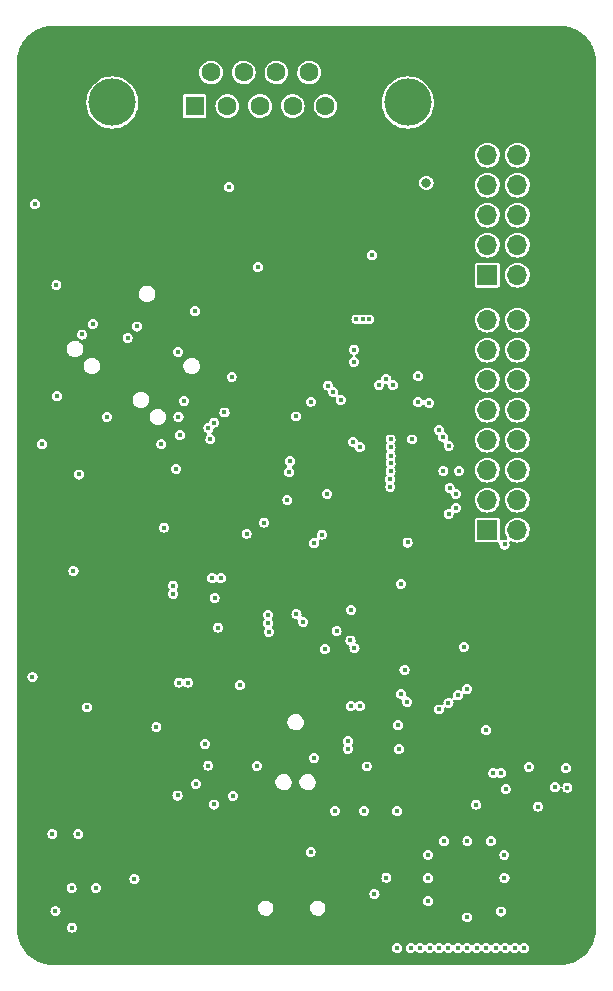
<source format=gbr>
%TF.GenerationSoftware,KiCad,Pcbnew,(6.0.9)*%
%TF.CreationDate,2023-01-07T13:44:11-08:00*%
%TF.ProjectId,gd32-devboard,67643332-2d64-4657-9662-6f6172642e6b,rev?*%
%TF.SameCoordinates,Original*%
%TF.FileFunction,Copper,L3,Inr*%
%TF.FilePolarity,Positive*%
%FSLAX46Y46*%
G04 Gerber Fmt 4.6, Leading zero omitted, Abs format (unit mm)*
G04 Created by KiCad (PCBNEW (6.0.9)) date 2023-01-07 13:44:11*
%MOMM*%
%LPD*%
G01*
G04 APERTURE LIST*
%TA.AperFunction,ComponentPad*%
%ADD10R,1.700000X1.700000*%
%TD*%
%TA.AperFunction,ComponentPad*%
%ADD11O,1.700000X1.700000*%
%TD*%
%TA.AperFunction,ComponentPad*%
%ADD12C,4.000000*%
%TD*%
%TA.AperFunction,ComponentPad*%
%ADD13R,1.600000X1.600000*%
%TD*%
%TA.AperFunction,ComponentPad*%
%ADD14C,1.600000*%
%TD*%
%TA.AperFunction,ViaPad*%
%ADD15C,0.450000*%
%TD*%
%TA.AperFunction,ViaPad*%
%ADD16C,0.800000*%
%TD*%
G04 APERTURE END LIST*
D10*
%TO.N,/Base/SPI2_SCK*%
%TO.C,J901*%
X58300000Y-49620000D03*
D11*
%TO.N,GND*%
X60840000Y-49620000D03*
%TO.N,/Base/SPI2_NSS*%
X58300000Y-47080000D03*
%TO.N,GND*%
X60840000Y-47080000D03*
%TO.N,/Base/SPI2_INT*%
X58300000Y-44540000D03*
%TO.N,GND*%
X60840000Y-44540000D03*
%TO.N,/Base/SPI2_MOSI*%
X58300000Y-42000000D03*
%TO.N,GND*%
X60840000Y-42000000D03*
%TO.N,/Base/SPI2_MISO*%
X58300000Y-39460000D03*
%TO.N,GND*%
X60840000Y-39460000D03*
%TD*%
D12*
%TO.N,unconnected-(J401-Pad0)*%
%TO.C,J401*%
X26556205Y-34996866D03*
X51556205Y-34996866D03*
D13*
%TO.N,unconnected-(J401-Pad1)*%
X33516205Y-35296866D03*
D14*
%TO.N,/CAN/CAN_L*%
X36286205Y-35296866D03*
%TO.N,GND*%
X39056205Y-35296866D03*
%TO.N,unconnected-(J401-Pad4)*%
X41826205Y-35296866D03*
%TO.N,unconnected-(J401-Pad5)*%
X44596205Y-35296866D03*
%TO.N,unconnected-(J401-Pad6)*%
X34901205Y-32456866D03*
%TO.N,/CAN/CAN_H*%
X37671205Y-32456866D03*
%TO.N,unconnected-(J401-Pad8)*%
X40441205Y-32456866D03*
%TO.N,/Power/12VIN*%
X43211205Y-32456866D03*
%TD*%
D10*
%TO.N,/Base/USART1_RX*%
%TO.C,J801*%
X58300000Y-71200001D03*
D11*
%TO.N,/Base/USART1_TX*%
X60840000Y-71200001D03*
%TO.N,/Base/SPI1_INT*%
X58300000Y-68660001D03*
%TO.N,GND*%
X60840000Y-68660001D03*
%TO.N,/Base/BOOT1*%
X58300000Y-66120001D03*
%TO.N,GND*%
X60840000Y-66120001D03*
%TO.N,/Base/SPI1_IO1*%
X58300000Y-63580001D03*
%TO.N,GND*%
X60840000Y-63580001D03*
%TO.N,/Base/SPI1_NSS*%
X58300000Y-61040001D03*
%TO.N,GND*%
X60840000Y-61040001D03*
%TO.N,/Base/SPI1_MISO*%
X58300000Y-58500001D03*
%TO.N,GND*%
X60840000Y-58500001D03*
%TO.N,/Base/SPI1_MOSI*%
X58300000Y-55960001D03*
%TO.N,GND*%
X60840000Y-55960001D03*
%TO.N,/Base/SPI1_SCK*%
X58300000Y-53420001D03*
%TO.N,GND*%
X60840000Y-53420001D03*
%TD*%
D15*
%TO.N,+3V3*%
X25750000Y-47600000D03*
%TO.N,GND*%
X33550000Y-52675000D03*
X43350000Y-60325000D03*
%TO.N,+3V3*%
X49000000Y-71299500D03*
%TO.N,GND*%
X42100000Y-61575000D03*
%TO.N,/Base/LED_STATUS*%
X36650000Y-58225000D03*
X32150000Y-61600000D03*
%TO.N,+3V3*%
X37000000Y-87975000D03*
%TO.N,/Base/LED_LINK*%
X32950000Y-84107400D03*
%TO.N,/Base/LED_ACT*%
X32175000Y-84107400D03*
%TO.N,/Base/LED_LINK*%
X35725000Y-75275000D03*
%TO.N,/Base/LED_ACT*%
X35015628Y-75263872D03*
%TO.N,GND*%
X21737500Y-103462500D03*
X23157107Y-104857107D03*
X23100000Y-101525000D03*
X25150000Y-101475000D03*
X28425000Y-100725000D03*
X59750000Y-100660000D03*
X26086204Y-61606204D03*
X43620000Y-90490000D03*
X59460000Y-103490000D03*
X47761203Y-53358797D03*
X31700000Y-75900000D03*
X24890000Y-53770000D03*
X57410000Y-106580000D03*
X23730000Y-66492600D03*
X28660000Y-53960000D03*
X30280000Y-87900000D03*
X30700000Y-63940000D03*
X53270000Y-98680000D03*
X55010000Y-106580000D03*
X30940000Y-70990000D03*
X31700000Y-76600000D03*
X53290000Y-102630000D03*
X50675000Y-95000000D03*
X52610000Y-106580000D03*
X46490000Y-89060000D03*
X32070000Y-93670000D03*
X46992461Y-56950000D03*
X61410000Y-106580000D03*
X53410000Y-106580000D03*
X55810000Y-106580000D03*
D16*
X53140000Y-41800000D03*
D15*
X62561204Y-94608796D03*
X51550000Y-72250000D03*
X48540000Y-47910000D03*
X50980000Y-75740000D03*
X60610000Y-106580000D03*
X56600000Y-103990000D03*
X56610000Y-106580000D03*
X23970000Y-54640000D03*
X53270000Y-100660000D03*
X24400000Y-86210000D03*
X43340000Y-98478045D03*
X58210000Y-106580000D03*
X51810000Y-106580000D03*
X45535000Y-79765000D03*
X35209122Y-76940878D03*
X59740000Y-98690000D03*
X23675000Y-96925500D03*
X21475000Y-96925500D03*
X27840000Y-54920000D03*
X50810000Y-89740000D03*
X47221203Y-53358797D03*
X59810000Y-106580000D03*
X31968675Y-66011325D03*
X36450000Y-42160000D03*
X19980000Y-43600000D03*
X23260000Y-74640000D03*
X50660000Y-106580000D03*
X54210000Y-106580000D03*
X56610000Y-97530000D03*
X54630000Y-97540000D03*
X59010000Y-106580000D03*
X58590000Y-97530000D03*
X48301203Y-53358797D03*
X35520000Y-79450000D03*
X34393795Y-89286205D03*
X38860000Y-48950000D03*
X52440000Y-58180000D03*
X32620000Y-60250000D03*
%TO.N,+3V3*%
X31400000Y-81500000D03*
X43729227Y-61304227D03*
X19980000Y-44560000D03*
X61600000Y-94540000D03*
X34560000Y-44015000D03*
X31400000Y-80300000D03*
X65300000Y-102010000D03*
X50860000Y-92410000D03*
X47655640Y-61524500D03*
X46240000Y-79110000D03*
X20700000Y-61400000D03*
X21770000Y-86200000D03*
X36110000Y-81580000D03*
X34200000Y-80850000D03*
X34560000Y-46585000D03*
X32670000Y-61060000D03*
X30900000Y-80900000D03*
X34560000Y-44657500D03*
X23180000Y-72450000D03*
X34140000Y-59590000D03*
X34560000Y-45942500D03*
X46490000Y-88000000D03*
X21300000Y-61100000D03*
X20700000Y-60800000D03*
X64070000Y-102006204D03*
X33400000Y-60340000D03*
X31460000Y-66492600D03*
X34560000Y-45300000D03*
%TO.N,/Power/USB_VBUS*%
X59850000Y-93120000D03*
X35170000Y-94430000D03*
%TO.N,/Base/USART1_RX*%
X39384500Y-70560000D03*
X55650000Y-69300000D03*
X32120000Y-56100000D03*
X44834122Y-58965878D03*
%TO.N,/Base/USART1_TX*%
X37915500Y-71500000D03*
X55020000Y-69840000D03*
%TO.N,/Wireless/PROG_RX*%
X48740000Y-102010000D03*
X49760000Y-100620000D03*
%TO.N,/Storage/DAT2*%
X36045800Y-61235800D03*
%TO.N,/Storage/DAT3*%
X35140000Y-62100000D03*
%TO.N,/Storage/CMD*%
X34850000Y-63490000D03*
%TO.N,/Storage/CLK*%
X34686959Y-62565410D03*
%TO.N,/Storage/DAT0*%
X47500000Y-64190000D03*
%TO.N,/Storage/DAT1*%
X46952903Y-63713643D03*
%TO.N,/Wireless/HCI_EN*%
X64030500Y-92980000D03*
X46490500Y-89719061D03*
%TO.N,/Wireless/IO9*%
X37330000Y-84310000D03*
X48080000Y-91210000D03*
X61800000Y-91230000D03*
%TO.N,/Base/USB_VBUS*%
X33618796Y-92681204D03*
X57365000Y-94439500D03*
%TO.N,/Base/BOOST_EN*%
X47000000Y-55920000D03*
X50110500Y-63520497D03*
X50290000Y-58930000D03*
X51939500Y-63520000D03*
%TO.N,/Base/CAN_STBY*%
X19790000Y-83610000D03*
X21820000Y-50440000D03*
X21840000Y-59870000D03*
X46765500Y-77950000D03*
%TO.N,/Base/SPI2_MISO*%
X52450000Y-60370000D03*
X41570000Y-65374743D03*
%TO.N,/Base/SPI2_MOSI*%
X53390000Y-60420000D03*
X41534035Y-66304035D03*
%TO.N,/Base/USART2_CTS*%
X45384500Y-94964500D03*
X46740000Y-86100000D03*
X39790000Y-79820000D03*
X47880000Y-94964500D03*
%TO.N,/Base/USART2_RTS*%
X47510000Y-86090000D03*
X39750000Y-79090000D03*
%TO.N,/Base/USART2_TX*%
X55811204Y-85188796D03*
X39714314Y-78364314D03*
%TO.N,/Base/USART2_RX*%
X56580000Y-84640000D03*
X44545878Y-81274122D03*
%TO.N,/Base/SPI1_NSS*%
X55630000Y-68135501D03*
X44733557Y-68123557D03*
%TO.N,/Base/SPI1_SCK*%
X50110500Y-66200000D03*
X54581000Y-66193050D03*
%TO.N,/Base/SPI1_MISO*%
X55880000Y-66180000D03*
X50035154Y-66892817D03*
%TO.N,/Base/SPI1_MOSI*%
X50090000Y-67540000D03*
X55105500Y-67615500D03*
%TO.N,/Base/SPI1_IO1*%
X43630000Y-72290000D03*
X59760000Y-72415500D03*
%TO.N,/Base/BOOT1*%
X44310000Y-71580000D03*
%TO.N,/Base/USART3_TX*%
X46710000Y-80545500D03*
X42140000Y-78320000D03*
%TO.N,/Base/USART3_RX*%
X47050000Y-81180000D03*
X42717400Y-78960000D03*
%TO.N,/Base/SPI2_NSS*%
X55022561Y-64072561D03*
X50110500Y-65550497D03*
%TO.N,/Base/SPI2_SCK*%
X54562750Y-63332750D03*
X50110500Y-64890000D03*
%TO.N,/Base/SPI2_INT*%
X50110500Y-64170000D03*
X54180000Y-62700000D03*
%TO.N,/Base/SPI1_INT*%
X41370001Y-68660001D03*
%TO.N,/Base/USB_DM*%
X49730000Y-58380000D03*
X59450000Y-91764500D03*
X45883397Y-60185878D03*
X34680000Y-91140000D03*
%TO.N,/Base/USB_DP*%
X38781716Y-91151716D03*
X45239122Y-59490878D03*
X58810000Y-91764500D03*
X49129970Y-58887472D03*
%TO.N,/Base/~{GPS_RESET}*%
X20590000Y-63910000D03*
X32271372Y-63173128D03*
%TO.N,/Wireless/LORA_MISO*%
X51290000Y-83020000D03*
X65080000Y-93000000D03*
%TO.N,/Wireless/LORA_BUSY*%
X56300000Y-81080000D03*
X64940878Y-91349122D03*
%TO.N,/Wireless/LORA_NSS*%
X58211204Y-88131204D03*
X50730000Y-87730000D03*
%TO.N,/Wireless/LORA_SCK*%
X55011204Y-85818796D03*
X51000000Y-85100000D03*
%TO.N,/Wireless/LORA_MOSI*%
X51510000Y-85730000D03*
X54210000Y-86380000D03*
%TO.N,/USB/USB_ESD_GND*%
X36750000Y-93700000D03*
%TD*%
%TA.AperFunction,Conductor*%
%TO.N,+3V3*%
G36*
X31900000Y-82000000D02*
G01*
X31100000Y-82000000D01*
X30400000Y-81600000D01*
X29600000Y-81600000D01*
X29600000Y-80100000D01*
X30400000Y-80100000D01*
X31100000Y-79800000D01*
X31900000Y-79800000D01*
X31900000Y-82000000D01*
G37*
%TD.AperFunction*%
%TD*%
%TA.AperFunction,Conductor*%
%TO.N,+3V3*%
G36*
X64470643Y-28502000D02*
G01*
X64484952Y-28504228D01*
X64484953Y-28504228D01*
X64493823Y-28505609D01*
X64502726Y-28504445D01*
X64502729Y-28504445D01*
X64512061Y-28503225D01*
X64534990Y-28502334D01*
X64806937Y-28516586D01*
X64820045Y-28517963D01*
X65035460Y-28552081D01*
X65117108Y-28565013D01*
X65130008Y-28567755D01*
X65420522Y-28645598D01*
X65433065Y-28649674D01*
X65713837Y-28757452D01*
X65725886Y-28762816D01*
X65993870Y-28899361D01*
X66005292Y-28905956D01*
X66257528Y-29069760D01*
X66268197Y-29077512D01*
X66501926Y-29266782D01*
X66511727Y-29275607D01*
X66724393Y-29488273D01*
X66733218Y-29498074D01*
X66908816Y-29714919D01*
X66922488Y-29731803D01*
X66930240Y-29742472D01*
X67094044Y-29994708D01*
X67100639Y-30006130D01*
X67237184Y-30274114D01*
X67242548Y-30286163D01*
X67350326Y-30566935D01*
X67354402Y-30579478D01*
X67432245Y-30869992D01*
X67434987Y-30882892D01*
X67482036Y-31179949D01*
X67483414Y-31193061D01*
X67496995Y-31452193D01*
X67497287Y-31457769D01*
X67495959Y-31483751D01*
X67494391Y-31493823D01*
X67495555Y-31502725D01*
X67495555Y-31502728D01*
X67498436Y-31524756D01*
X67499500Y-31541093D01*
X67499500Y-104951259D01*
X67498000Y-104970643D01*
X67494391Y-104993823D01*
X67495555Y-105002726D01*
X67495555Y-105002729D01*
X67496775Y-105012061D01*
X67497666Y-105034990D01*
X67493718Y-105110327D01*
X67483414Y-105306934D01*
X67482036Y-105320051D01*
X67434987Y-105617108D01*
X67432245Y-105630008D01*
X67354402Y-105920522D01*
X67350326Y-105933065D01*
X67242548Y-106213837D01*
X67237184Y-106225886D01*
X67100639Y-106493870D01*
X67094044Y-106505292D01*
X66946688Y-106732201D01*
X66930240Y-106757528D01*
X66922490Y-106768194D01*
X66789010Y-106933028D01*
X66733218Y-107001926D01*
X66724393Y-107011727D01*
X66511727Y-107224393D01*
X66501926Y-107233218D01*
X66268197Y-107422488D01*
X66257528Y-107430240D01*
X66005292Y-107594044D01*
X65993870Y-107600639D01*
X65725886Y-107737184D01*
X65713837Y-107742548D01*
X65433065Y-107850326D01*
X65420522Y-107854402D01*
X65130008Y-107932245D01*
X65117108Y-107934987D01*
X65035460Y-107947919D01*
X64820045Y-107982037D01*
X64806939Y-107983414D01*
X64542227Y-107997287D01*
X64516249Y-107995959D01*
X64515814Y-107995891D01*
X64515049Y-107995772D01*
X64515047Y-107995772D01*
X64506177Y-107994391D01*
X64497275Y-107995555D01*
X64497272Y-107995555D01*
X64475244Y-107998436D01*
X64458907Y-107999500D01*
X21548741Y-107999500D01*
X21529357Y-107998000D01*
X21515048Y-107995772D01*
X21515047Y-107995772D01*
X21506177Y-107994391D01*
X21497274Y-107995555D01*
X21497271Y-107995555D01*
X21487939Y-107996775D01*
X21465010Y-107997666D01*
X21193063Y-107983414D01*
X21179955Y-107982037D01*
X20964540Y-107947919D01*
X20882892Y-107934987D01*
X20869992Y-107932245D01*
X20579478Y-107854402D01*
X20566935Y-107850326D01*
X20286163Y-107742548D01*
X20274114Y-107737184D01*
X20006130Y-107600639D01*
X19994708Y-107594044D01*
X19742472Y-107430240D01*
X19731803Y-107422488D01*
X19498074Y-107233218D01*
X19488273Y-107224393D01*
X19275607Y-107011727D01*
X19266782Y-107001926D01*
X19210990Y-106933028D01*
X19077510Y-106768194D01*
X19069760Y-106757528D01*
X19053313Y-106732201D01*
X18954472Y-106580000D01*
X50229196Y-106580000D01*
X50250281Y-106713126D01*
X50311472Y-106833220D01*
X50406780Y-106928528D01*
X50526874Y-106989719D01*
X50536663Y-106991269D01*
X50536665Y-106991270D01*
X50650207Y-107009253D01*
X50660000Y-107010804D01*
X50669793Y-107009253D01*
X50783335Y-106991270D01*
X50783337Y-106991269D01*
X50793126Y-106989719D01*
X50913220Y-106928528D01*
X51008528Y-106833220D01*
X51069719Y-106713126D01*
X51090804Y-106580000D01*
X51379196Y-106580000D01*
X51400281Y-106713126D01*
X51461472Y-106833220D01*
X51556780Y-106928528D01*
X51676874Y-106989719D01*
X51686663Y-106991269D01*
X51686665Y-106991270D01*
X51800207Y-107009253D01*
X51810000Y-107010804D01*
X51819793Y-107009253D01*
X51933335Y-106991270D01*
X51933337Y-106991269D01*
X51943126Y-106989719D01*
X52063220Y-106928528D01*
X52120905Y-106870843D01*
X52183217Y-106836817D01*
X52254032Y-106841882D01*
X52299095Y-106870843D01*
X52356780Y-106928528D01*
X52476874Y-106989719D01*
X52486663Y-106991269D01*
X52486665Y-106991270D01*
X52600207Y-107009253D01*
X52610000Y-107010804D01*
X52619793Y-107009253D01*
X52733335Y-106991270D01*
X52733337Y-106991269D01*
X52743126Y-106989719D01*
X52863220Y-106928528D01*
X52920905Y-106870843D01*
X52983217Y-106836817D01*
X53054032Y-106841882D01*
X53099095Y-106870843D01*
X53156780Y-106928528D01*
X53276874Y-106989719D01*
X53286663Y-106991269D01*
X53286665Y-106991270D01*
X53400207Y-107009253D01*
X53410000Y-107010804D01*
X53419793Y-107009253D01*
X53533335Y-106991270D01*
X53533337Y-106991269D01*
X53543126Y-106989719D01*
X53663220Y-106928528D01*
X53720905Y-106870843D01*
X53783217Y-106836817D01*
X53854032Y-106841882D01*
X53899095Y-106870843D01*
X53956780Y-106928528D01*
X54076874Y-106989719D01*
X54086663Y-106991269D01*
X54086665Y-106991270D01*
X54200207Y-107009253D01*
X54210000Y-107010804D01*
X54219793Y-107009253D01*
X54333335Y-106991270D01*
X54333337Y-106991269D01*
X54343126Y-106989719D01*
X54463220Y-106928528D01*
X54520905Y-106870843D01*
X54583217Y-106836817D01*
X54654032Y-106841882D01*
X54699095Y-106870843D01*
X54756780Y-106928528D01*
X54876874Y-106989719D01*
X54886663Y-106991269D01*
X54886665Y-106991270D01*
X55000207Y-107009253D01*
X55010000Y-107010804D01*
X55019793Y-107009253D01*
X55133335Y-106991270D01*
X55133337Y-106991269D01*
X55143126Y-106989719D01*
X55263220Y-106928528D01*
X55320905Y-106870843D01*
X55383217Y-106836817D01*
X55454032Y-106841882D01*
X55499095Y-106870843D01*
X55556780Y-106928528D01*
X55676874Y-106989719D01*
X55686663Y-106991269D01*
X55686665Y-106991270D01*
X55800207Y-107009253D01*
X55810000Y-107010804D01*
X55819793Y-107009253D01*
X55933335Y-106991270D01*
X55933337Y-106991269D01*
X55943126Y-106989719D01*
X56063220Y-106928528D01*
X56120905Y-106870843D01*
X56183217Y-106836817D01*
X56254032Y-106841882D01*
X56299095Y-106870843D01*
X56356780Y-106928528D01*
X56476874Y-106989719D01*
X56486663Y-106991269D01*
X56486665Y-106991270D01*
X56600207Y-107009253D01*
X56610000Y-107010804D01*
X56619793Y-107009253D01*
X56733335Y-106991270D01*
X56733337Y-106991269D01*
X56743126Y-106989719D01*
X56863220Y-106928528D01*
X56920905Y-106870843D01*
X56983217Y-106836817D01*
X57054032Y-106841882D01*
X57099095Y-106870843D01*
X57156780Y-106928528D01*
X57276874Y-106989719D01*
X57286663Y-106991269D01*
X57286665Y-106991270D01*
X57400207Y-107009253D01*
X57410000Y-107010804D01*
X57419793Y-107009253D01*
X57533335Y-106991270D01*
X57533337Y-106991269D01*
X57543126Y-106989719D01*
X57663220Y-106928528D01*
X57720905Y-106870843D01*
X57783217Y-106836817D01*
X57854032Y-106841882D01*
X57899095Y-106870843D01*
X57956780Y-106928528D01*
X58076874Y-106989719D01*
X58086663Y-106991269D01*
X58086665Y-106991270D01*
X58200207Y-107009253D01*
X58210000Y-107010804D01*
X58219793Y-107009253D01*
X58333335Y-106991270D01*
X58333337Y-106991269D01*
X58343126Y-106989719D01*
X58463220Y-106928528D01*
X58520905Y-106870843D01*
X58583217Y-106836817D01*
X58654032Y-106841882D01*
X58699095Y-106870843D01*
X58756780Y-106928528D01*
X58876874Y-106989719D01*
X58886663Y-106991269D01*
X58886665Y-106991270D01*
X59000207Y-107009253D01*
X59010000Y-107010804D01*
X59019793Y-107009253D01*
X59133335Y-106991270D01*
X59133337Y-106991269D01*
X59143126Y-106989719D01*
X59263220Y-106928528D01*
X59320905Y-106870843D01*
X59383217Y-106836817D01*
X59454032Y-106841882D01*
X59499095Y-106870843D01*
X59556780Y-106928528D01*
X59676874Y-106989719D01*
X59686663Y-106991269D01*
X59686665Y-106991270D01*
X59800207Y-107009253D01*
X59810000Y-107010804D01*
X59819793Y-107009253D01*
X59933335Y-106991270D01*
X59933337Y-106991269D01*
X59943126Y-106989719D01*
X60063220Y-106928528D01*
X60120905Y-106870843D01*
X60183217Y-106836817D01*
X60254032Y-106841882D01*
X60299095Y-106870843D01*
X60356780Y-106928528D01*
X60476874Y-106989719D01*
X60486663Y-106991269D01*
X60486665Y-106991270D01*
X60600207Y-107009253D01*
X60610000Y-107010804D01*
X60619793Y-107009253D01*
X60733335Y-106991270D01*
X60733337Y-106991269D01*
X60743126Y-106989719D01*
X60863220Y-106928528D01*
X60920905Y-106870843D01*
X60983217Y-106836817D01*
X61054032Y-106841882D01*
X61099095Y-106870843D01*
X61156780Y-106928528D01*
X61276874Y-106989719D01*
X61286663Y-106991269D01*
X61286665Y-106991270D01*
X61400207Y-107009253D01*
X61410000Y-107010804D01*
X61419793Y-107009253D01*
X61533335Y-106991270D01*
X61533337Y-106991269D01*
X61543126Y-106989719D01*
X61663220Y-106928528D01*
X61758528Y-106833220D01*
X61819719Y-106713126D01*
X61840804Y-106580000D01*
X61839253Y-106570207D01*
X61821270Y-106456665D01*
X61821269Y-106456663D01*
X61819719Y-106446874D01*
X61758528Y-106326780D01*
X61663220Y-106231472D01*
X61543126Y-106170281D01*
X61533337Y-106168731D01*
X61533335Y-106168730D01*
X61419793Y-106150747D01*
X61410000Y-106149196D01*
X61400207Y-106150747D01*
X61286665Y-106168730D01*
X61286663Y-106168731D01*
X61276874Y-106170281D01*
X61156780Y-106231472D01*
X61099095Y-106289157D01*
X61036783Y-106323183D01*
X60965968Y-106318118D01*
X60920905Y-106289157D01*
X60863220Y-106231472D01*
X60743126Y-106170281D01*
X60733337Y-106168731D01*
X60733335Y-106168730D01*
X60619793Y-106150747D01*
X60610000Y-106149196D01*
X60600207Y-106150747D01*
X60486665Y-106168730D01*
X60486663Y-106168731D01*
X60476874Y-106170281D01*
X60356780Y-106231472D01*
X60299095Y-106289157D01*
X60236783Y-106323183D01*
X60165968Y-106318118D01*
X60120905Y-106289157D01*
X60063220Y-106231472D01*
X59943126Y-106170281D01*
X59933337Y-106168731D01*
X59933335Y-106168730D01*
X59819793Y-106150747D01*
X59810000Y-106149196D01*
X59800207Y-106150747D01*
X59686665Y-106168730D01*
X59686663Y-106168731D01*
X59676874Y-106170281D01*
X59556780Y-106231472D01*
X59499095Y-106289157D01*
X59436783Y-106323183D01*
X59365968Y-106318118D01*
X59320905Y-106289157D01*
X59263220Y-106231472D01*
X59143126Y-106170281D01*
X59133337Y-106168731D01*
X59133335Y-106168730D01*
X59019793Y-106150747D01*
X59010000Y-106149196D01*
X59000207Y-106150747D01*
X58886665Y-106168730D01*
X58886663Y-106168731D01*
X58876874Y-106170281D01*
X58756780Y-106231472D01*
X58699095Y-106289157D01*
X58636783Y-106323183D01*
X58565968Y-106318118D01*
X58520905Y-106289157D01*
X58463220Y-106231472D01*
X58343126Y-106170281D01*
X58333337Y-106168731D01*
X58333335Y-106168730D01*
X58219793Y-106150747D01*
X58210000Y-106149196D01*
X58200207Y-106150747D01*
X58086665Y-106168730D01*
X58086663Y-106168731D01*
X58076874Y-106170281D01*
X57956780Y-106231472D01*
X57899095Y-106289157D01*
X57836783Y-106323183D01*
X57765968Y-106318118D01*
X57720905Y-106289157D01*
X57663220Y-106231472D01*
X57543126Y-106170281D01*
X57533337Y-106168731D01*
X57533335Y-106168730D01*
X57419793Y-106150747D01*
X57410000Y-106149196D01*
X57400207Y-106150747D01*
X57286665Y-106168730D01*
X57286663Y-106168731D01*
X57276874Y-106170281D01*
X57156780Y-106231472D01*
X57099095Y-106289157D01*
X57036783Y-106323183D01*
X56965968Y-106318118D01*
X56920905Y-106289157D01*
X56863220Y-106231472D01*
X56743126Y-106170281D01*
X56733337Y-106168731D01*
X56733335Y-106168730D01*
X56619793Y-106150747D01*
X56610000Y-106149196D01*
X56600207Y-106150747D01*
X56486665Y-106168730D01*
X56486663Y-106168731D01*
X56476874Y-106170281D01*
X56356780Y-106231472D01*
X56299095Y-106289157D01*
X56236783Y-106323183D01*
X56165968Y-106318118D01*
X56120905Y-106289157D01*
X56063220Y-106231472D01*
X55943126Y-106170281D01*
X55933337Y-106168731D01*
X55933335Y-106168730D01*
X55819793Y-106150747D01*
X55810000Y-106149196D01*
X55800207Y-106150747D01*
X55686665Y-106168730D01*
X55686663Y-106168731D01*
X55676874Y-106170281D01*
X55556780Y-106231472D01*
X55499095Y-106289157D01*
X55436783Y-106323183D01*
X55365968Y-106318118D01*
X55320905Y-106289157D01*
X55263220Y-106231472D01*
X55143126Y-106170281D01*
X55133337Y-106168731D01*
X55133335Y-106168730D01*
X55019793Y-106150747D01*
X55010000Y-106149196D01*
X55000207Y-106150747D01*
X54886665Y-106168730D01*
X54886663Y-106168731D01*
X54876874Y-106170281D01*
X54756780Y-106231472D01*
X54699095Y-106289157D01*
X54636783Y-106323183D01*
X54565968Y-106318118D01*
X54520905Y-106289157D01*
X54463220Y-106231472D01*
X54343126Y-106170281D01*
X54333337Y-106168731D01*
X54333335Y-106168730D01*
X54219793Y-106150747D01*
X54210000Y-106149196D01*
X54200207Y-106150747D01*
X54086665Y-106168730D01*
X54086663Y-106168731D01*
X54076874Y-106170281D01*
X53956780Y-106231472D01*
X53899095Y-106289157D01*
X53836783Y-106323183D01*
X53765968Y-106318118D01*
X53720905Y-106289157D01*
X53663220Y-106231472D01*
X53543126Y-106170281D01*
X53533337Y-106168731D01*
X53533335Y-106168730D01*
X53419793Y-106150747D01*
X53410000Y-106149196D01*
X53400207Y-106150747D01*
X53286665Y-106168730D01*
X53286663Y-106168731D01*
X53276874Y-106170281D01*
X53156780Y-106231472D01*
X53099095Y-106289157D01*
X53036783Y-106323183D01*
X52965968Y-106318118D01*
X52920905Y-106289157D01*
X52863220Y-106231472D01*
X52743126Y-106170281D01*
X52733337Y-106168731D01*
X52733335Y-106168730D01*
X52619793Y-106150747D01*
X52610000Y-106149196D01*
X52600207Y-106150747D01*
X52486665Y-106168730D01*
X52486663Y-106168731D01*
X52476874Y-106170281D01*
X52356780Y-106231472D01*
X52299095Y-106289157D01*
X52236783Y-106323183D01*
X52165968Y-106318118D01*
X52120905Y-106289157D01*
X52063220Y-106231472D01*
X51943126Y-106170281D01*
X51933337Y-106168731D01*
X51933335Y-106168730D01*
X51819793Y-106150747D01*
X51810000Y-106149196D01*
X51800207Y-106150747D01*
X51686665Y-106168730D01*
X51686663Y-106168731D01*
X51676874Y-106170281D01*
X51556780Y-106231472D01*
X51461472Y-106326780D01*
X51400281Y-106446874D01*
X51398731Y-106456663D01*
X51398730Y-106456665D01*
X51380747Y-106570207D01*
X51379196Y-106580000D01*
X51090804Y-106580000D01*
X51089253Y-106570207D01*
X51071270Y-106456665D01*
X51071269Y-106456663D01*
X51069719Y-106446874D01*
X51008528Y-106326780D01*
X50913220Y-106231472D01*
X50793126Y-106170281D01*
X50783337Y-106168731D01*
X50783335Y-106168730D01*
X50669793Y-106150747D01*
X50660000Y-106149196D01*
X50650207Y-106150747D01*
X50536665Y-106168730D01*
X50536663Y-106168731D01*
X50526874Y-106170281D01*
X50406780Y-106231472D01*
X50311472Y-106326780D01*
X50250281Y-106446874D01*
X50248731Y-106456663D01*
X50248730Y-106456665D01*
X50230747Y-106570207D01*
X50229196Y-106580000D01*
X18954472Y-106580000D01*
X18905956Y-106505292D01*
X18899361Y-106493870D01*
X18762816Y-106225886D01*
X18757452Y-106213837D01*
X18649674Y-105933065D01*
X18645598Y-105920522D01*
X18567755Y-105630008D01*
X18565013Y-105617108D01*
X18517964Y-105320051D01*
X18516586Y-105306935D01*
X18510910Y-105198624D01*
X18502905Y-105045897D01*
X18504273Y-105021999D01*
X18504253Y-105021997D01*
X18504307Y-105021391D01*
X18504478Y-105018402D01*
X18505496Y-105012354D01*
X18505647Y-105000000D01*
X18501773Y-104972949D01*
X18500500Y-104955087D01*
X18500500Y-104857107D01*
X22726303Y-104857107D01*
X22727854Y-104866900D01*
X22743243Y-104964060D01*
X22747388Y-104990233D01*
X22808579Y-105110327D01*
X22903887Y-105205635D01*
X23023981Y-105266826D01*
X23033770Y-105268376D01*
X23033772Y-105268377D01*
X23147314Y-105286360D01*
X23157107Y-105287911D01*
X23166900Y-105286360D01*
X23280442Y-105268377D01*
X23280444Y-105268376D01*
X23290233Y-105266826D01*
X23410327Y-105205635D01*
X23505635Y-105110327D01*
X23566826Y-104990233D01*
X23570972Y-104964060D01*
X23586360Y-104866900D01*
X23587911Y-104857107D01*
X23566826Y-104723981D01*
X23505635Y-104603887D01*
X23410327Y-104508579D01*
X23290233Y-104447388D01*
X23280444Y-104445838D01*
X23280442Y-104445837D01*
X23166900Y-104427854D01*
X23157107Y-104426303D01*
X23147314Y-104427854D01*
X23033772Y-104445837D01*
X23033770Y-104445838D01*
X23023981Y-104447388D01*
X22903887Y-104508579D01*
X22808579Y-104603887D01*
X22747388Y-104723981D01*
X22726303Y-104857107D01*
X18500500Y-104857107D01*
X18500500Y-103990000D01*
X56169196Y-103990000D01*
X56190281Y-104123126D01*
X56251472Y-104243220D01*
X56346780Y-104338528D01*
X56466874Y-104399719D01*
X56476663Y-104401269D01*
X56476665Y-104401270D01*
X56590207Y-104419253D01*
X56600000Y-104420804D01*
X56609793Y-104419253D01*
X56723335Y-104401270D01*
X56723337Y-104401269D01*
X56733126Y-104399719D01*
X56853220Y-104338528D01*
X56948528Y-104243220D01*
X57009719Y-104123126D01*
X57030804Y-103990000D01*
X57029253Y-103980207D01*
X57011270Y-103866665D01*
X57011269Y-103866663D01*
X57009719Y-103856874D01*
X56948528Y-103736780D01*
X56853220Y-103641472D01*
X56733126Y-103580281D01*
X56723337Y-103578731D01*
X56723335Y-103578730D01*
X56609793Y-103560747D01*
X56600000Y-103559196D01*
X56590207Y-103560747D01*
X56476665Y-103578730D01*
X56476663Y-103578731D01*
X56466874Y-103580281D01*
X56346780Y-103641472D01*
X56251472Y-103736780D01*
X56190281Y-103856874D01*
X56188731Y-103866663D01*
X56188730Y-103866665D01*
X56170747Y-103980207D01*
X56169196Y-103990000D01*
X18500500Y-103990000D01*
X18500500Y-103462500D01*
X21306696Y-103462500D01*
X21308247Y-103472293D01*
X21325351Y-103580281D01*
X21327781Y-103595626D01*
X21388972Y-103715720D01*
X21484280Y-103811028D01*
X21604374Y-103872219D01*
X21614163Y-103873769D01*
X21614165Y-103873770D01*
X21727707Y-103891753D01*
X21737500Y-103893304D01*
X21747293Y-103891753D01*
X21860835Y-103873770D01*
X21860837Y-103873769D01*
X21870626Y-103872219D01*
X21990720Y-103811028D01*
X22086028Y-103715720D01*
X22147219Y-103595626D01*
X22149650Y-103580281D01*
X22166753Y-103472293D01*
X22168304Y-103462500D01*
X22159565Y-103407326D01*
X22148770Y-103339165D01*
X22148769Y-103339163D01*
X22147219Y-103329374D01*
X22086028Y-103209280D01*
X22048078Y-103171330D01*
X38885624Y-103171330D01*
X38890307Y-103245758D01*
X38895012Y-103320541D01*
X38895944Y-103335360D01*
X38898393Y-103342896D01*
X38898393Y-103342898D01*
X38912028Y-103384863D01*
X38946732Y-103491671D01*
X39034798Y-103630440D01*
X39154607Y-103742948D01*
X39161551Y-103746765D01*
X39161553Y-103746767D01*
X39226386Y-103782409D01*
X39298632Y-103822127D01*
X39306304Y-103824097D01*
X39306307Y-103824098D01*
X39450145Y-103861029D01*
X39450148Y-103861029D01*
X39457823Y-103863000D01*
X39580925Y-103863000D01*
X39638690Y-103855703D01*
X39695193Y-103848565D01*
X39695196Y-103848564D01*
X39703058Y-103847571D01*
X39710425Y-103844654D01*
X39710426Y-103844654D01*
X39783989Y-103815528D01*
X39855871Y-103787068D01*
X39988837Y-103690463D01*
X40093600Y-103563826D01*
X40163579Y-103415113D01*
X40165064Y-103407330D01*
X40165065Y-103407326D01*
X40192891Y-103261456D01*
X40192891Y-103261454D01*
X40194376Y-103253670D01*
X40189196Y-103171330D01*
X43285624Y-103171330D01*
X43290307Y-103245758D01*
X43295012Y-103320541D01*
X43295944Y-103335360D01*
X43298393Y-103342896D01*
X43298393Y-103342898D01*
X43312028Y-103384863D01*
X43346732Y-103491671D01*
X43434798Y-103630440D01*
X43554607Y-103742948D01*
X43561551Y-103746765D01*
X43561553Y-103746767D01*
X43626386Y-103782409D01*
X43698632Y-103822127D01*
X43706304Y-103824097D01*
X43706307Y-103824098D01*
X43850145Y-103861029D01*
X43850148Y-103861029D01*
X43857823Y-103863000D01*
X43980925Y-103863000D01*
X44038690Y-103855703D01*
X44095193Y-103848565D01*
X44095196Y-103848564D01*
X44103058Y-103847571D01*
X44110425Y-103844654D01*
X44110426Y-103844654D01*
X44183989Y-103815528D01*
X44255871Y-103787068D01*
X44388837Y-103690463D01*
X44493600Y-103563826D01*
X44528340Y-103490000D01*
X59029196Y-103490000D01*
X59030747Y-103499793D01*
X59044375Y-103585835D01*
X59050281Y-103623126D01*
X59111472Y-103743220D01*
X59206780Y-103838528D01*
X59326874Y-103899719D01*
X59336663Y-103901269D01*
X59336665Y-103901270D01*
X59450207Y-103919253D01*
X59460000Y-103920804D01*
X59469793Y-103919253D01*
X59583335Y-103901270D01*
X59583337Y-103901269D01*
X59593126Y-103899719D01*
X59713220Y-103838528D01*
X59808528Y-103743220D01*
X59869719Y-103623126D01*
X59875626Y-103585835D01*
X59889253Y-103499793D01*
X59890804Y-103490000D01*
X59889253Y-103480207D01*
X59871270Y-103366665D01*
X59871269Y-103366663D01*
X59869719Y-103356874D01*
X59808528Y-103236780D01*
X59713220Y-103141472D01*
X59593126Y-103080281D01*
X59583337Y-103078731D01*
X59583335Y-103078730D01*
X59469793Y-103060747D01*
X59460000Y-103059196D01*
X59450207Y-103060747D01*
X59336665Y-103078730D01*
X59336663Y-103078731D01*
X59326874Y-103080281D01*
X59206780Y-103141472D01*
X59111472Y-103236780D01*
X59050281Y-103356874D01*
X59048731Y-103366663D01*
X59048730Y-103366665D01*
X59030747Y-103480207D01*
X59029196Y-103490000D01*
X44528340Y-103490000D01*
X44563579Y-103415113D01*
X44565064Y-103407330D01*
X44565065Y-103407326D01*
X44592891Y-103261456D01*
X44592891Y-103261454D01*
X44594376Y-103253670D01*
X44584056Y-103089640D01*
X44533268Y-102933329D01*
X44445202Y-102794560D01*
X44421135Y-102771959D01*
X44331170Y-102687477D01*
X44325393Y-102682052D01*
X44318449Y-102678235D01*
X44318447Y-102678233D01*
X44230711Y-102630000D01*
X52859196Y-102630000D01*
X52860747Y-102639793D01*
X52876721Y-102740646D01*
X52880281Y-102763126D01*
X52941472Y-102883220D01*
X53036780Y-102978528D01*
X53156874Y-103039719D01*
X53166663Y-103041269D01*
X53166665Y-103041270D01*
X53280207Y-103059253D01*
X53290000Y-103060804D01*
X53299793Y-103059253D01*
X53413335Y-103041270D01*
X53413337Y-103041269D01*
X53423126Y-103039719D01*
X53543220Y-102978528D01*
X53638528Y-102883220D01*
X53699719Y-102763126D01*
X53703280Y-102740646D01*
X53719253Y-102639793D01*
X53720804Y-102630000D01*
X53699719Y-102496874D01*
X53638528Y-102376780D01*
X53543220Y-102281472D01*
X53423126Y-102220281D01*
X53413337Y-102218731D01*
X53413335Y-102218730D01*
X53299793Y-102200747D01*
X53290000Y-102199196D01*
X53280207Y-102200747D01*
X53166665Y-102218730D01*
X53166663Y-102218731D01*
X53156874Y-102220281D01*
X53036780Y-102281472D01*
X52941472Y-102376780D01*
X52880281Y-102496874D01*
X52859196Y-102630000D01*
X44230711Y-102630000D01*
X44212898Y-102620207D01*
X44181368Y-102602873D01*
X44173696Y-102600903D01*
X44173693Y-102600902D01*
X44029855Y-102563971D01*
X44029852Y-102563971D01*
X44022177Y-102562000D01*
X43899075Y-102562000D01*
X43841310Y-102569297D01*
X43784807Y-102576435D01*
X43784804Y-102576436D01*
X43776942Y-102577429D01*
X43769575Y-102580346D01*
X43769574Y-102580346D01*
X43734867Y-102594088D01*
X43624129Y-102637932D01*
X43491163Y-102734537D01*
X43386400Y-102861174D01*
X43316421Y-103009887D01*
X43314936Y-103017670D01*
X43314935Y-103017674D01*
X43289982Y-103148483D01*
X43285624Y-103171330D01*
X40189196Y-103171330D01*
X40184056Y-103089640D01*
X40133268Y-102933329D01*
X40045202Y-102794560D01*
X40021135Y-102771959D01*
X39931170Y-102687477D01*
X39925393Y-102682052D01*
X39918449Y-102678235D01*
X39918447Y-102678233D01*
X39812898Y-102620207D01*
X39781368Y-102602873D01*
X39773696Y-102600903D01*
X39773693Y-102600902D01*
X39629855Y-102563971D01*
X39629852Y-102563971D01*
X39622177Y-102562000D01*
X39499075Y-102562000D01*
X39441310Y-102569297D01*
X39384807Y-102576435D01*
X39384804Y-102576436D01*
X39376942Y-102577429D01*
X39369575Y-102580346D01*
X39369574Y-102580346D01*
X39334867Y-102594088D01*
X39224129Y-102637932D01*
X39091163Y-102734537D01*
X38986400Y-102861174D01*
X38916421Y-103009887D01*
X38914936Y-103017670D01*
X38914935Y-103017674D01*
X38889982Y-103148483D01*
X38885624Y-103171330D01*
X22048078Y-103171330D01*
X21990720Y-103113972D01*
X21870626Y-103052781D01*
X21860837Y-103051231D01*
X21860835Y-103051230D01*
X21747293Y-103033247D01*
X21737500Y-103031696D01*
X21727707Y-103033247D01*
X21614165Y-103051230D01*
X21614163Y-103051231D01*
X21604374Y-103052781D01*
X21484280Y-103113972D01*
X21388972Y-103209280D01*
X21327781Y-103329374D01*
X21326231Y-103339163D01*
X21326230Y-103339165D01*
X21315435Y-103407326D01*
X21306696Y-103462500D01*
X18500500Y-103462500D01*
X18500500Y-102010000D01*
X48309196Y-102010000D01*
X48330281Y-102143126D01*
X48391472Y-102263220D01*
X48486780Y-102358528D01*
X48606874Y-102419719D01*
X48616663Y-102421269D01*
X48616665Y-102421270D01*
X48730207Y-102439253D01*
X48740000Y-102440804D01*
X48749793Y-102439253D01*
X48863335Y-102421270D01*
X48863337Y-102421269D01*
X48873126Y-102419719D01*
X48993220Y-102358528D01*
X49088528Y-102263220D01*
X49149719Y-102143126D01*
X49170804Y-102010000D01*
X49161975Y-101954253D01*
X49151270Y-101886665D01*
X49151269Y-101886663D01*
X49149719Y-101876874D01*
X49088528Y-101756780D01*
X48993220Y-101661472D01*
X48873126Y-101600281D01*
X48863337Y-101598731D01*
X48863335Y-101598730D01*
X48749793Y-101580747D01*
X48740000Y-101579196D01*
X48730207Y-101580747D01*
X48616665Y-101598730D01*
X48616663Y-101598731D01*
X48606874Y-101600281D01*
X48486780Y-101661472D01*
X48391472Y-101756780D01*
X48330281Y-101876874D01*
X48328731Y-101886663D01*
X48328730Y-101886665D01*
X48318025Y-101954253D01*
X48309196Y-102010000D01*
X18500500Y-102010000D01*
X18500500Y-101525000D01*
X22669196Y-101525000D01*
X22670747Y-101534793D01*
X22680874Y-101598730D01*
X22690281Y-101658126D01*
X22751472Y-101778220D01*
X22846780Y-101873528D01*
X22966874Y-101934719D01*
X22976663Y-101936269D01*
X22976665Y-101936270D01*
X23090207Y-101954253D01*
X23100000Y-101955804D01*
X23109793Y-101954253D01*
X23223335Y-101936270D01*
X23223337Y-101936269D01*
X23233126Y-101934719D01*
X23353220Y-101873528D01*
X23448528Y-101778220D01*
X23509719Y-101658126D01*
X23519127Y-101598730D01*
X23529253Y-101534793D01*
X23530804Y-101525000D01*
X23522885Y-101475000D01*
X24719196Y-101475000D01*
X24720747Y-101484793D01*
X24735945Y-101580747D01*
X24740281Y-101608126D01*
X24801472Y-101728220D01*
X24896780Y-101823528D01*
X25016874Y-101884719D01*
X25026663Y-101886269D01*
X25026665Y-101886270D01*
X25140207Y-101904253D01*
X25150000Y-101905804D01*
X25159793Y-101904253D01*
X25273335Y-101886270D01*
X25273337Y-101886269D01*
X25283126Y-101884719D01*
X25403220Y-101823528D01*
X25498528Y-101728220D01*
X25559719Y-101608126D01*
X25564056Y-101580747D01*
X25579253Y-101484793D01*
X25580804Y-101475000D01*
X25559719Y-101341874D01*
X25498528Y-101221780D01*
X25403220Y-101126472D01*
X25283126Y-101065281D01*
X25273337Y-101063731D01*
X25273335Y-101063730D01*
X25159793Y-101045747D01*
X25150000Y-101044196D01*
X25140207Y-101045747D01*
X25026665Y-101063730D01*
X25026663Y-101063731D01*
X25016874Y-101065281D01*
X24896780Y-101126472D01*
X24801472Y-101221780D01*
X24740281Y-101341874D01*
X24719196Y-101475000D01*
X23522885Y-101475000D01*
X23509719Y-101391874D01*
X23448528Y-101271780D01*
X23353220Y-101176472D01*
X23233126Y-101115281D01*
X23223337Y-101113731D01*
X23223335Y-101113730D01*
X23109793Y-101095747D01*
X23100000Y-101094196D01*
X23090207Y-101095747D01*
X22976665Y-101113730D01*
X22976663Y-101113731D01*
X22966874Y-101115281D01*
X22846780Y-101176472D01*
X22751472Y-101271780D01*
X22690281Y-101391874D01*
X22669196Y-101525000D01*
X18500500Y-101525000D01*
X18500500Y-100725000D01*
X27994196Y-100725000D01*
X28015281Y-100858126D01*
X28076472Y-100978220D01*
X28171780Y-101073528D01*
X28291874Y-101134719D01*
X28301663Y-101136269D01*
X28301665Y-101136270D01*
X28415207Y-101154253D01*
X28425000Y-101155804D01*
X28434793Y-101154253D01*
X28548335Y-101136270D01*
X28548337Y-101136269D01*
X28558126Y-101134719D01*
X28678220Y-101073528D01*
X28773528Y-100978220D01*
X28834719Y-100858126D01*
X28855804Y-100725000D01*
X28839174Y-100620000D01*
X49329196Y-100620000D01*
X49350281Y-100753126D01*
X49411472Y-100873220D01*
X49506780Y-100968528D01*
X49626874Y-101029719D01*
X49636663Y-101031269D01*
X49636665Y-101031270D01*
X49750207Y-101049253D01*
X49760000Y-101050804D01*
X49769793Y-101049253D01*
X49883335Y-101031270D01*
X49883337Y-101031269D01*
X49893126Y-101029719D01*
X50013220Y-100968528D01*
X50108528Y-100873220D01*
X50169719Y-100753126D01*
X50184469Y-100660000D01*
X52839196Y-100660000D01*
X52840747Y-100669793D01*
X52855345Y-100761959D01*
X52860281Y-100793126D01*
X52921472Y-100913220D01*
X53016780Y-101008528D01*
X53136874Y-101069719D01*
X53146663Y-101071269D01*
X53146665Y-101071270D01*
X53260207Y-101089253D01*
X53270000Y-101090804D01*
X53279793Y-101089253D01*
X53393335Y-101071270D01*
X53393337Y-101071269D01*
X53403126Y-101069719D01*
X53523220Y-101008528D01*
X53618528Y-100913220D01*
X53679719Y-100793126D01*
X53684656Y-100761959D01*
X53699253Y-100669793D01*
X53700804Y-100660000D01*
X59319196Y-100660000D01*
X59320747Y-100669793D01*
X59335345Y-100761959D01*
X59340281Y-100793126D01*
X59401472Y-100913220D01*
X59496780Y-101008528D01*
X59616874Y-101069719D01*
X59626663Y-101071269D01*
X59626665Y-101071270D01*
X59740207Y-101089253D01*
X59750000Y-101090804D01*
X59759793Y-101089253D01*
X59873335Y-101071270D01*
X59873337Y-101071269D01*
X59883126Y-101069719D01*
X60003220Y-101008528D01*
X60098528Y-100913220D01*
X60159719Y-100793126D01*
X60164656Y-100761959D01*
X60179253Y-100669793D01*
X60180804Y-100660000D01*
X60159719Y-100526874D01*
X60098528Y-100406780D01*
X60003220Y-100311472D01*
X59883126Y-100250281D01*
X59873337Y-100248731D01*
X59873335Y-100248730D01*
X59759793Y-100230747D01*
X59750000Y-100229196D01*
X59740207Y-100230747D01*
X59626665Y-100248730D01*
X59626663Y-100248731D01*
X59616874Y-100250281D01*
X59496780Y-100311472D01*
X59401472Y-100406780D01*
X59340281Y-100526874D01*
X59319196Y-100660000D01*
X53700804Y-100660000D01*
X53679719Y-100526874D01*
X53618528Y-100406780D01*
X53523220Y-100311472D01*
X53403126Y-100250281D01*
X53393337Y-100248731D01*
X53393335Y-100248730D01*
X53279793Y-100230747D01*
X53270000Y-100229196D01*
X53260207Y-100230747D01*
X53146665Y-100248730D01*
X53146663Y-100248731D01*
X53136874Y-100250281D01*
X53016780Y-100311472D01*
X52921472Y-100406780D01*
X52860281Y-100526874D01*
X52839196Y-100660000D01*
X50184469Y-100660000D01*
X50190804Y-100620000D01*
X50177605Y-100536665D01*
X50171270Y-100496665D01*
X50171269Y-100496663D01*
X50169719Y-100486874D01*
X50108528Y-100366780D01*
X50013220Y-100271472D01*
X49893126Y-100210281D01*
X49883337Y-100208731D01*
X49883335Y-100208730D01*
X49769793Y-100190747D01*
X49760000Y-100189196D01*
X49750207Y-100190747D01*
X49636665Y-100208730D01*
X49636663Y-100208731D01*
X49626874Y-100210281D01*
X49506780Y-100271472D01*
X49411472Y-100366780D01*
X49350281Y-100486874D01*
X49348731Y-100496663D01*
X49348730Y-100496665D01*
X49342395Y-100536665D01*
X49329196Y-100620000D01*
X28839174Y-100620000D01*
X28834719Y-100591874D01*
X28773528Y-100471780D01*
X28678220Y-100376472D01*
X28558126Y-100315281D01*
X28548337Y-100313731D01*
X28548335Y-100313730D01*
X28434793Y-100295747D01*
X28425000Y-100294196D01*
X28415207Y-100295747D01*
X28301665Y-100313730D01*
X28301663Y-100313731D01*
X28291874Y-100315281D01*
X28171780Y-100376472D01*
X28076472Y-100471780D01*
X28015281Y-100591874D01*
X27994196Y-100725000D01*
X18500500Y-100725000D01*
X18500500Y-98478045D01*
X42909196Y-98478045D01*
X42930281Y-98611171D01*
X42991472Y-98731265D01*
X43086780Y-98826573D01*
X43206874Y-98887764D01*
X43216663Y-98889314D01*
X43216665Y-98889315D01*
X43330207Y-98907298D01*
X43340000Y-98908849D01*
X43349793Y-98907298D01*
X43463335Y-98889315D01*
X43463337Y-98889314D01*
X43473126Y-98887764D01*
X43593220Y-98826573D01*
X43688528Y-98731265D01*
X43714649Y-98680000D01*
X52839196Y-98680000D01*
X52840747Y-98689793D01*
X52847316Y-98731265D01*
X52860281Y-98813126D01*
X52921472Y-98933220D01*
X53016780Y-99028528D01*
X53136874Y-99089719D01*
X53146663Y-99091269D01*
X53146665Y-99091270D01*
X53260207Y-99109253D01*
X53270000Y-99110804D01*
X53279793Y-99109253D01*
X53393335Y-99091270D01*
X53393337Y-99091269D01*
X53403126Y-99089719D01*
X53523220Y-99028528D01*
X53618528Y-98933220D01*
X53679719Y-98813126D01*
X53692685Y-98731265D01*
X53699220Y-98690000D01*
X59309196Y-98690000D01*
X59330281Y-98823126D01*
X59391472Y-98943220D01*
X59486780Y-99038528D01*
X59606874Y-99099719D01*
X59616663Y-99101269D01*
X59616665Y-99101270D01*
X59730207Y-99119253D01*
X59740000Y-99120804D01*
X59749793Y-99119253D01*
X59863335Y-99101270D01*
X59863337Y-99101269D01*
X59873126Y-99099719D01*
X59993220Y-99038528D01*
X60088528Y-98943220D01*
X60149719Y-98823126D01*
X60170804Y-98690000D01*
X60149719Y-98556874D01*
X60088528Y-98436780D01*
X59993220Y-98341472D01*
X59873126Y-98280281D01*
X59863337Y-98278731D01*
X59863335Y-98278730D01*
X59749793Y-98260747D01*
X59740000Y-98259196D01*
X59730207Y-98260747D01*
X59616665Y-98278730D01*
X59616663Y-98278731D01*
X59606874Y-98280281D01*
X59486780Y-98341472D01*
X59391472Y-98436780D01*
X59330281Y-98556874D01*
X59309196Y-98690000D01*
X53699220Y-98690000D01*
X53699253Y-98689793D01*
X53700804Y-98680000D01*
X53679719Y-98546874D01*
X53618528Y-98426780D01*
X53523220Y-98331472D01*
X53403126Y-98270281D01*
X53393337Y-98268731D01*
X53393335Y-98268730D01*
X53279793Y-98250747D01*
X53270000Y-98249196D01*
X53260207Y-98250747D01*
X53146665Y-98268730D01*
X53146663Y-98268731D01*
X53136874Y-98270281D01*
X53016780Y-98331472D01*
X52921472Y-98426780D01*
X52860281Y-98546874D01*
X52839196Y-98680000D01*
X43714649Y-98680000D01*
X43749719Y-98611171D01*
X43770804Y-98478045D01*
X43763158Y-98429769D01*
X43751270Y-98354710D01*
X43751269Y-98354708D01*
X43749719Y-98344919D01*
X43688528Y-98224825D01*
X43593220Y-98129517D01*
X43473126Y-98068326D01*
X43463337Y-98066776D01*
X43463335Y-98066775D01*
X43349793Y-98048792D01*
X43340000Y-98047241D01*
X43330207Y-98048792D01*
X43216665Y-98066775D01*
X43216663Y-98066776D01*
X43206874Y-98068326D01*
X43086780Y-98129517D01*
X42991472Y-98224825D01*
X42930281Y-98344919D01*
X42928731Y-98354708D01*
X42928730Y-98354710D01*
X42916842Y-98429769D01*
X42909196Y-98478045D01*
X18500500Y-98478045D01*
X18500500Y-97540000D01*
X54199196Y-97540000D01*
X54220281Y-97673126D01*
X54281472Y-97793220D01*
X54376780Y-97888528D01*
X54496874Y-97949719D01*
X54506663Y-97951269D01*
X54506665Y-97951270D01*
X54620207Y-97969253D01*
X54630000Y-97970804D01*
X54639793Y-97969253D01*
X54753335Y-97951270D01*
X54753337Y-97951269D01*
X54763126Y-97949719D01*
X54883220Y-97888528D01*
X54978528Y-97793220D01*
X55039719Y-97673126D01*
X55060804Y-97540000D01*
X55059220Y-97530000D01*
X56179196Y-97530000D01*
X56200281Y-97663126D01*
X56261472Y-97783220D01*
X56356780Y-97878528D01*
X56476874Y-97939719D01*
X56486663Y-97941269D01*
X56486665Y-97941270D01*
X56600207Y-97959253D01*
X56610000Y-97960804D01*
X56619793Y-97959253D01*
X56733335Y-97941270D01*
X56733337Y-97941269D01*
X56743126Y-97939719D01*
X56863220Y-97878528D01*
X56958528Y-97783220D01*
X57019719Y-97663126D01*
X57040804Y-97530000D01*
X58159196Y-97530000D01*
X58180281Y-97663126D01*
X58241472Y-97783220D01*
X58336780Y-97878528D01*
X58456874Y-97939719D01*
X58466663Y-97941269D01*
X58466665Y-97941270D01*
X58580207Y-97959253D01*
X58590000Y-97960804D01*
X58599793Y-97959253D01*
X58713335Y-97941270D01*
X58713337Y-97941269D01*
X58723126Y-97939719D01*
X58843220Y-97878528D01*
X58938528Y-97783220D01*
X58999719Y-97663126D01*
X59020804Y-97530000D01*
X58999719Y-97396874D01*
X58938528Y-97276780D01*
X58843220Y-97181472D01*
X58723126Y-97120281D01*
X58713337Y-97118731D01*
X58713335Y-97118730D01*
X58599793Y-97100747D01*
X58590000Y-97099196D01*
X58580207Y-97100747D01*
X58466665Y-97118730D01*
X58466663Y-97118731D01*
X58456874Y-97120281D01*
X58336780Y-97181472D01*
X58241472Y-97276780D01*
X58180281Y-97396874D01*
X58159196Y-97530000D01*
X57040804Y-97530000D01*
X57019719Y-97396874D01*
X56958528Y-97276780D01*
X56863220Y-97181472D01*
X56743126Y-97120281D01*
X56733337Y-97118731D01*
X56733335Y-97118730D01*
X56619793Y-97100747D01*
X56610000Y-97099196D01*
X56600207Y-97100747D01*
X56486665Y-97118730D01*
X56486663Y-97118731D01*
X56476874Y-97120281D01*
X56356780Y-97181472D01*
X56261472Y-97276780D01*
X56200281Y-97396874D01*
X56179196Y-97530000D01*
X55059220Y-97530000D01*
X55039719Y-97406874D01*
X54978528Y-97286780D01*
X54883220Y-97191472D01*
X54763126Y-97130281D01*
X54753337Y-97128731D01*
X54753335Y-97128730D01*
X54639793Y-97110747D01*
X54630000Y-97109196D01*
X54620207Y-97110747D01*
X54506665Y-97128730D01*
X54506663Y-97128731D01*
X54496874Y-97130281D01*
X54376780Y-97191472D01*
X54281472Y-97286780D01*
X54220281Y-97406874D01*
X54199196Y-97540000D01*
X18500500Y-97540000D01*
X18500500Y-96925500D01*
X21044196Y-96925500D01*
X21065281Y-97058626D01*
X21126472Y-97178720D01*
X21221780Y-97274028D01*
X21341874Y-97335219D01*
X21351663Y-97336769D01*
X21351665Y-97336770D01*
X21465207Y-97354753D01*
X21475000Y-97356304D01*
X21484793Y-97354753D01*
X21598335Y-97336770D01*
X21598337Y-97336769D01*
X21608126Y-97335219D01*
X21728220Y-97274028D01*
X21823528Y-97178720D01*
X21884719Y-97058626D01*
X21905804Y-96925500D01*
X23244196Y-96925500D01*
X23265281Y-97058626D01*
X23326472Y-97178720D01*
X23421780Y-97274028D01*
X23541874Y-97335219D01*
X23551663Y-97336769D01*
X23551665Y-97336770D01*
X23665207Y-97354753D01*
X23675000Y-97356304D01*
X23684793Y-97354753D01*
X23798335Y-97336770D01*
X23798337Y-97336769D01*
X23808126Y-97335219D01*
X23928220Y-97274028D01*
X24023528Y-97178720D01*
X24084719Y-97058626D01*
X24105804Y-96925500D01*
X24084719Y-96792374D01*
X24023528Y-96672280D01*
X23928220Y-96576972D01*
X23808126Y-96515781D01*
X23798337Y-96514231D01*
X23798335Y-96514230D01*
X23684793Y-96496247D01*
X23675000Y-96494696D01*
X23665207Y-96496247D01*
X23551665Y-96514230D01*
X23551663Y-96514231D01*
X23541874Y-96515781D01*
X23421780Y-96576972D01*
X23326472Y-96672280D01*
X23265281Y-96792374D01*
X23244196Y-96925500D01*
X21905804Y-96925500D01*
X21884719Y-96792374D01*
X21823528Y-96672280D01*
X21728220Y-96576972D01*
X21608126Y-96515781D01*
X21598337Y-96514231D01*
X21598335Y-96514230D01*
X21484793Y-96496247D01*
X21475000Y-96494696D01*
X21465207Y-96496247D01*
X21351665Y-96514230D01*
X21351663Y-96514231D01*
X21341874Y-96515781D01*
X21221780Y-96576972D01*
X21126472Y-96672280D01*
X21065281Y-96792374D01*
X21044196Y-96925500D01*
X18500500Y-96925500D01*
X18500500Y-94964500D01*
X44953696Y-94964500D01*
X44955247Y-94974293D01*
X44965591Y-95039600D01*
X44974781Y-95097626D01*
X45035972Y-95217720D01*
X45131280Y-95313028D01*
X45251374Y-95374219D01*
X45261163Y-95375769D01*
X45261165Y-95375770D01*
X45374707Y-95393753D01*
X45384500Y-95395304D01*
X45394293Y-95393753D01*
X45507835Y-95375770D01*
X45507837Y-95375769D01*
X45517626Y-95374219D01*
X45637720Y-95313028D01*
X45733028Y-95217720D01*
X45794219Y-95097626D01*
X45803410Y-95039600D01*
X45813753Y-94974293D01*
X45815304Y-94964500D01*
X47449196Y-94964500D01*
X47450747Y-94974293D01*
X47461091Y-95039600D01*
X47470281Y-95097626D01*
X47531472Y-95217720D01*
X47626780Y-95313028D01*
X47746874Y-95374219D01*
X47756663Y-95375769D01*
X47756665Y-95375770D01*
X47870207Y-95393753D01*
X47880000Y-95395304D01*
X47889793Y-95393753D01*
X48003335Y-95375770D01*
X48003337Y-95375769D01*
X48013126Y-95374219D01*
X48133220Y-95313028D01*
X48228528Y-95217720D01*
X48289719Y-95097626D01*
X48298910Y-95039600D01*
X48305182Y-95000000D01*
X50244196Y-95000000D01*
X50245747Y-95009793D01*
X50258108Y-95087835D01*
X50265281Y-95133126D01*
X50326472Y-95253220D01*
X50421780Y-95348528D01*
X50541874Y-95409719D01*
X50551663Y-95411269D01*
X50551665Y-95411270D01*
X50665207Y-95429253D01*
X50675000Y-95430804D01*
X50684793Y-95429253D01*
X50798335Y-95411270D01*
X50798337Y-95411269D01*
X50808126Y-95409719D01*
X50928220Y-95348528D01*
X51023528Y-95253220D01*
X51084719Y-95133126D01*
X51091893Y-95087835D01*
X51104253Y-95009793D01*
X51105804Y-95000000D01*
X51104253Y-94990207D01*
X51086270Y-94876665D01*
X51086269Y-94876663D01*
X51084719Y-94866874D01*
X51023528Y-94746780D01*
X50928220Y-94651472D01*
X50808126Y-94590281D01*
X50798337Y-94588731D01*
X50798335Y-94588730D01*
X50684793Y-94570747D01*
X50675000Y-94569196D01*
X50665207Y-94570747D01*
X50551665Y-94588730D01*
X50551663Y-94588731D01*
X50541874Y-94590281D01*
X50421780Y-94651472D01*
X50326472Y-94746780D01*
X50265281Y-94866874D01*
X50263731Y-94876663D01*
X50263730Y-94876665D01*
X50245747Y-94990207D01*
X50244196Y-95000000D01*
X48305182Y-95000000D01*
X48309253Y-94974293D01*
X48310804Y-94964500D01*
X48308557Y-94950313D01*
X48291270Y-94841165D01*
X48291269Y-94841163D01*
X48289719Y-94831374D01*
X48228528Y-94711280D01*
X48133220Y-94615972D01*
X48013126Y-94554781D01*
X48003337Y-94553231D01*
X48003335Y-94553230D01*
X47889793Y-94535247D01*
X47880000Y-94533696D01*
X47870207Y-94535247D01*
X47756665Y-94553230D01*
X47756663Y-94553231D01*
X47746874Y-94554781D01*
X47626780Y-94615972D01*
X47531472Y-94711280D01*
X47470281Y-94831374D01*
X47468731Y-94841163D01*
X47468730Y-94841165D01*
X47451443Y-94950313D01*
X47449196Y-94964500D01*
X45815304Y-94964500D01*
X45813057Y-94950313D01*
X45795770Y-94841165D01*
X45795769Y-94841163D01*
X45794219Y-94831374D01*
X45733028Y-94711280D01*
X45637720Y-94615972D01*
X45517626Y-94554781D01*
X45507837Y-94553231D01*
X45507835Y-94553230D01*
X45394293Y-94535247D01*
X45384500Y-94533696D01*
X45374707Y-94535247D01*
X45261165Y-94553230D01*
X45261163Y-94553231D01*
X45251374Y-94554781D01*
X45131280Y-94615972D01*
X45035972Y-94711280D01*
X44974781Y-94831374D01*
X44973231Y-94841163D01*
X44973230Y-94841165D01*
X44955943Y-94950313D01*
X44953696Y-94964500D01*
X18500500Y-94964500D01*
X18500500Y-94430000D01*
X34739196Y-94430000D01*
X34740747Y-94439793D01*
X34758714Y-94553230D01*
X34760281Y-94563126D01*
X34821472Y-94683220D01*
X34916780Y-94778528D01*
X35036874Y-94839719D01*
X35046663Y-94841269D01*
X35046665Y-94841270D01*
X35160207Y-94859253D01*
X35170000Y-94860804D01*
X35179793Y-94859253D01*
X35293335Y-94841270D01*
X35293337Y-94841269D01*
X35303126Y-94839719D01*
X35423220Y-94778528D01*
X35518528Y-94683220D01*
X35579719Y-94563126D01*
X35581287Y-94553230D01*
X35599253Y-94439793D01*
X35599299Y-94439500D01*
X56934196Y-94439500D01*
X56935747Y-94449293D01*
X56953168Y-94559282D01*
X56955281Y-94572626D01*
X57016472Y-94692720D01*
X57111780Y-94788028D01*
X57231874Y-94849219D01*
X57241663Y-94850769D01*
X57241665Y-94850770D01*
X57355207Y-94868753D01*
X57365000Y-94870304D01*
X57374793Y-94868753D01*
X57488335Y-94850770D01*
X57488337Y-94850769D01*
X57498126Y-94849219D01*
X57618220Y-94788028D01*
X57713528Y-94692720D01*
X57756289Y-94608796D01*
X62130400Y-94608796D01*
X62131951Y-94618589D01*
X62148031Y-94720112D01*
X62151485Y-94741922D01*
X62212676Y-94862016D01*
X62307984Y-94957324D01*
X62428078Y-95018515D01*
X62437867Y-95020065D01*
X62437869Y-95020066D01*
X62551411Y-95038049D01*
X62561204Y-95039600D01*
X62570997Y-95038049D01*
X62684539Y-95020066D01*
X62684541Y-95020065D01*
X62694330Y-95018515D01*
X62814424Y-94957324D01*
X62909732Y-94862016D01*
X62970923Y-94741922D01*
X62974378Y-94720112D01*
X62990457Y-94618589D01*
X62992008Y-94608796D01*
X62980359Y-94535247D01*
X62972474Y-94485461D01*
X62972473Y-94485459D01*
X62970923Y-94475670D01*
X62909732Y-94355576D01*
X62814424Y-94260268D01*
X62694330Y-94199077D01*
X62684541Y-94197527D01*
X62684539Y-94197526D01*
X62570997Y-94179543D01*
X62561204Y-94177992D01*
X62551411Y-94179543D01*
X62437869Y-94197526D01*
X62437867Y-94197527D01*
X62428078Y-94199077D01*
X62307984Y-94260268D01*
X62212676Y-94355576D01*
X62151485Y-94475670D01*
X62149935Y-94485459D01*
X62149934Y-94485461D01*
X62142049Y-94535247D01*
X62130400Y-94608796D01*
X57756289Y-94608796D01*
X57774719Y-94572626D01*
X57776833Y-94559282D01*
X57794253Y-94449293D01*
X57795804Y-94439500D01*
X57782512Y-94355576D01*
X57776270Y-94316165D01*
X57776269Y-94316163D01*
X57774719Y-94306374D01*
X57713528Y-94186280D01*
X57618220Y-94090972D01*
X57498126Y-94029781D01*
X57488337Y-94028231D01*
X57488335Y-94028230D01*
X57374793Y-94010247D01*
X57365000Y-94008696D01*
X57355207Y-94010247D01*
X57241665Y-94028230D01*
X57241663Y-94028231D01*
X57231874Y-94029781D01*
X57111780Y-94090972D01*
X57016472Y-94186280D01*
X56955281Y-94306374D01*
X56953731Y-94316163D01*
X56953730Y-94316165D01*
X56947488Y-94355576D01*
X56934196Y-94439500D01*
X35599299Y-94439500D01*
X35600804Y-94430000D01*
X35590415Y-94364408D01*
X35581270Y-94306665D01*
X35581269Y-94306663D01*
X35579719Y-94296874D01*
X35518528Y-94176780D01*
X35423220Y-94081472D01*
X35303126Y-94020281D01*
X35293337Y-94018731D01*
X35293335Y-94018730D01*
X35179793Y-94000747D01*
X35170000Y-93999196D01*
X35160207Y-94000747D01*
X35046665Y-94018730D01*
X35046663Y-94018731D01*
X35036874Y-94020281D01*
X34916780Y-94081472D01*
X34821472Y-94176780D01*
X34760281Y-94296874D01*
X34758731Y-94306663D01*
X34758730Y-94306665D01*
X34749585Y-94364408D01*
X34739196Y-94430000D01*
X18500500Y-94430000D01*
X18500500Y-93670000D01*
X31639196Y-93670000D01*
X31640747Y-93679793D01*
X31645499Y-93709793D01*
X31660281Y-93803126D01*
X31721472Y-93923220D01*
X31816780Y-94018528D01*
X31936874Y-94079719D01*
X31946663Y-94081269D01*
X31946665Y-94081270D01*
X32060207Y-94099253D01*
X32070000Y-94100804D01*
X32079793Y-94099253D01*
X32193335Y-94081270D01*
X32193337Y-94081269D01*
X32203126Y-94079719D01*
X32323220Y-94018528D01*
X32418528Y-93923220D01*
X32479719Y-93803126D01*
X32494502Y-93709793D01*
X32496053Y-93700000D01*
X36319196Y-93700000D01*
X36340281Y-93833126D01*
X36401472Y-93953220D01*
X36496780Y-94048528D01*
X36616874Y-94109719D01*
X36626663Y-94111269D01*
X36626665Y-94111270D01*
X36740207Y-94129253D01*
X36750000Y-94130804D01*
X36759793Y-94129253D01*
X36873335Y-94111270D01*
X36873337Y-94111269D01*
X36883126Y-94109719D01*
X37003220Y-94048528D01*
X37098528Y-93953220D01*
X37159719Y-93833126D01*
X37180804Y-93700000D01*
X37177604Y-93679793D01*
X37161270Y-93576665D01*
X37161269Y-93576663D01*
X37159719Y-93566874D01*
X37098528Y-93446780D01*
X37003220Y-93351472D01*
X36883126Y-93290281D01*
X36873337Y-93288731D01*
X36873335Y-93288730D01*
X36759793Y-93270747D01*
X36750000Y-93269196D01*
X36740207Y-93270747D01*
X36626665Y-93288730D01*
X36626663Y-93288731D01*
X36616874Y-93290281D01*
X36496780Y-93351472D01*
X36401472Y-93446780D01*
X36340281Y-93566874D01*
X36338731Y-93576663D01*
X36338730Y-93576665D01*
X36322396Y-93679793D01*
X36319196Y-93700000D01*
X32496053Y-93700000D01*
X32499253Y-93679793D01*
X32500804Y-93670000D01*
X32483072Y-93558041D01*
X32481270Y-93546665D01*
X32481269Y-93546663D01*
X32479719Y-93536874D01*
X32418528Y-93416780D01*
X32323220Y-93321472D01*
X32203126Y-93260281D01*
X32193337Y-93258731D01*
X32193335Y-93258730D01*
X32079793Y-93240747D01*
X32070000Y-93239196D01*
X32060207Y-93240747D01*
X31946665Y-93258730D01*
X31946663Y-93258731D01*
X31936874Y-93260281D01*
X31816780Y-93321472D01*
X31721472Y-93416780D01*
X31660281Y-93536874D01*
X31658731Y-93546663D01*
X31658730Y-93546665D01*
X31656928Y-93558041D01*
X31639196Y-93670000D01*
X18500500Y-93670000D01*
X18500500Y-92681204D01*
X33187992Y-92681204D01*
X33189543Y-92690997D01*
X33204925Y-92788113D01*
X33209077Y-92814330D01*
X33270268Y-92934424D01*
X33365576Y-93029732D01*
X33485670Y-93090923D01*
X33495459Y-93092473D01*
X33495461Y-93092474D01*
X33609003Y-93110457D01*
X33618796Y-93112008D01*
X33628589Y-93110457D01*
X33742131Y-93092474D01*
X33742133Y-93092473D01*
X33751922Y-93090923D01*
X33872016Y-93029732D01*
X33967324Y-92934424D01*
X34028515Y-92814330D01*
X34032668Y-92788113D01*
X34048049Y-92690997D01*
X34049600Y-92681204D01*
X34042834Y-92638483D01*
X34040597Y-92624356D01*
X40353938Y-92624356D01*
X40355710Y-92631736D01*
X40355710Y-92631738D01*
X40385450Y-92755612D01*
X40393253Y-92788113D01*
X40470494Y-92937765D01*
X40475486Y-92943487D01*
X40475487Y-92943489D01*
X40515881Y-92989793D01*
X40581203Y-93064673D01*
X40594271Y-93073857D01*
X40712770Y-93157140D01*
X40712772Y-93157141D01*
X40718987Y-93161509D01*
X40875894Y-93222685D01*
X40883427Y-93223677D01*
X40883428Y-93223677D01*
X41000251Y-93239057D01*
X41004338Y-93239595D01*
X41092430Y-93239595D01*
X41217393Y-93224473D01*
X41374932Y-93164944D01*
X41454211Y-93110457D01*
X41507464Y-93073857D01*
X41507465Y-93073856D01*
X41513723Y-93069555D01*
X41545195Y-93034232D01*
X41620702Y-92949486D01*
X41620704Y-92949483D01*
X41625755Y-92943814D01*
X41666493Y-92866874D01*
X41701005Y-92801692D01*
X41701006Y-92801690D01*
X41704559Y-92794979D01*
X41708137Y-92780733D01*
X41743735Y-92639013D01*
X41743735Y-92639009D01*
X41745586Y-92631642D01*
X41745624Y-92624356D01*
X42385938Y-92624356D01*
X42387710Y-92631736D01*
X42387710Y-92631738D01*
X42417450Y-92755612D01*
X42425253Y-92788113D01*
X42502494Y-92937765D01*
X42507486Y-92943487D01*
X42507487Y-92943489D01*
X42547881Y-92989793D01*
X42613203Y-93064673D01*
X42626271Y-93073857D01*
X42744770Y-93157140D01*
X42744772Y-93157141D01*
X42750987Y-93161509D01*
X42907894Y-93222685D01*
X42915427Y-93223677D01*
X42915428Y-93223677D01*
X43032251Y-93239057D01*
X43036338Y-93239595D01*
X43124430Y-93239595D01*
X43249393Y-93224473D01*
X43406932Y-93164944D01*
X43472326Y-93120000D01*
X59419196Y-93120000D01*
X59420747Y-93129793D01*
X59438239Y-93240231D01*
X59440281Y-93253126D01*
X59501472Y-93373220D01*
X59596780Y-93468528D01*
X59716874Y-93529719D01*
X59726663Y-93531269D01*
X59726665Y-93531270D01*
X59840207Y-93549253D01*
X59850000Y-93550804D01*
X59859793Y-93549253D01*
X59973335Y-93531270D01*
X59973337Y-93531269D01*
X59983126Y-93529719D01*
X60103220Y-93468528D01*
X60198528Y-93373220D01*
X60259719Y-93253126D01*
X60261762Y-93240231D01*
X60279253Y-93129793D01*
X60280804Y-93120000D01*
X60271916Y-93063884D01*
X60261270Y-92996665D01*
X60261269Y-92996663D01*
X60259719Y-92986874D01*
X60256217Y-92980000D01*
X63599696Y-92980000D01*
X63601247Y-92989793D01*
X63616552Y-93086422D01*
X63620781Y-93113126D01*
X63681972Y-93233220D01*
X63777280Y-93328528D01*
X63897374Y-93389719D01*
X63907163Y-93391269D01*
X63907165Y-93391270D01*
X64020707Y-93409253D01*
X64030500Y-93410804D01*
X64040293Y-93409253D01*
X64153835Y-93391270D01*
X64153837Y-93391269D01*
X64163626Y-93389719D01*
X64283720Y-93328528D01*
X64379028Y-93233220D01*
X64439627Y-93114288D01*
X64488374Y-93062674D01*
X64557289Y-93045608D01*
X64624491Y-93068509D01*
X64668643Y-93124106D01*
X64669013Y-93125120D01*
X64670281Y-93133126D01*
X64731472Y-93253220D01*
X64826780Y-93348528D01*
X64946874Y-93409719D01*
X64956663Y-93411269D01*
X64956665Y-93411270D01*
X65070207Y-93429253D01*
X65080000Y-93430804D01*
X65089793Y-93429253D01*
X65203335Y-93411270D01*
X65203337Y-93411269D01*
X65213126Y-93409719D01*
X65333220Y-93348528D01*
X65428528Y-93253220D01*
X65489719Y-93133126D01*
X65492703Y-93114289D01*
X65509253Y-93009793D01*
X65510804Y-93000000D01*
X65506085Y-92970207D01*
X65491270Y-92876665D01*
X65491269Y-92876663D01*
X65489719Y-92866874D01*
X65428528Y-92746780D01*
X65333220Y-92651472D01*
X65213126Y-92590281D01*
X65203337Y-92588731D01*
X65203335Y-92588730D01*
X65089793Y-92570747D01*
X65080000Y-92569196D01*
X65070207Y-92570747D01*
X64956665Y-92588730D01*
X64956663Y-92588731D01*
X64946874Y-92590281D01*
X64826780Y-92651472D01*
X64731472Y-92746780D01*
X64673902Y-92859769D01*
X64670874Y-92865711D01*
X64622126Y-92917326D01*
X64553211Y-92934392D01*
X64486009Y-92911491D01*
X64441857Y-92855894D01*
X64441487Y-92854880D01*
X64440219Y-92846874D01*
X64379028Y-92726780D01*
X64283720Y-92631472D01*
X64163626Y-92570281D01*
X64153837Y-92568731D01*
X64153835Y-92568730D01*
X64040293Y-92550747D01*
X64030500Y-92549196D01*
X64020707Y-92550747D01*
X63907165Y-92568730D01*
X63907163Y-92568731D01*
X63897374Y-92570281D01*
X63777280Y-92631472D01*
X63681972Y-92726780D01*
X63620781Y-92846874D01*
X63619231Y-92856663D01*
X63619230Y-92856665D01*
X63606914Y-92934424D01*
X63599696Y-92980000D01*
X60256217Y-92980000D01*
X60198528Y-92866780D01*
X60103220Y-92771472D01*
X59983126Y-92710281D01*
X59973337Y-92708731D01*
X59973335Y-92708730D01*
X59859793Y-92690747D01*
X59850000Y-92689196D01*
X59840207Y-92690747D01*
X59726665Y-92708730D01*
X59726663Y-92708731D01*
X59716874Y-92710281D01*
X59596780Y-92771472D01*
X59501472Y-92866780D01*
X59440281Y-92986874D01*
X59438731Y-92996663D01*
X59438730Y-92996665D01*
X59428084Y-93063884D01*
X59419196Y-93120000D01*
X43472326Y-93120000D01*
X43486211Y-93110457D01*
X43539464Y-93073857D01*
X43539465Y-93073856D01*
X43545723Y-93069555D01*
X43577195Y-93034232D01*
X43652702Y-92949486D01*
X43652704Y-92949483D01*
X43657755Y-92943814D01*
X43698493Y-92866874D01*
X43733005Y-92801692D01*
X43733006Y-92801690D01*
X43736559Y-92794979D01*
X43740137Y-92780733D01*
X43775735Y-92639013D01*
X43775735Y-92639009D01*
X43777586Y-92631642D01*
X43777916Y-92568730D01*
X43778428Y-92470828D01*
X43778468Y-92463234D01*
X43747124Y-92332676D01*
X43740925Y-92306857D01*
X43740924Y-92306855D01*
X43739153Y-92299477D01*
X43661912Y-92149825D01*
X43633739Y-92117529D01*
X43556197Y-92028642D01*
X43551203Y-92022917D01*
X43493040Y-91982039D01*
X43419636Y-91930450D01*
X43419634Y-91930449D01*
X43413419Y-91926081D01*
X43256512Y-91864905D01*
X43248979Y-91863913D01*
X43248978Y-91863913D01*
X43132155Y-91848533D01*
X43132154Y-91848533D01*
X43128068Y-91847995D01*
X43039976Y-91847995D01*
X42915013Y-91863117D01*
X42757474Y-91922646D01*
X42751216Y-91926947D01*
X42631992Y-92008888D01*
X42618683Y-92018035D01*
X42613631Y-92023705D01*
X42613630Y-92023706D01*
X42511704Y-92138104D01*
X42511702Y-92138107D01*
X42506651Y-92143776D01*
X42503097Y-92150489D01*
X42503096Y-92150490D01*
X42439033Y-92271485D01*
X42427847Y-92292611D01*
X42425997Y-92299976D01*
X42391626Y-92436816D01*
X42386820Y-92455948D01*
X42385938Y-92624356D01*
X41745624Y-92624356D01*
X41745916Y-92568730D01*
X41746428Y-92470828D01*
X41746468Y-92463234D01*
X41715124Y-92332676D01*
X41708925Y-92306857D01*
X41708924Y-92306855D01*
X41707153Y-92299477D01*
X41629912Y-92149825D01*
X41601739Y-92117529D01*
X41524197Y-92028642D01*
X41519203Y-92022917D01*
X41461040Y-91982039D01*
X41387636Y-91930450D01*
X41387634Y-91930449D01*
X41381419Y-91926081D01*
X41224512Y-91864905D01*
X41216979Y-91863913D01*
X41216978Y-91863913D01*
X41100155Y-91848533D01*
X41100154Y-91848533D01*
X41096068Y-91847995D01*
X41007976Y-91847995D01*
X40883013Y-91863117D01*
X40725474Y-91922646D01*
X40719216Y-91926947D01*
X40599992Y-92008888D01*
X40586683Y-92018035D01*
X40581631Y-92023705D01*
X40581630Y-92023706D01*
X40479704Y-92138104D01*
X40479702Y-92138107D01*
X40474651Y-92143776D01*
X40471097Y-92150489D01*
X40471096Y-92150490D01*
X40407033Y-92271485D01*
X40395847Y-92292611D01*
X40393997Y-92299976D01*
X40359626Y-92436816D01*
X40354820Y-92455948D01*
X40353938Y-92624356D01*
X34040597Y-92624356D01*
X34030066Y-92557869D01*
X34030065Y-92557867D01*
X34028515Y-92548078D01*
X33967324Y-92427984D01*
X33872016Y-92332676D01*
X33751922Y-92271485D01*
X33742133Y-92269935D01*
X33742131Y-92269934D01*
X33628589Y-92251951D01*
X33618796Y-92250400D01*
X33609003Y-92251951D01*
X33495461Y-92269934D01*
X33495459Y-92269935D01*
X33485670Y-92271485D01*
X33365576Y-92332676D01*
X33270268Y-92427984D01*
X33209077Y-92548078D01*
X33207527Y-92557867D01*
X33207526Y-92557869D01*
X33194758Y-92638483D01*
X33187992Y-92681204D01*
X18500500Y-92681204D01*
X18500500Y-91764500D01*
X58379196Y-91764500D01*
X58380747Y-91774293D01*
X58395536Y-91867665D01*
X58400281Y-91897626D01*
X58461472Y-92017720D01*
X58556780Y-92113028D01*
X58676874Y-92174219D01*
X58686663Y-92175769D01*
X58686665Y-92175770D01*
X58800207Y-92193753D01*
X58810000Y-92195304D01*
X58819793Y-92193753D01*
X58933335Y-92175770D01*
X58933337Y-92175769D01*
X58943126Y-92174219D01*
X59061935Y-92113683D01*
X59063220Y-92113028D01*
X59063554Y-92113683D01*
X59122808Y-92092542D01*
X59191959Y-92108623D01*
X59193123Y-92109371D01*
X59196780Y-92113028D01*
X59316874Y-92174219D01*
X59326663Y-92175769D01*
X59326665Y-92175770D01*
X59440207Y-92193753D01*
X59450000Y-92195304D01*
X59459793Y-92193753D01*
X59573335Y-92175770D01*
X59573337Y-92175769D01*
X59583126Y-92174219D01*
X59703220Y-92113028D01*
X59798528Y-92017720D01*
X59859719Y-91897626D01*
X59864465Y-91867665D01*
X59879253Y-91774293D01*
X59880804Y-91764500D01*
X59864135Y-91659253D01*
X59861270Y-91641165D01*
X59861269Y-91641163D01*
X59859719Y-91631374D01*
X59798528Y-91511280D01*
X59703220Y-91415972D01*
X59583126Y-91354781D01*
X59573337Y-91353231D01*
X59573335Y-91353230D01*
X59459793Y-91335247D01*
X59450000Y-91333696D01*
X59440207Y-91335247D01*
X59326665Y-91353230D01*
X59326663Y-91353231D01*
X59316874Y-91354781D01*
X59201852Y-91413388D01*
X59201851Y-91413388D01*
X59196780Y-91415972D01*
X59196446Y-91415317D01*
X59137192Y-91436458D01*
X59068041Y-91420377D01*
X59066877Y-91419629D01*
X59063220Y-91415972D01*
X58943126Y-91354781D01*
X58933337Y-91353231D01*
X58933335Y-91353230D01*
X58819793Y-91335247D01*
X58810000Y-91333696D01*
X58800207Y-91335247D01*
X58686665Y-91353230D01*
X58686663Y-91353231D01*
X58676874Y-91354781D01*
X58556780Y-91415972D01*
X58461472Y-91511280D01*
X58400281Y-91631374D01*
X58398731Y-91641163D01*
X58398730Y-91641165D01*
X58395865Y-91659253D01*
X58379196Y-91764500D01*
X18500500Y-91764500D01*
X18500500Y-91140000D01*
X34249196Y-91140000D01*
X34250747Y-91149793D01*
X34265002Y-91239793D01*
X34270281Y-91273126D01*
X34331472Y-91393220D01*
X34426780Y-91488528D01*
X34546874Y-91549719D01*
X34556663Y-91551269D01*
X34556665Y-91551270D01*
X34670207Y-91569253D01*
X34680000Y-91570804D01*
X34689793Y-91569253D01*
X34803335Y-91551270D01*
X34803337Y-91551269D01*
X34813126Y-91549719D01*
X34933220Y-91488528D01*
X35028528Y-91393220D01*
X35089719Y-91273126D01*
X35094999Y-91239793D01*
X35108948Y-91151716D01*
X38350912Y-91151716D01*
X38352463Y-91161509D01*
X38368591Y-91263335D01*
X38371997Y-91284842D01*
X38433188Y-91404936D01*
X38528496Y-91500244D01*
X38648590Y-91561435D01*
X38658379Y-91562985D01*
X38658381Y-91562986D01*
X38771923Y-91580969D01*
X38781716Y-91582520D01*
X38791509Y-91580969D01*
X38905051Y-91562986D01*
X38905053Y-91562985D01*
X38914842Y-91561435D01*
X39034936Y-91500244D01*
X39130244Y-91404936D01*
X39191435Y-91284842D01*
X39194842Y-91263335D01*
X39203289Y-91210000D01*
X47649196Y-91210000D01*
X47670281Y-91343126D01*
X47731472Y-91463220D01*
X47826780Y-91558528D01*
X47946874Y-91619719D01*
X47956663Y-91621269D01*
X47956665Y-91621270D01*
X48070207Y-91639253D01*
X48080000Y-91640804D01*
X48089793Y-91639253D01*
X48203335Y-91621270D01*
X48203337Y-91621269D01*
X48213126Y-91619719D01*
X48333220Y-91558528D01*
X48428528Y-91463220D01*
X48489719Y-91343126D01*
X48507636Y-91230000D01*
X61369196Y-91230000D01*
X61370747Y-91239793D01*
X61388714Y-91353230D01*
X61390281Y-91363126D01*
X61451472Y-91483220D01*
X61546780Y-91578528D01*
X61666874Y-91639719D01*
X61676663Y-91641269D01*
X61676665Y-91641270D01*
X61790207Y-91659253D01*
X61800000Y-91660804D01*
X61809793Y-91659253D01*
X61923335Y-91641270D01*
X61923337Y-91641269D01*
X61933126Y-91639719D01*
X62053220Y-91578528D01*
X62148528Y-91483220D01*
X62209719Y-91363126D01*
X62211287Y-91353230D01*
X62211938Y-91349122D01*
X64510074Y-91349122D01*
X64511625Y-91358915D01*
X64529256Y-91470231D01*
X64531159Y-91482248D01*
X64592350Y-91602342D01*
X64687658Y-91697650D01*
X64807752Y-91758841D01*
X64817541Y-91760391D01*
X64817543Y-91760392D01*
X64931085Y-91778375D01*
X64940878Y-91779926D01*
X64950671Y-91778375D01*
X65064213Y-91760392D01*
X65064215Y-91760391D01*
X65074004Y-91758841D01*
X65194098Y-91697650D01*
X65289406Y-91602342D01*
X65350597Y-91482248D01*
X65352501Y-91470231D01*
X65370131Y-91358915D01*
X65371682Y-91349122D01*
X65361501Y-91284842D01*
X65352148Y-91225787D01*
X65352147Y-91225785D01*
X65350597Y-91215996D01*
X65289406Y-91095902D01*
X65194098Y-91000594D01*
X65074004Y-90939403D01*
X65064215Y-90937853D01*
X65064213Y-90937852D01*
X64950671Y-90919869D01*
X64940878Y-90918318D01*
X64931085Y-90919869D01*
X64817543Y-90937852D01*
X64817541Y-90937853D01*
X64807752Y-90939403D01*
X64687658Y-91000594D01*
X64592350Y-91095902D01*
X64531159Y-91215996D01*
X64529609Y-91225785D01*
X64529608Y-91225787D01*
X64520255Y-91284842D01*
X64510074Y-91349122D01*
X62211938Y-91349122D01*
X62229253Y-91239793D01*
X62230804Y-91230000D01*
X62216854Y-91141923D01*
X62211270Y-91106665D01*
X62211269Y-91106663D01*
X62209719Y-91096874D01*
X62148528Y-90976780D01*
X62053220Y-90881472D01*
X61933126Y-90820281D01*
X61923337Y-90818731D01*
X61923335Y-90818730D01*
X61809793Y-90800747D01*
X61800000Y-90799196D01*
X61790207Y-90800747D01*
X61676665Y-90818730D01*
X61676663Y-90818731D01*
X61666874Y-90820281D01*
X61546780Y-90881472D01*
X61451472Y-90976780D01*
X61390281Y-91096874D01*
X61388731Y-91106663D01*
X61388730Y-91106665D01*
X61383146Y-91141923D01*
X61369196Y-91230000D01*
X48507636Y-91230000D01*
X48510804Y-91210000D01*
X48498166Y-91130207D01*
X48491270Y-91086665D01*
X48491269Y-91086663D01*
X48489719Y-91076874D01*
X48428528Y-90956780D01*
X48333220Y-90861472D01*
X48213126Y-90800281D01*
X48203337Y-90798731D01*
X48203335Y-90798730D01*
X48089793Y-90780747D01*
X48080000Y-90779196D01*
X48070207Y-90780747D01*
X47956665Y-90798730D01*
X47956663Y-90798731D01*
X47946874Y-90800281D01*
X47826780Y-90861472D01*
X47731472Y-90956780D01*
X47670281Y-91076874D01*
X47668731Y-91086663D01*
X47668730Y-91086665D01*
X47661834Y-91130207D01*
X47649196Y-91210000D01*
X39203289Y-91210000D01*
X39210969Y-91161509D01*
X39212520Y-91151716D01*
X39191435Y-91018590D01*
X39130244Y-90898496D01*
X39034936Y-90803188D01*
X38914842Y-90741997D01*
X38905053Y-90740447D01*
X38905051Y-90740446D01*
X38791509Y-90722463D01*
X38781716Y-90720912D01*
X38771923Y-90722463D01*
X38658381Y-90740446D01*
X38658379Y-90740447D01*
X38648590Y-90741997D01*
X38528496Y-90803188D01*
X38433188Y-90898496D01*
X38371997Y-91018590D01*
X38350912Y-91151716D01*
X35108948Y-91151716D01*
X35109253Y-91149793D01*
X35110804Y-91140000D01*
X35105524Y-91106665D01*
X35091270Y-91016665D01*
X35091269Y-91016663D01*
X35089719Y-91006874D01*
X35028528Y-90886780D01*
X34933220Y-90791472D01*
X34813126Y-90730281D01*
X34803337Y-90728731D01*
X34803335Y-90728730D01*
X34689793Y-90710747D01*
X34680000Y-90709196D01*
X34670207Y-90710747D01*
X34556665Y-90728730D01*
X34556663Y-90728731D01*
X34546874Y-90730281D01*
X34426780Y-90791472D01*
X34331472Y-90886780D01*
X34270281Y-91006874D01*
X34268731Y-91016663D01*
X34268730Y-91016665D01*
X34254476Y-91106665D01*
X34249196Y-91140000D01*
X18500500Y-91140000D01*
X18500500Y-90490000D01*
X43189196Y-90490000D01*
X43210281Y-90623126D01*
X43271472Y-90743220D01*
X43366780Y-90838528D01*
X43486874Y-90899719D01*
X43496663Y-90901269D01*
X43496665Y-90901270D01*
X43610207Y-90919253D01*
X43620000Y-90920804D01*
X43629793Y-90919253D01*
X43743335Y-90901270D01*
X43743337Y-90901269D01*
X43753126Y-90899719D01*
X43873220Y-90838528D01*
X43968528Y-90743220D01*
X44029719Y-90623126D01*
X44050804Y-90490000D01*
X44029719Y-90356874D01*
X43968528Y-90236780D01*
X43873220Y-90141472D01*
X43753126Y-90080281D01*
X43743337Y-90078731D01*
X43743335Y-90078730D01*
X43629793Y-90060747D01*
X43620000Y-90059196D01*
X43610207Y-90060747D01*
X43496665Y-90078730D01*
X43496663Y-90078731D01*
X43486874Y-90080281D01*
X43366780Y-90141472D01*
X43271472Y-90236780D01*
X43210281Y-90356874D01*
X43189196Y-90490000D01*
X18500500Y-90490000D01*
X18500500Y-89286205D01*
X33962991Y-89286205D01*
X33964542Y-89295998D01*
X33980442Y-89396385D01*
X33984076Y-89419331D01*
X34045267Y-89539425D01*
X34140575Y-89634733D01*
X34260669Y-89695924D01*
X34270458Y-89697474D01*
X34270460Y-89697475D01*
X34384002Y-89715458D01*
X34393795Y-89717009D01*
X34403588Y-89715458D01*
X34517130Y-89697475D01*
X34517132Y-89697474D01*
X34526921Y-89695924D01*
X34647015Y-89634733D01*
X34742323Y-89539425D01*
X34803514Y-89419331D01*
X34807149Y-89396385D01*
X34823048Y-89295998D01*
X34824599Y-89286205D01*
X34803514Y-89153079D01*
X34756088Y-89060000D01*
X46059196Y-89060000D01*
X46080281Y-89193126D01*
X46141472Y-89313220D01*
X46145943Y-89317691D01*
X46169132Y-89382676D01*
X46153054Y-89451829D01*
X46147784Y-89460029D01*
X46141972Y-89465841D01*
X46080781Y-89585935D01*
X46079231Y-89595724D01*
X46079230Y-89595726D01*
X46063115Y-89697475D01*
X46059696Y-89719061D01*
X46080781Y-89852187D01*
X46141972Y-89972281D01*
X46237280Y-90067589D01*
X46357374Y-90128780D01*
X46367163Y-90130330D01*
X46367165Y-90130331D01*
X46480707Y-90148314D01*
X46490500Y-90149865D01*
X46500293Y-90148314D01*
X46613835Y-90130331D01*
X46613837Y-90130330D01*
X46623626Y-90128780D01*
X46743720Y-90067589D01*
X46839028Y-89972281D01*
X46900219Y-89852187D01*
X46917988Y-89740000D01*
X50379196Y-89740000D01*
X50380747Y-89749793D01*
X50398364Y-89861020D01*
X50400281Y-89873126D01*
X50461472Y-89993220D01*
X50556780Y-90088528D01*
X50676874Y-90149719D01*
X50686663Y-90151269D01*
X50686665Y-90151270D01*
X50800207Y-90169253D01*
X50810000Y-90170804D01*
X50819793Y-90169253D01*
X50933335Y-90151270D01*
X50933337Y-90151269D01*
X50943126Y-90149719D01*
X51063220Y-90088528D01*
X51158528Y-89993220D01*
X51219719Y-89873126D01*
X51221637Y-89861020D01*
X51239253Y-89749793D01*
X51240804Y-89740000D01*
X51224844Y-89639233D01*
X51221270Y-89616665D01*
X51221269Y-89616663D01*
X51219719Y-89606874D01*
X51158528Y-89486780D01*
X51063220Y-89391472D01*
X50943126Y-89330281D01*
X50933337Y-89328731D01*
X50933335Y-89328730D01*
X50819793Y-89310747D01*
X50810000Y-89309196D01*
X50800207Y-89310747D01*
X50686665Y-89328730D01*
X50686663Y-89328731D01*
X50676874Y-89330281D01*
X50556780Y-89391472D01*
X50461472Y-89486780D01*
X50400281Y-89606874D01*
X50398731Y-89616663D01*
X50398730Y-89616665D01*
X50395156Y-89639233D01*
X50379196Y-89740000D01*
X46917988Y-89740000D01*
X46921304Y-89719061D01*
X46917885Y-89697475D01*
X46901770Y-89595726D01*
X46901769Y-89595724D01*
X46900219Y-89585935D01*
X46839028Y-89465841D01*
X46834557Y-89461370D01*
X46811368Y-89396385D01*
X46827446Y-89327232D01*
X46832715Y-89319033D01*
X46838528Y-89313220D01*
X46899719Y-89193126D01*
X46920804Y-89060000D01*
X46915415Y-89025974D01*
X46901270Y-88936665D01*
X46901269Y-88936663D01*
X46899719Y-88926874D01*
X46838528Y-88806780D01*
X46743220Y-88711472D01*
X46623126Y-88650281D01*
X46613337Y-88648731D01*
X46613335Y-88648730D01*
X46499793Y-88630747D01*
X46490000Y-88629196D01*
X46480207Y-88630747D01*
X46366665Y-88648730D01*
X46366663Y-88648731D01*
X46356874Y-88650281D01*
X46236780Y-88711472D01*
X46141472Y-88806780D01*
X46080281Y-88926874D01*
X46078731Y-88936663D01*
X46078730Y-88936665D01*
X46064585Y-89025974D01*
X46059196Y-89060000D01*
X34756088Y-89060000D01*
X34742323Y-89032985D01*
X34647015Y-88937677D01*
X34526921Y-88876486D01*
X34517132Y-88874936D01*
X34517130Y-88874935D01*
X34403588Y-88856952D01*
X34393795Y-88855401D01*
X34384002Y-88856952D01*
X34270460Y-88874935D01*
X34270458Y-88874936D01*
X34260669Y-88876486D01*
X34140575Y-88937677D01*
X34045267Y-89032985D01*
X33984076Y-89153079D01*
X33962991Y-89286205D01*
X18500500Y-89286205D01*
X18500500Y-87900000D01*
X29849196Y-87900000D01*
X29850747Y-87909793D01*
X29866281Y-88007869D01*
X29870281Y-88033126D01*
X29931472Y-88153220D01*
X30026780Y-88248528D01*
X30146874Y-88309719D01*
X30156663Y-88311269D01*
X30156665Y-88311270D01*
X30270207Y-88329253D01*
X30280000Y-88330804D01*
X30289793Y-88329253D01*
X30403335Y-88311270D01*
X30403337Y-88311269D01*
X30413126Y-88309719D01*
X30533220Y-88248528D01*
X30628528Y-88153220D01*
X30689719Y-88033126D01*
X30693720Y-88007869D01*
X30709253Y-87909793D01*
X30710804Y-87900000D01*
X30689719Y-87766874D01*
X30628528Y-87646780D01*
X30533220Y-87551472D01*
X30519254Y-87544356D01*
X41369938Y-87544356D01*
X41371710Y-87551736D01*
X41371710Y-87551738D01*
X41384897Y-87606665D01*
X41409253Y-87708113D01*
X41486494Y-87857765D01*
X41597203Y-87984673D01*
X41630208Y-88007869D01*
X41728770Y-88077140D01*
X41728772Y-88077141D01*
X41734987Y-88081509D01*
X41891894Y-88142685D01*
X41899427Y-88143677D01*
X41899428Y-88143677D01*
X42016251Y-88159057D01*
X42020338Y-88159595D01*
X42108430Y-88159595D01*
X42233393Y-88144473D01*
X42390932Y-88084944D01*
X42529723Y-87989555D01*
X42534776Y-87983884D01*
X42636702Y-87869486D01*
X42636704Y-87869483D01*
X42641755Y-87863814D01*
X42681003Y-87789687D01*
X42712606Y-87730000D01*
X50299196Y-87730000D01*
X50320281Y-87863126D01*
X50381472Y-87983220D01*
X50476780Y-88078528D01*
X50596874Y-88139719D01*
X50606663Y-88141269D01*
X50606665Y-88141270D01*
X50720207Y-88159253D01*
X50730000Y-88160804D01*
X50739793Y-88159253D01*
X50853335Y-88141270D01*
X50853337Y-88141269D01*
X50863126Y-88139719D01*
X50879838Y-88131204D01*
X57780400Y-88131204D01*
X57781951Y-88140997D01*
X57784843Y-88159253D01*
X57801485Y-88264330D01*
X57862676Y-88384424D01*
X57957984Y-88479732D01*
X58078078Y-88540923D01*
X58087867Y-88542473D01*
X58087869Y-88542474D01*
X58201411Y-88560457D01*
X58211204Y-88562008D01*
X58220997Y-88560457D01*
X58334539Y-88542474D01*
X58334541Y-88542473D01*
X58344330Y-88540923D01*
X58464424Y-88479732D01*
X58559732Y-88384424D01*
X58620923Y-88264330D01*
X58637566Y-88159253D01*
X58640457Y-88140997D01*
X58642008Y-88131204D01*
X58626474Y-88033126D01*
X58622474Y-88007869D01*
X58622473Y-88007867D01*
X58620923Y-87998078D01*
X58559732Y-87877984D01*
X58464424Y-87782676D01*
X58344330Y-87721485D01*
X58334541Y-87719935D01*
X58334539Y-87719934D01*
X58220997Y-87701951D01*
X58211204Y-87700400D01*
X58201411Y-87701951D01*
X58087869Y-87719934D01*
X58087867Y-87719935D01*
X58078078Y-87721485D01*
X57957984Y-87782676D01*
X57862676Y-87877984D01*
X57801485Y-87998078D01*
X57799935Y-88007867D01*
X57799934Y-88007869D01*
X57795934Y-88033126D01*
X57780400Y-88131204D01*
X50879838Y-88131204D01*
X50983220Y-88078528D01*
X51078528Y-87983220D01*
X51139719Y-87863126D01*
X51160804Y-87730000D01*
X51158406Y-87714857D01*
X51141270Y-87606665D01*
X51141269Y-87606663D01*
X51139719Y-87596874D01*
X51078528Y-87476780D01*
X50983220Y-87381472D01*
X50863126Y-87320281D01*
X50853337Y-87318731D01*
X50853335Y-87318730D01*
X50739793Y-87300747D01*
X50730000Y-87299196D01*
X50720207Y-87300747D01*
X50606665Y-87318730D01*
X50606663Y-87318731D01*
X50596874Y-87320281D01*
X50476780Y-87381472D01*
X50381472Y-87476780D01*
X50320281Y-87596874D01*
X50318731Y-87606663D01*
X50318730Y-87606665D01*
X50301594Y-87714857D01*
X50299196Y-87730000D01*
X42712606Y-87730000D01*
X42717005Y-87721692D01*
X42717006Y-87721690D01*
X42720559Y-87714979D01*
X42739450Y-87639769D01*
X42759735Y-87559013D01*
X42759735Y-87559009D01*
X42761586Y-87551642D01*
X42761916Y-87488730D01*
X42762428Y-87390828D01*
X42762468Y-87383234D01*
X42742665Y-87300747D01*
X42724925Y-87226857D01*
X42724924Y-87226855D01*
X42723153Y-87219477D01*
X42645912Y-87069825D01*
X42535203Y-86942917D01*
X42477040Y-86902039D01*
X42403636Y-86850450D01*
X42403634Y-86850449D01*
X42397419Y-86846081D01*
X42240512Y-86784905D01*
X42232979Y-86783913D01*
X42232978Y-86783913D01*
X42116155Y-86768533D01*
X42116154Y-86768533D01*
X42112068Y-86767995D01*
X42023976Y-86767995D01*
X41899013Y-86783117D01*
X41741474Y-86842646D01*
X41602683Y-86938035D01*
X41597631Y-86943705D01*
X41597630Y-86943706D01*
X41495704Y-87058104D01*
X41495702Y-87058107D01*
X41490651Y-87063776D01*
X41411847Y-87212611D01*
X41409997Y-87219976D01*
X41390099Y-87299196D01*
X41370820Y-87375948D01*
X41369938Y-87544356D01*
X30519254Y-87544356D01*
X30413126Y-87490281D01*
X30403337Y-87488731D01*
X30403335Y-87488730D01*
X30289793Y-87470747D01*
X30280000Y-87469196D01*
X30270207Y-87470747D01*
X30156665Y-87488730D01*
X30156663Y-87488731D01*
X30146874Y-87490281D01*
X30026780Y-87551472D01*
X29931472Y-87646780D01*
X29870281Y-87766874D01*
X29849196Y-87900000D01*
X18500500Y-87900000D01*
X18500500Y-86210000D01*
X23969196Y-86210000D01*
X23990281Y-86343126D01*
X24051472Y-86463220D01*
X24146780Y-86558528D01*
X24266874Y-86619719D01*
X24276663Y-86621269D01*
X24276665Y-86621270D01*
X24390207Y-86639253D01*
X24400000Y-86640804D01*
X24409793Y-86639253D01*
X24523335Y-86621270D01*
X24523337Y-86621269D01*
X24533126Y-86619719D01*
X24653220Y-86558528D01*
X24748528Y-86463220D01*
X24809719Y-86343126D01*
X24830804Y-86210000D01*
X24828583Y-86195974D01*
X24813382Y-86100000D01*
X46309196Y-86100000D01*
X46310747Y-86109793D01*
X46318749Y-86160313D01*
X46330281Y-86233126D01*
X46391472Y-86353220D01*
X46486780Y-86448528D01*
X46606874Y-86509719D01*
X46616663Y-86511269D01*
X46616665Y-86511270D01*
X46730207Y-86529253D01*
X46740000Y-86530804D01*
X46749793Y-86529253D01*
X46863335Y-86511270D01*
X46863337Y-86511269D01*
X46873126Y-86509719D01*
X46993220Y-86448528D01*
X47040905Y-86400843D01*
X47103217Y-86366817D01*
X47174032Y-86371882D01*
X47219095Y-86400843D01*
X47256780Y-86438528D01*
X47376874Y-86499719D01*
X47386663Y-86501269D01*
X47386665Y-86501270D01*
X47500207Y-86519253D01*
X47510000Y-86520804D01*
X47519793Y-86519253D01*
X47633335Y-86501270D01*
X47633337Y-86501269D01*
X47643126Y-86499719D01*
X47763220Y-86438528D01*
X47821748Y-86380000D01*
X53779196Y-86380000D01*
X53780747Y-86389793D01*
X53798158Y-86499719D01*
X53800281Y-86513126D01*
X53861472Y-86633220D01*
X53956780Y-86728528D01*
X54076874Y-86789719D01*
X54086663Y-86791269D01*
X54086665Y-86791270D01*
X54200207Y-86809253D01*
X54210000Y-86810804D01*
X54219793Y-86809253D01*
X54333335Y-86791270D01*
X54333337Y-86791269D01*
X54343126Y-86789719D01*
X54463220Y-86728528D01*
X54558528Y-86633220D01*
X54619719Y-86513126D01*
X54621843Y-86499719D01*
X54639253Y-86389793D01*
X54640804Y-86380000D01*
X54632560Y-86327951D01*
X54641659Y-86257542D01*
X54687381Y-86203227D01*
X54755209Y-86182254D01*
X54814211Y-86195974D01*
X54869242Y-86224013D01*
X54878078Y-86228515D01*
X54887867Y-86230065D01*
X54887869Y-86230066D01*
X55001411Y-86248049D01*
X55011204Y-86249600D01*
X55020997Y-86248049D01*
X55134539Y-86230066D01*
X55134541Y-86230065D01*
X55144330Y-86228515D01*
X55264424Y-86167324D01*
X55359732Y-86072016D01*
X55420923Y-85951922D01*
X55434139Y-85868483D01*
X55440457Y-85828589D01*
X55440457Y-85828587D01*
X55442008Y-85818796D01*
X55422017Y-85692578D01*
X55431116Y-85622169D01*
X55476838Y-85567855D01*
X55544666Y-85546882D01*
X55603668Y-85560602D01*
X55669242Y-85594013D01*
X55678078Y-85598515D01*
X55687867Y-85600065D01*
X55687869Y-85600066D01*
X55801411Y-85618049D01*
X55811204Y-85619600D01*
X55820997Y-85618049D01*
X55934539Y-85600066D01*
X55934541Y-85600065D01*
X55944330Y-85598515D01*
X56064424Y-85537324D01*
X56159732Y-85442016D01*
X56220923Y-85321922D01*
X56224523Y-85299196D01*
X56240457Y-85198589D01*
X56240457Y-85198588D01*
X56242008Y-85188796D01*
X56238747Y-85168207D01*
X56247847Y-85097796D01*
X56293568Y-85043482D01*
X56361397Y-85022509D01*
X56420400Y-85036230D01*
X56438039Y-85045218D01*
X56438043Y-85045219D01*
X56446874Y-85049719D01*
X56456663Y-85051269D01*
X56456665Y-85051270D01*
X56570207Y-85069253D01*
X56580000Y-85070804D01*
X56589793Y-85069253D01*
X56703335Y-85051270D01*
X56703337Y-85051269D01*
X56713126Y-85049719D01*
X56833220Y-84988528D01*
X56928528Y-84893220D01*
X56989719Y-84773126D01*
X56991871Y-84759543D01*
X57009253Y-84649793D01*
X57010804Y-84640000D01*
X56998643Y-84563220D01*
X56991270Y-84516665D01*
X56991269Y-84516663D01*
X56989719Y-84506874D01*
X56928528Y-84386780D01*
X56833220Y-84291472D01*
X56713126Y-84230281D01*
X56703337Y-84228731D01*
X56703335Y-84228730D01*
X56589793Y-84210747D01*
X56580000Y-84209196D01*
X56570207Y-84210747D01*
X56456665Y-84228730D01*
X56456663Y-84228731D01*
X56446874Y-84230281D01*
X56326780Y-84291472D01*
X56231472Y-84386780D01*
X56170281Y-84506874D01*
X56168731Y-84516663D01*
X56168730Y-84516665D01*
X56161357Y-84563220D01*
X56149196Y-84640000D01*
X56150747Y-84649793D01*
X56152457Y-84660589D01*
X56143357Y-84731000D01*
X56097636Y-84785314D01*
X56029807Y-84806287D01*
X55970804Y-84792566D01*
X55953165Y-84783578D01*
X55953161Y-84783577D01*
X55944330Y-84779077D01*
X55934541Y-84777527D01*
X55934539Y-84777526D01*
X55820997Y-84759543D01*
X55811204Y-84757992D01*
X55801411Y-84759543D01*
X55687869Y-84777526D01*
X55687867Y-84777527D01*
X55678078Y-84779077D01*
X55557984Y-84840268D01*
X55462676Y-84935576D01*
X55401485Y-85055670D01*
X55399935Y-85065459D01*
X55399934Y-85065461D01*
X55399088Y-85070804D01*
X55380400Y-85188796D01*
X55399935Y-85312131D01*
X55400391Y-85315012D01*
X55391292Y-85385423D01*
X55345570Y-85439737D01*
X55277742Y-85460710D01*
X55218740Y-85446990D01*
X55153166Y-85413579D01*
X55153165Y-85413579D01*
X55144330Y-85409077D01*
X55134541Y-85407527D01*
X55134539Y-85407526D01*
X55020997Y-85389543D01*
X55011204Y-85387992D01*
X55001411Y-85389543D01*
X54887869Y-85407526D01*
X54887867Y-85407527D01*
X54878078Y-85409077D01*
X54757984Y-85470268D01*
X54662676Y-85565576D01*
X54601485Y-85685670D01*
X54599935Y-85695459D01*
X54599934Y-85695461D01*
X54586672Y-85779196D01*
X54580400Y-85818796D01*
X54588644Y-85870845D01*
X54579545Y-85941254D01*
X54533823Y-85995569D01*
X54465995Y-86016542D01*
X54406993Y-86002822D01*
X54351962Y-85974783D01*
X54351961Y-85974783D01*
X54343126Y-85970281D01*
X54333337Y-85968731D01*
X54333335Y-85968730D01*
X54219793Y-85950747D01*
X54210000Y-85949196D01*
X54200207Y-85950747D01*
X54086665Y-85968730D01*
X54086663Y-85968731D01*
X54076874Y-85970281D01*
X53956780Y-86031472D01*
X53861472Y-86126780D01*
X53800281Y-86246874D01*
X53798731Y-86256663D01*
X53798730Y-86256665D01*
X53782327Y-86360231D01*
X53779196Y-86380000D01*
X47821748Y-86380000D01*
X47858528Y-86343220D01*
X47919719Y-86223126D01*
X47924020Y-86195974D01*
X47939253Y-86099793D01*
X47940804Y-86090000D01*
X47931534Y-86031472D01*
X47921270Y-85966665D01*
X47921269Y-85966663D01*
X47919719Y-85956874D01*
X47858528Y-85836780D01*
X47763220Y-85741472D01*
X47643126Y-85680281D01*
X47633337Y-85678731D01*
X47633335Y-85678730D01*
X47519793Y-85660747D01*
X47510000Y-85659196D01*
X47500207Y-85660747D01*
X47386665Y-85678730D01*
X47386663Y-85678731D01*
X47376874Y-85680281D01*
X47256780Y-85741472D01*
X47209095Y-85789157D01*
X47146783Y-85823183D01*
X47075968Y-85818118D01*
X47030905Y-85789157D01*
X46993220Y-85751472D01*
X46873126Y-85690281D01*
X46863337Y-85688731D01*
X46863335Y-85688730D01*
X46749793Y-85670747D01*
X46740000Y-85669196D01*
X46730207Y-85670747D01*
X46616665Y-85688730D01*
X46616663Y-85688731D01*
X46606874Y-85690281D01*
X46486780Y-85751472D01*
X46391472Y-85846780D01*
X46330281Y-85966874D01*
X46328731Y-85976663D01*
X46328730Y-85976665D01*
X46325736Y-85995569D01*
X46309196Y-86100000D01*
X24813382Y-86100000D01*
X24811270Y-86086665D01*
X24811269Y-86086663D01*
X24809719Y-86076874D01*
X24748528Y-85956780D01*
X24653220Y-85861472D01*
X24533126Y-85800281D01*
X24523337Y-85798731D01*
X24523335Y-85798730D01*
X24409793Y-85780747D01*
X24400000Y-85779196D01*
X24390207Y-85780747D01*
X24276665Y-85798730D01*
X24276663Y-85798731D01*
X24266874Y-85800281D01*
X24146780Y-85861472D01*
X24051472Y-85956780D01*
X23990281Y-86076874D01*
X23988731Y-86086663D01*
X23988730Y-86086665D01*
X23971417Y-86195974D01*
X23969196Y-86210000D01*
X18500500Y-86210000D01*
X18500500Y-85100000D01*
X50569196Y-85100000D01*
X50570747Y-85109792D01*
X50570747Y-85109793D01*
X50578325Y-85157636D01*
X50590281Y-85233126D01*
X50651472Y-85353220D01*
X50746780Y-85448528D01*
X50866874Y-85509719D01*
X50876665Y-85511270D01*
X50876666Y-85511270D01*
X50905385Y-85515819D01*
X50983587Y-85528204D01*
X51047739Y-85558616D01*
X51085267Y-85618884D01*
X51088325Y-85672362D01*
X51079196Y-85730000D01*
X51080747Y-85739793D01*
X51096582Y-85839769D01*
X51100281Y-85863126D01*
X51161472Y-85983220D01*
X51256780Y-86078528D01*
X51376874Y-86139719D01*
X51386663Y-86141269D01*
X51386665Y-86141270D01*
X51500207Y-86159253D01*
X51510000Y-86160804D01*
X51519793Y-86159253D01*
X51633335Y-86141270D01*
X51633337Y-86141269D01*
X51643126Y-86139719D01*
X51763220Y-86078528D01*
X51858528Y-85983220D01*
X51919719Y-85863126D01*
X51923419Y-85839769D01*
X51939253Y-85739793D01*
X51940804Y-85730000D01*
X51932384Y-85676837D01*
X51921270Y-85606665D01*
X51921269Y-85606663D01*
X51919719Y-85596874D01*
X51858528Y-85476780D01*
X51763220Y-85381472D01*
X51643126Y-85320281D01*
X51633335Y-85318730D01*
X51633334Y-85318730D01*
X51604615Y-85314181D01*
X51526413Y-85301796D01*
X51462261Y-85271384D01*
X51424733Y-85211116D01*
X51421675Y-85157636D01*
X51429253Y-85109792D01*
X51430804Y-85100000D01*
X51422384Y-85046837D01*
X51411270Y-84976665D01*
X51411269Y-84976663D01*
X51409719Y-84966874D01*
X51348528Y-84846780D01*
X51253220Y-84751472D01*
X51133126Y-84690281D01*
X51123337Y-84688731D01*
X51123335Y-84688730D01*
X51009793Y-84670747D01*
X51000000Y-84669196D01*
X50990207Y-84670747D01*
X50876665Y-84688730D01*
X50876663Y-84688731D01*
X50866874Y-84690281D01*
X50746780Y-84751472D01*
X50651472Y-84846780D01*
X50590281Y-84966874D01*
X50588731Y-84976663D01*
X50588730Y-84976665D01*
X50577616Y-85046837D01*
X50569196Y-85100000D01*
X18500500Y-85100000D01*
X18500500Y-84107400D01*
X31744196Y-84107400D01*
X31745747Y-84117193D01*
X31763413Y-84228730D01*
X31765281Y-84240526D01*
X31826472Y-84360620D01*
X31921780Y-84455928D01*
X32041874Y-84517119D01*
X32051663Y-84518669D01*
X32051665Y-84518670D01*
X32165207Y-84536653D01*
X32175000Y-84538204D01*
X32184793Y-84536653D01*
X32298335Y-84518670D01*
X32298337Y-84518669D01*
X32308126Y-84517119D01*
X32428220Y-84455928D01*
X32473405Y-84410743D01*
X32535717Y-84376717D01*
X32606532Y-84381782D01*
X32651595Y-84410743D01*
X32696780Y-84455928D01*
X32816874Y-84517119D01*
X32826663Y-84518669D01*
X32826665Y-84518670D01*
X32940207Y-84536653D01*
X32950000Y-84538204D01*
X32959793Y-84536653D01*
X33073335Y-84518670D01*
X33073337Y-84518669D01*
X33083126Y-84517119D01*
X33203220Y-84455928D01*
X33298528Y-84360620D01*
X33324320Y-84310000D01*
X36899196Y-84310000D01*
X36900747Y-84319793D01*
X36912756Y-84395612D01*
X36920281Y-84443126D01*
X36981472Y-84563220D01*
X37076780Y-84658528D01*
X37196874Y-84719719D01*
X37206663Y-84721269D01*
X37206665Y-84721270D01*
X37320207Y-84739253D01*
X37330000Y-84740804D01*
X37339793Y-84739253D01*
X37453335Y-84721270D01*
X37453337Y-84721269D01*
X37463126Y-84719719D01*
X37583220Y-84658528D01*
X37678528Y-84563220D01*
X37739719Y-84443126D01*
X37747245Y-84395612D01*
X37759253Y-84319793D01*
X37760804Y-84310000D01*
X37758980Y-84298483D01*
X37741270Y-84186665D01*
X37741269Y-84186663D01*
X37739719Y-84176874D01*
X37678528Y-84056780D01*
X37583220Y-83961472D01*
X37463126Y-83900281D01*
X37453337Y-83898731D01*
X37453335Y-83898730D01*
X37339793Y-83880747D01*
X37330000Y-83879196D01*
X37320207Y-83880747D01*
X37206665Y-83898730D01*
X37206663Y-83898731D01*
X37196874Y-83900281D01*
X37076780Y-83961472D01*
X36981472Y-84056780D01*
X36920281Y-84176874D01*
X36918731Y-84186663D01*
X36918730Y-84186665D01*
X36901020Y-84298483D01*
X36899196Y-84310000D01*
X33324320Y-84310000D01*
X33359719Y-84240526D01*
X33361588Y-84228730D01*
X33379253Y-84117193D01*
X33380804Y-84107400D01*
X33379253Y-84097607D01*
X33361270Y-83984065D01*
X33361269Y-83984063D01*
X33359719Y-83974274D01*
X33298528Y-83854180D01*
X33203220Y-83758872D01*
X33083126Y-83697681D01*
X33073337Y-83696131D01*
X33073335Y-83696130D01*
X32959793Y-83678147D01*
X32950000Y-83676596D01*
X32940207Y-83678147D01*
X32826665Y-83696130D01*
X32826663Y-83696131D01*
X32816874Y-83697681D01*
X32696780Y-83758872D01*
X32651595Y-83804057D01*
X32589283Y-83838083D01*
X32518468Y-83833018D01*
X32473405Y-83804057D01*
X32428220Y-83758872D01*
X32308126Y-83697681D01*
X32298337Y-83696131D01*
X32298335Y-83696130D01*
X32184793Y-83678147D01*
X32175000Y-83676596D01*
X32165207Y-83678147D01*
X32051665Y-83696130D01*
X32051663Y-83696131D01*
X32041874Y-83697681D01*
X31921780Y-83758872D01*
X31826472Y-83854180D01*
X31765281Y-83974274D01*
X31763731Y-83984063D01*
X31763730Y-83984065D01*
X31745747Y-84097607D01*
X31744196Y-84107400D01*
X18500500Y-84107400D01*
X18500500Y-83610000D01*
X19359196Y-83610000D01*
X19360747Y-83619793D01*
X19372838Y-83696130D01*
X19380281Y-83743126D01*
X19441472Y-83863220D01*
X19536780Y-83958528D01*
X19656874Y-84019719D01*
X19666663Y-84021269D01*
X19666665Y-84021270D01*
X19780207Y-84039253D01*
X19790000Y-84040804D01*
X19799793Y-84039253D01*
X19913335Y-84021270D01*
X19913337Y-84021269D01*
X19923126Y-84019719D01*
X20043220Y-83958528D01*
X20138528Y-83863220D01*
X20199719Y-83743126D01*
X20207163Y-83696130D01*
X20219253Y-83619793D01*
X20220804Y-83610000D01*
X20199719Y-83476874D01*
X20138528Y-83356780D01*
X20043220Y-83261472D01*
X19923126Y-83200281D01*
X19913337Y-83198731D01*
X19913335Y-83198730D01*
X19799793Y-83180747D01*
X19790000Y-83179196D01*
X19780207Y-83180747D01*
X19666665Y-83198730D01*
X19666663Y-83198731D01*
X19656874Y-83200281D01*
X19536780Y-83261472D01*
X19441472Y-83356780D01*
X19380281Y-83476874D01*
X19359196Y-83610000D01*
X18500500Y-83610000D01*
X18500500Y-83020000D01*
X50859196Y-83020000D01*
X50880281Y-83153126D01*
X50941472Y-83273220D01*
X51036780Y-83368528D01*
X51156874Y-83429719D01*
X51166663Y-83431269D01*
X51166665Y-83431270D01*
X51280207Y-83449253D01*
X51290000Y-83450804D01*
X51299793Y-83449253D01*
X51413335Y-83431270D01*
X51413337Y-83431269D01*
X51423126Y-83429719D01*
X51543220Y-83368528D01*
X51638528Y-83273220D01*
X51699719Y-83153126D01*
X51720804Y-83020000D01*
X51699719Y-82886874D01*
X51638528Y-82766780D01*
X51543220Y-82671472D01*
X51423126Y-82610281D01*
X51413337Y-82608731D01*
X51413335Y-82608730D01*
X51299793Y-82590747D01*
X51290000Y-82589196D01*
X51280207Y-82590747D01*
X51166665Y-82608730D01*
X51166663Y-82608731D01*
X51156874Y-82610281D01*
X51036780Y-82671472D01*
X50941472Y-82766780D01*
X50880281Y-82886874D01*
X50859196Y-83020000D01*
X18500500Y-83020000D01*
X18500500Y-81274122D01*
X44115074Y-81274122D01*
X44116625Y-81283915D01*
X44125545Y-81340231D01*
X44136159Y-81407248D01*
X44197350Y-81527342D01*
X44292658Y-81622650D01*
X44412752Y-81683841D01*
X44422541Y-81685391D01*
X44422543Y-81685392D01*
X44536085Y-81703375D01*
X44545878Y-81704926D01*
X44555671Y-81703375D01*
X44669213Y-81685392D01*
X44669215Y-81685391D01*
X44679004Y-81683841D01*
X44799098Y-81622650D01*
X44894406Y-81527342D01*
X44955597Y-81407248D01*
X44966212Y-81340231D01*
X44975131Y-81283915D01*
X44976682Y-81274122D01*
X44967021Y-81213126D01*
X44957148Y-81150787D01*
X44957147Y-81150785D01*
X44955597Y-81140996D01*
X44894406Y-81020902D01*
X44799098Y-80925594D01*
X44679004Y-80864403D01*
X44669215Y-80862853D01*
X44669213Y-80862852D01*
X44555671Y-80844869D01*
X44545878Y-80843318D01*
X44536085Y-80844869D01*
X44422543Y-80862852D01*
X44422541Y-80862853D01*
X44412752Y-80864403D01*
X44292658Y-80925594D01*
X44197350Y-81020902D01*
X44136159Y-81140996D01*
X44134609Y-81150785D01*
X44134608Y-81150787D01*
X44124735Y-81213126D01*
X44115074Y-81274122D01*
X18500500Y-81274122D01*
X18500500Y-80545500D01*
X46279196Y-80545500D01*
X46280747Y-80555293D01*
X46298714Y-80668730D01*
X46300281Y-80678626D01*
X46361472Y-80798720D01*
X46456780Y-80894028D01*
X46465613Y-80898528D01*
X46465612Y-80898528D01*
X46567412Y-80950398D01*
X46619027Y-80999146D01*
X46636093Y-81068061D01*
X46634658Y-81082376D01*
X46619196Y-81180000D01*
X46640281Y-81313126D01*
X46701472Y-81433220D01*
X46796780Y-81528528D01*
X46916874Y-81589719D01*
X46926663Y-81591269D01*
X46926665Y-81591270D01*
X47040207Y-81609253D01*
X47050000Y-81610804D01*
X47059793Y-81609253D01*
X47173335Y-81591270D01*
X47173337Y-81591269D01*
X47183126Y-81589719D01*
X47303220Y-81528528D01*
X47398528Y-81433220D01*
X47459719Y-81313126D01*
X47480804Y-81180000D01*
X47476177Y-81150787D01*
X47464966Y-81080000D01*
X55869196Y-81080000D01*
X55870747Y-81089793D01*
X55880408Y-81150787D01*
X55890281Y-81213126D01*
X55951472Y-81333220D01*
X56046780Y-81428528D01*
X56166874Y-81489719D01*
X56176663Y-81491269D01*
X56176665Y-81491270D01*
X56290207Y-81509253D01*
X56300000Y-81510804D01*
X56309793Y-81509253D01*
X56423335Y-81491270D01*
X56423337Y-81491269D01*
X56433126Y-81489719D01*
X56553220Y-81428528D01*
X56648528Y-81333220D01*
X56709719Y-81213126D01*
X56719593Y-81150787D01*
X56729253Y-81089793D01*
X56730804Y-81080000D01*
X56721444Y-81020902D01*
X56711270Y-80956665D01*
X56711269Y-80956663D01*
X56709719Y-80946874D01*
X56648528Y-80826780D01*
X56553220Y-80731472D01*
X56433126Y-80670281D01*
X56423337Y-80668731D01*
X56423335Y-80668730D01*
X56309793Y-80650747D01*
X56300000Y-80649196D01*
X56290207Y-80650747D01*
X56176665Y-80668730D01*
X56176663Y-80668731D01*
X56166874Y-80670281D01*
X56046780Y-80731472D01*
X55951472Y-80826780D01*
X55890281Y-80946874D01*
X55888731Y-80956663D01*
X55888730Y-80956665D01*
X55878556Y-81020902D01*
X55869196Y-81080000D01*
X47464966Y-81080000D01*
X47461270Y-81056665D01*
X47461269Y-81056663D01*
X47459719Y-81046874D01*
X47398528Y-80926780D01*
X47303220Y-80831472D01*
X47192588Y-80775102D01*
X47140973Y-80726354D01*
X47123907Y-80657439D01*
X47125342Y-80643124D01*
X47139253Y-80555293D01*
X47140804Y-80545500D01*
X47119719Y-80412374D01*
X47058528Y-80292280D01*
X46963220Y-80196972D01*
X46843126Y-80135781D01*
X46833337Y-80134231D01*
X46833335Y-80134230D01*
X46719793Y-80116247D01*
X46710000Y-80114696D01*
X46700207Y-80116247D01*
X46586665Y-80134230D01*
X46586663Y-80134231D01*
X46576874Y-80135781D01*
X46456780Y-80196972D01*
X46361472Y-80292280D01*
X46300281Y-80412374D01*
X46279196Y-80545500D01*
X18500500Y-80545500D01*
X18500500Y-79450000D01*
X35089196Y-79450000D01*
X35090747Y-79459793D01*
X35106582Y-79559769D01*
X35110281Y-79583126D01*
X35171472Y-79703220D01*
X35266780Y-79798528D01*
X35386874Y-79859719D01*
X35396663Y-79861269D01*
X35396665Y-79861270D01*
X35510207Y-79879253D01*
X35520000Y-79880804D01*
X35529793Y-79879253D01*
X35643335Y-79861270D01*
X35643337Y-79861269D01*
X35653126Y-79859719D01*
X35773220Y-79798528D01*
X35868528Y-79703220D01*
X35929719Y-79583126D01*
X35933419Y-79559769D01*
X35949253Y-79459793D01*
X35950804Y-79450000D01*
X35941183Y-79389253D01*
X35931270Y-79326665D01*
X35931269Y-79326663D01*
X35929719Y-79316874D01*
X35868528Y-79196780D01*
X35773220Y-79101472D01*
X35653126Y-79040281D01*
X35643337Y-79038731D01*
X35643335Y-79038730D01*
X35529793Y-79020747D01*
X35520000Y-79019196D01*
X35510207Y-79020747D01*
X35396665Y-79038730D01*
X35396663Y-79038731D01*
X35386874Y-79040281D01*
X35266780Y-79101472D01*
X35171472Y-79196780D01*
X35110281Y-79316874D01*
X35108731Y-79326663D01*
X35108730Y-79326665D01*
X35098817Y-79389253D01*
X35089196Y-79450000D01*
X18500500Y-79450000D01*
X18500500Y-78364314D01*
X39283510Y-78364314D01*
X39285061Y-78374107D01*
X39296026Y-78443335D01*
X39304595Y-78497440D01*
X39365786Y-78617534D01*
X39404157Y-78655905D01*
X39438183Y-78718217D01*
X39433118Y-78789032D01*
X39412798Y-78820649D01*
X39414311Y-78821748D01*
X39408484Y-78829768D01*
X39401472Y-78836780D01*
X39340281Y-78956874D01*
X39338731Y-78966663D01*
X39338730Y-78966665D01*
X39327316Y-79038730D01*
X39319196Y-79090000D01*
X39340281Y-79223126D01*
X39401472Y-79343220D01*
X39444157Y-79385905D01*
X39478183Y-79448217D01*
X39473118Y-79519032D01*
X39452798Y-79550649D01*
X39454311Y-79551748D01*
X39448484Y-79559768D01*
X39441472Y-79566780D01*
X39380281Y-79686874D01*
X39378731Y-79696663D01*
X39378730Y-79696665D01*
X39369458Y-79755207D01*
X39359196Y-79820000D01*
X39380281Y-79953126D01*
X39441472Y-80073220D01*
X39536780Y-80168528D01*
X39656874Y-80229719D01*
X39666663Y-80231269D01*
X39666665Y-80231270D01*
X39780207Y-80249253D01*
X39790000Y-80250804D01*
X39799793Y-80249253D01*
X39913335Y-80231270D01*
X39913337Y-80231269D01*
X39923126Y-80229719D01*
X40043220Y-80168528D01*
X40138528Y-80073220D01*
X40199719Y-79953126D01*
X40220804Y-79820000D01*
X40212093Y-79765000D01*
X45104196Y-79765000D01*
X45105747Y-79774793D01*
X45119444Y-79861270D01*
X45125281Y-79898126D01*
X45186472Y-80018220D01*
X45281780Y-80113528D01*
X45401874Y-80174719D01*
X45411663Y-80176269D01*
X45411665Y-80176270D01*
X45525207Y-80194253D01*
X45535000Y-80195804D01*
X45544793Y-80194253D01*
X45658335Y-80176270D01*
X45658337Y-80176269D01*
X45668126Y-80174719D01*
X45788220Y-80113528D01*
X45883528Y-80018220D01*
X45944719Y-79898126D01*
X45950557Y-79861270D01*
X45964253Y-79774793D01*
X45965804Y-79765000D01*
X45964253Y-79755207D01*
X45946270Y-79641665D01*
X45946269Y-79641663D01*
X45944719Y-79631874D01*
X45883528Y-79511780D01*
X45788220Y-79416472D01*
X45668126Y-79355281D01*
X45658337Y-79353731D01*
X45658335Y-79353730D01*
X45544793Y-79335747D01*
X45535000Y-79334196D01*
X45525207Y-79335747D01*
X45411665Y-79353730D01*
X45411663Y-79353731D01*
X45401874Y-79355281D01*
X45281780Y-79416472D01*
X45186472Y-79511780D01*
X45125281Y-79631874D01*
X45123731Y-79641663D01*
X45123730Y-79641665D01*
X45105747Y-79755207D01*
X45104196Y-79765000D01*
X40212093Y-79765000D01*
X40210542Y-79755207D01*
X40201270Y-79696665D01*
X40201269Y-79696663D01*
X40199719Y-79686874D01*
X40138528Y-79566780D01*
X40095843Y-79524095D01*
X40061817Y-79461783D01*
X40066882Y-79390968D01*
X40087202Y-79359351D01*
X40085689Y-79358252D01*
X40091517Y-79350231D01*
X40098528Y-79343220D01*
X40159719Y-79223126D01*
X40180804Y-79090000D01*
X40172684Y-79038730D01*
X40161270Y-78966665D01*
X40161269Y-78966663D01*
X40159719Y-78956874D01*
X40098528Y-78836780D01*
X40060157Y-78798409D01*
X40026131Y-78736097D01*
X40031196Y-78665282D01*
X40051516Y-78633665D01*
X40050003Y-78632566D01*
X40055831Y-78624545D01*
X40062842Y-78617534D01*
X40124033Y-78497440D01*
X40132603Y-78443335D01*
X40143567Y-78374107D01*
X40145118Y-78364314D01*
X40139651Y-78329794D01*
X40138100Y-78320000D01*
X41709196Y-78320000D01*
X41710747Y-78329793D01*
X41719825Y-78387106D01*
X41730281Y-78453126D01*
X41791472Y-78573220D01*
X41886780Y-78668528D01*
X42006874Y-78729719D01*
X42016663Y-78731269D01*
X42016665Y-78731270D01*
X42130207Y-78749253D01*
X42140000Y-78750804D01*
X42149793Y-78749253D01*
X42149795Y-78749253D01*
X42153066Y-78748735D01*
X42157074Y-78749253D01*
X42159711Y-78749253D01*
X42159711Y-78749594D01*
X42223476Y-78757835D01*
X42277790Y-78803558D01*
X42298762Y-78871386D01*
X42297224Y-78892894D01*
X42288490Y-78948041D01*
X42286596Y-78960000D01*
X42288147Y-78969793D01*
X42299066Y-79038730D01*
X42307681Y-79093126D01*
X42368872Y-79213220D01*
X42464180Y-79308528D01*
X42584274Y-79369719D01*
X42594063Y-79371269D01*
X42594065Y-79371270D01*
X42707607Y-79389253D01*
X42717400Y-79390804D01*
X42727193Y-79389253D01*
X42840735Y-79371270D01*
X42840737Y-79371269D01*
X42850526Y-79369719D01*
X42970620Y-79308528D01*
X43065928Y-79213220D01*
X43127119Y-79093126D01*
X43135735Y-79038730D01*
X43146653Y-78969793D01*
X43148204Y-78960000D01*
X43146310Y-78948041D01*
X43128670Y-78836665D01*
X43128669Y-78836663D01*
X43127119Y-78826874D01*
X43065928Y-78706780D01*
X42970620Y-78611472D01*
X42850526Y-78550281D01*
X42840737Y-78548731D01*
X42840735Y-78548730D01*
X42727193Y-78530747D01*
X42717400Y-78529196D01*
X42707607Y-78530747D01*
X42707605Y-78530747D01*
X42704334Y-78531265D01*
X42700326Y-78530747D01*
X42697689Y-78530747D01*
X42697689Y-78530406D01*
X42633924Y-78522165D01*
X42579610Y-78476442D01*
X42558638Y-78408614D01*
X42560176Y-78387106D01*
X42569253Y-78329794D01*
X42569253Y-78329793D01*
X42570804Y-78320000D01*
X42566293Y-78291517D01*
X42551270Y-78196665D01*
X42551269Y-78196663D01*
X42549719Y-78186874D01*
X42488528Y-78066780D01*
X42393220Y-77971472D01*
X42351079Y-77950000D01*
X46334696Y-77950000D01*
X46336247Y-77959793D01*
X46352082Y-78059769D01*
X46355781Y-78083126D01*
X46416972Y-78203220D01*
X46512280Y-78298528D01*
X46632374Y-78359719D01*
X46642163Y-78361269D01*
X46642165Y-78361270D01*
X46755707Y-78379253D01*
X46765500Y-78380804D01*
X46775293Y-78379253D01*
X46888835Y-78361270D01*
X46888837Y-78361269D01*
X46898626Y-78359719D01*
X47018720Y-78298528D01*
X47114028Y-78203220D01*
X47175219Y-78083126D01*
X47178919Y-78059769D01*
X47194753Y-77959793D01*
X47196304Y-77950000D01*
X47175219Y-77816874D01*
X47114028Y-77696780D01*
X47018720Y-77601472D01*
X46898626Y-77540281D01*
X46888837Y-77538731D01*
X46888835Y-77538730D01*
X46775293Y-77520747D01*
X46765500Y-77519196D01*
X46755707Y-77520747D01*
X46642165Y-77538730D01*
X46642163Y-77538731D01*
X46632374Y-77540281D01*
X46512280Y-77601472D01*
X46416972Y-77696780D01*
X46355781Y-77816874D01*
X46334696Y-77950000D01*
X42351079Y-77950000D01*
X42273126Y-77910281D01*
X42263337Y-77908731D01*
X42263335Y-77908730D01*
X42149793Y-77890747D01*
X42140000Y-77889196D01*
X42130207Y-77890747D01*
X42016665Y-77908730D01*
X42016663Y-77908731D01*
X42006874Y-77910281D01*
X41886780Y-77971472D01*
X41791472Y-78066780D01*
X41730281Y-78186874D01*
X41728731Y-78196663D01*
X41728730Y-78196665D01*
X41713707Y-78291517D01*
X41709196Y-78320000D01*
X40138100Y-78320000D01*
X40125584Y-78240979D01*
X40125583Y-78240977D01*
X40124033Y-78231188D01*
X40062842Y-78111094D01*
X39967534Y-78015786D01*
X39847440Y-77954595D01*
X39837651Y-77953045D01*
X39837649Y-77953044D01*
X39724107Y-77935061D01*
X39714314Y-77933510D01*
X39704521Y-77935061D01*
X39590979Y-77953044D01*
X39590977Y-77953045D01*
X39581188Y-77954595D01*
X39461094Y-78015786D01*
X39365786Y-78111094D01*
X39304595Y-78231188D01*
X39303045Y-78240977D01*
X39303044Y-78240979D01*
X39288977Y-78329794D01*
X39283510Y-78364314D01*
X18500500Y-78364314D01*
X18500500Y-76600000D01*
X31269196Y-76600000D01*
X31270747Y-76609793D01*
X31283080Y-76687658D01*
X31290281Y-76733126D01*
X31351472Y-76853220D01*
X31446780Y-76948528D01*
X31566874Y-77009719D01*
X31576663Y-77011269D01*
X31576665Y-77011270D01*
X31690207Y-77029253D01*
X31700000Y-77030804D01*
X31709793Y-77029253D01*
X31823335Y-77011270D01*
X31823337Y-77011269D01*
X31833126Y-77009719D01*
X31953220Y-76948528D01*
X31960870Y-76940878D01*
X34778318Y-76940878D01*
X34799403Y-77074004D01*
X34860594Y-77194098D01*
X34955902Y-77289406D01*
X35075996Y-77350597D01*
X35085785Y-77352147D01*
X35085787Y-77352148D01*
X35199329Y-77370131D01*
X35209122Y-77371682D01*
X35218915Y-77370131D01*
X35332457Y-77352148D01*
X35332459Y-77352147D01*
X35342248Y-77350597D01*
X35462342Y-77289406D01*
X35557650Y-77194098D01*
X35618841Y-77074004D01*
X35639926Y-76940878D01*
X35627153Y-76860231D01*
X35620392Y-76817543D01*
X35620391Y-76817541D01*
X35618841Y-76807752D01*
X35557650Y-76687658D01*
X35462342Y-76592350D01*
X35342248Y-76531159D01*
X35332459Y-76529609D01*
X35332457Y-76529608D01*
X35218915Y-76511625D01*
X35209122Y-76510074D01*
X35199329Y-76511625D01*
X35085787Y-76529608D01*
X35085785Y-76529609D01*
X35075996Y-76531159D01*
X34955902Y-76592350D01*
X34860594Y-76687658D01*
X34799403Y-76807752D01*
X34797853Y-76817541D01*
X34797852Y-76817543D01*
X34791091Y-76860231D01*
X34778318Y-76940878D01*
X31960870Y-76940878D01*
X32048528Y-76853220D01*
X32109719Y-76733126D01*
X32116921Y-76687658D01*
X32129253Y-76609793D01*
X32130804Y-76600000D01*
X32109719Y-76466874D01*
X32048528Y-76346780D01*
X32040843Y-76339095D01*
X32040286Y-76338075D01*
X32035689Y-76331748D01*
X32036507Y-76331154D01*
X32006817Y-76276783D01*
X32011882Y-76205968D01*
X32035984Y-76168466D01*
X32035689Y-76168252D01*
X32039432Y-76163100D01*
X32040843Y-76160905D01*
X32048528Y-76153220D01*
X32109719Y-76033126D01*
X32116040Y-75993220D01*
X32129253Y-75909793D01*
X32130804Y-75900000D01*
X32109719Y-75766874D01*
X32096026Y-75740000D01*
X50549196Y-75740000D01*
X50570281Y-75873126D01*
X50631472Y-75993220D01*
X50726780Y-76088528D01*
X50846874Y-76149719D01*
X50856663Y-76151269D01*
X50856665Y-76151270D01*
X50970207Y-76169253D01*
X50980000Y-76170804D01*
X50989793Y-76169253D01*
X51103335Y-76151270D01*
X51103337Y-76151269D01*
X51113126Y-76149719D01*
X51233220Y-76088528D01*
X51328528Y-75993220D01*
X51389719Y-75873126D01*
X51410804Y-75740000D01*
X51405142Y-75704253D01*
X51391270Y-75616665D01*
X51391269Y-75616663D01*
X51389719Y-75606874D01*
X51328528Y-75486780D01*
X51233220Y-75391472D01*
X51113126Y-75330281D01*
X51103337Y-75328731D01*
X51103335Y-75328730D01*
X50989793Y-75310747D01*
X50980000Y-75309196D01*
X50970207Y-75310747D01*
X50856665Y-75328730D01*
X50856663Y-75328731D01*
X50846874Y-75330281D01*
X50726780Y-75391472D01*
X50631472Y-75486780D01*
X50570281Y-75606874D01*
X50568731Y-75616663D01*
X50568730Y-75616665D01*
X50554858Y-75704253D01*
X50549196Y-75740000D01*
X32096026Y-75740000D01*
X32048528Y-75646780D01*
X31953220Y-75551472D01*
X31833126Y-75490281D01*
X31823337Y-75488731D01*
X31823335Y-75488730D01*
X31709793Y-75470747D01*
X31700000Y-75469196D01*
X31690207Y-75470747D01*
X31576665Y-75488730D01*
X31576663Y-75488731D01*
X31566874Y-75490281D01*
X31446780Y-75551472D01*
X31351472Y-75646780D01*
X31290281Y-75766874D01*
X31269196Y-75900000D01*
X31270747Y-75909793D01*
X31283961Y-75993220D01*
X31290281Y-76033126D01*
X31351472Y-76153220D01*
X31359157Y-76160905D01*
X31359714Y-76161925D01*
X31364311Y-76168252D01*
X31363493Y-76168846D01*
X31393183Y-76223217D01*
X31388118Y-76294032D01*
X31364016Y-76331534D01*
X31364311Y-76331748D01*
X31360568Y-76336900D01*
X31359157Y-76339095D01*
X31351472Y-76346780D01*
X31290281Y-76466874D01*
X31269196Y-76600000D01*
X18500500Y-76600000D01*
X18500500Y-75263872D01*
X34584824Y-75263872D01*
X34586375Y-75273665D01*
X34592003Y-75309196D01*
X34605909Y-75396998D01*
X34667100Y-75517092D01*
X34762408Y-75612400D01*
X34882502Y-75673591D01*
X34892291Y-75675141D01*
X34892293Y-75675142D01*
X35005835Y-75693125D01*
X35015628Y-75694676D01*
X35025421Y-75693125D01*
X35138963Y-75675142D01*
X35138965Y-75675141D01*
X35148754Y-75673591D01*
X35268848Y-75612400D01*
X35275860Y-75605388D01*
X35283880Y-75599561D01*
X35284681Y-75600664D01*
X35337967Y-75571567D01*
X35408782Y-75576632D01*
X35453845Y-75605593D01*
X35471780Y-75623528D01*
X35591874Y-75684719D01*
X35601663Y-75686269D01*
X35601665Y-75686270D01*
X35715207Y-75704253D01*
X35725000Y-75705804D01*
X35734793Y-75704253D01*
X35848335Y-75686270D01*
X35848337Y-75686269D01*
X35858126Y-75684719D01*
X35978220Y-75623528D01*
X36073528Y-75528220D01*
X36134719Y-75408126D01*
X36136482Y-75396998D01*
X36154253Y-75284793D01*
X36155804Y-75275000D01*
X36154042Y-75263872D01*
X36136270Y-75151665D01*
X36136269Y-75151663D01*
X36134719Y-75141874D01*
X36073528Y-75021780D01*
X35978220Y-74926472D01*
X35858126Y-74865281D01*
X35848337Y-74863731D01*
X35848335Y-74863730D01*
X35734793Y-74845747D01*
X35725000Y-74844196D01*
X35715207Y-74845747D01*
X35601665Y-74863730D01*
X35601663Y-74863731D01*
X35591874Y-74865281D01*
X35471780Y-74926472D01*
X35464769Y-74933483D01*
X35456748Y-74939311D01*
X35455947Y-74938208D01*
X35402661Y-74967305D01*
X35331846Y-74962240D01*
X35286783Y-74933279D01*
X35268848Y-74915344D01*
X35148754Y-74854153D01*
X35138965Y-74852603D01*
X35138963Y-74852602D01*
X35025421Y-74834619D01*
X35015628Y-74833068D01*
X35005835Y-74834619D01*
X34892293Y-74852602D01*
X34892291Y-74852603D01*
X34882502Y-74854153D01*
X34762408Y-74915344D01*
X34667100Y-75010652D01*
X34605909Y-75130746D01*
X34604359Y-75140535D01*
X34604358Y-75140537D01*
X34602596Y-75151665D01*
X34584824Y-75263872D01*
X18500500Y-75263872D01*
X18500500Y-74640000D01*
X22829196Y-74640000D01*
X22850281Y-74773126D01*
X22911472Y-74893220D01*
X23006780Y-74988528D01*
X23126874Y-75049719D01*
X23136663Y-75051269D01*
X23136665Y-75051270D01*
X23250207Y-75069253D01*
X23260000Y-75070804D01*
X23269793Y-75069253D01*
X23383335Y-75051270D01*
X23383337Y-75051269D01*
X23393126Y-75049719D01*
X23513220Y-74988528D01*
X23608528Y-74893220D01*
X23669719Y-74773126D01*
X23690804Y-74640000D01*
X23669719Y-74506874D01*
X23608528Y-74386780D01*
X23513220Y-74291472D01*
X23393126Y-74230281D01*
X23383337Y-74228731D01*
X23383335Y-74228730D01*
X23269793Y-74210747D01*
X23260000Y-74209196D01*
X23250207Y-74210747D01*
X23136665Y-74228730D01*
X23136663Y-74228731D01*
X23126874Y-74230281D01*
X23006780Y-74291472D01*
X22911472Y-74386780D01*
X22850281Y-74506874D01*
X22829196Y-74640000D01*
X18500500Y-74640000D01*
X18500500Y-72290000D01*
X43199196Y-72290000D01*
X43200747Y-72299793D01*
X43215345Y-72391959D01*
X43220281Y-72423126D01*
X43281472Y-72543220D01*
X43376780Y-72638528D01*
X43496874Y-72699719D01*
X43506663Y-72701269D01*
X43506665Y-72701270D01*
X43620207Y-72719253D01*
X43630000Y-72720804D01*
X43639793Y-72719253D01*
X43753335Y-72701270D01*
X43753337Y-72701269D01*
X43763126Y-72699719D01*
X43883220Y-72638528D01*
X43978528Y-72543220D01*
X44039719Y-72423126D01*
X44044656Y-72391959D01*
X44059253Y-72299793D01*
X44060804Y-72290000D01*
X44054469Y-72250000D01*
X51119196Y-72250000D01*
X51120747Y-72259793D01*
X51124324Y-72282374D01*
X51140281Y-72383126D01*
X51201472Y-72503220D01*
X51296780Y-72598528D01*
X51416874Y-72659719D01*
X51426663Y-72661269D01*
X51426665Y-72661270D01*
X51540207Y-72679253D01*
X51550000Y-72680804D01*
X51559793Y-72679253D01*
X51673335Y-72661270D01*
X51673337Y-72661269D01*
X51683126Y-72659719D01*
X51803220Y-72598528D01*
X51898528Y-72503220D01*
X51959719Y-72383126D01*
X51975677Y-72282374D01*
X51979253Y-72259793D01*
X51980804Y-72250000D01*
X51968007Y-72169202D01*
X51961270Y-72126665D01*
X51961269Y-72126663D01*
X51959719Y-72116874D01*
X51935708Y-72069749D01*
X57249500Y-72069749D01*
X57250707Y-72075817D01*
X57254331Y-72094034D01*
X57261133Y-72128232D01*
X57305448Y-72194553D01*
X57371769Y-72238868D01*
X57383938Y-72241289D01*
X57383939Y-72241289D01*
X57415944Y-72247655D01*
X57430252Y-72250501D01*
X59169748Y-72250501D01*
X59184055Y-72247655D01*
X59254767Y-72253983D01*
X59310835Y-72297536D01*
X59334455Y-72364489D01*
X59333085Y-72390944D01*
X59330747Y-72405706D01*
X59329196Y-72415500D01*
X59330747Y-72425293D01*
X59341691Y-72494388D01*
X59350281Y-72548626D01*
X59411472Y-72668720D01*
X59506780Y-72764028D01*
X59626874Y-72825219D01*
X59636663Y-72826769D01*
X59636665Y-72826770D01*
X59750207Y-72844753D01*
X59760000Y-72846304D01*
X59769793Y-72844753D01*
X59883335Y-72826770D01*
X59883337Y-72826769D01*
X59893126Y-72825219D01*
X60013220Y-72764028D01*
X60108528Y-72668720D01*
X60169719Y-72548626D01*
X60178310Y-72494388D01*
X60189253Y-72425293D01*
X60190804Y-72415500D01*
X60169719Y-72282374D01*
X60166396Y-72275852D01*
X60164410Y-72206323D01*
X60201072Y-72145525D01*
X60264785Y-72114200D01*
X60335319Y-72122294D01*
X60347727Y-72128360D01*
X60417398Y-72167298D01*
X60501280Y-72194553D01*
X60607471Y-72229057D01*
X60607475Y-72229058D01*
X60613329Y-72230960D01*
X60817894Y-72255352D01*
X60824029Y-72254880D01*
X60824031Y-72254880D01*
X60896625Y-72249294D01*
X61023300Y-72239547D01*
X61029230Y-72237891D01*
X61029232Y-72237891D01*
X61215797Y-72185801D01*
X61215796Y-72185801D01*
X61221725Y-72184146D01*
X61227214Y-72181373D01*
X61227220Y-72181371D01*
X61400116Y-72094034D01*
X61405610Y-72091259D01*
X61454255Y-72053254D01*
X61563101Y-71968214D01*
X61567951Y-71964425D01*
X61587764Y-71941472D01*
X61698540Y-71813135D01*
X61698540Y-71813134D01*
X61702564Y-71808473D01*
X61723387Y-71771819D01*
X61801276Y-71634708D01*
X61804323Y-71629345D01*
X61869351Y-71433864D01*
X61895171Y-71229475D01*
X61895583Y-71200001D01*
X61875480Y-70994971D01*
X61815935Y-70797750D01*
X61719218Y-70615850D01*
X61645859Y-70525903D01*
X61592906Y-70460976D01*
X61592903Y-70460973D01*
X61589011Y-70456201D01*
X61542884Y-70418041D01*
X61435025Y-70328812D01*
X61435021Y-70328810D01*
X61430275Y-70324883D01*
X61249055Y-70226898D01*
X61052254Y-70165978D01*
X61046129Y-70165334D01*
X61046128Y-70165334D01*
X60853498Y-70145088D01*
X60853496Y-70145088D01*
X60847369Y-70144444D01*
X60760529Y-70152347D01*
X60648342Y-70162556D01*
X60648339Y-70162557D01*
X60642203Y-70163115D01*
X60444572Y-70221281D01*
X60439107Y-70224138D01*
X60387209Y-70251270D01*
X60262002Y-70316727D01*
X60257201Y-70320587D01*
X60257198Y-70320589D01*
X60106254Y-70441951D01*
X60101447Y-70445816D01*
X59969024Y-70603631D01*
X59966056Y-70609029D01*
X59966053Y-70609034D01*
X59872743Y-70778766D01*
X59869776Y-70784163D01*
X59807484Y-70980533D01*
X59806798Y-70986650D01*
X59806797Y-70986654D01*
X59788310Y-71151472D01*
X59784520Y-71185263D01*
X59785036Y-71191407D01*
X59800593Y-71376665D01*
X59801759Y-71390554D01*
X59803458Y-71396479D01*
X59856082Y-71580000D01*
X59858544Y-71588587D01*
X59861359Y-71594064D01*
X59861360Y-71594067D01*
X59949897Y-71766342D01*
X59952712Y-71771819D01*
X59956539Y-71776647D01*
X59972583Y-71796890D01*
X59999221Y-71862700D01*
X59986050Y-71932465D01*
X59937253Y-71984034D01*
X59868322Y-72001034D01*
X59854128Y-71999604D01*
X59769794Y-71986247D01*
X59769793Y-71986247D01*
X59760000Y-71984696D01*
X59750207Y-71986247D01*
X59636665Y-72004230D01*
X59636663Y-72004231D01*
X59626874Y-72005781D01*
X59579795Y-72029769D01*
X59533703Y-72053254D01*
X59463926Y-72066358D01*
X59398141Y-72039658D01*
X59357235Y-71981630D01*
X59350500Y-71940987D01*
X59350500Y-70330253D01*
X59338867Y-70271770D01*
X59294552Y-70205449D01*
X59228231Y-70161134D01*
X59216062Y-70158713D01*
X59216061Y-70158713D01*
X59175816Y-70150708D01*
X59169748Y-70149501D01*
X57430252Y-70149501D01*
X57424184Y-70150708D01*
X57383939Y-70158713D01*
X57383938Y-70158713D01*
X57371769Y-70161134D01*
X57305448Y-70205449D01*
X57261133Y-70271770D01*
X57249500Y-70330253D01*
X57249500Y-72069749D01*
X51935708Y-72069749D01*
X51898528Y-71996780D01*
X51803220Y-71901472D01*
X51683126Y-71840281D01*
X51673337Y-71838731D01*
X51673335Y-71838730D01*
X51559793Y-71820747D01*
X51550000Y-71819196D01*
X51540207Y-71820747D01*
X51426665Y-71838730D01*
X51426663Y-71838731D01*
X51416874Y-71840281D01*
X51296780Y-71901472D01*
X51201472Y-71996780D01*
X51140281Y-72116874D01*
X51138731Y-72126663D01*
X51138730Y-72126665D01*
X51131993Y-72169202D01*
X51119196Y-72250000D01*
X44054469Y-72250000D01*
X44039719Y-72156874D01*
X44036754Y-72151055D01*
X44034780Y-72081968D01*
X44071442Y-72021169D01*
X44135154Y-71989844D01*
X44176385Y-71992806D01*
X44176874Y-71989719D01*
X44221456Y-71996780D01*
X44310000Y-72010804D01*
X44319793Y-72009253D01*
X44433335Y-71991270D01*
X44433337Y-71991269D01*
X44443126Y-71989719D01*
X44563220Y-71928528D01*
X44658528Y-71833220D01*
X44719719Y-71713126D01*
X44733941Y-71623335D01*
X44739253Y-71589793D01*
X44740804Y-71580000D01*
X44739253Y-71570207D01*
X44721270Y-71456665D01*
X44721269Y-71456663D01*
X44719719Y-71446874D01*
X44658528Y-71326780D01*
X44563220Y-71231472D01*
X44443126Y-71170281D01*
X44433337Y-71168731D01*
X44433335Y-71168730D01*
X44319793Y-71150747D01*
X44310000Y-71149196D01*
X44300207Y-71150747D01*
X44186665Y-71168730D01*
X44186663Y-71168731D01*
X44176874Y-71170281D01*
X44056780Y-71231472D01*
X43961472Y-71326780D01*
X43900281Y-71446874D01*
X43898731Y-71456663D01*
X43898730Y-71456665D01*
X43880747Y-71570207D01*
X43879196Y-71580000D01*
X43900281Y-71713126D01*
X43903246Y-71718945D01*
X43905220Y-71788032D01*
X43868558Y-71848831D01*
X43804846Y-71880156D01*
X43763615Y-71877194D01*
X43763126Y-71880281D01*
X43639793Y-71860747D01*
X43630000Y-71859196D01*
X43620207Y-71860747D01*
X43506665Y-71878730D01*
X43506663Y-71878731D01*
X43496874Y-71880281D01*
X43376780Y-71941472D01*
X43281472Y-72036780D01*
X43220281Y-72156874D01*
X43218731Y-72166663D01*
X43218730Y-72166665D01*
X43204799Y-72254623D01*
X43199196Y-72290000D01*
X18500500Y-72290000D01*
X18500500Y-71500000D01*
X37484696Y-71500000D01*
X37486247Y-71509793D01*
X37499595Y-71594067D01*
X37505781Y-71633126D01*
X37566972Y-71753220D01*
X37662280Y-71848528D01*
X37782374Y-71909719D01*
X37792163Y-71911269D01*
X37792165Y-71911270D01*
X37905707Y-71929253D01*
X37915500Y-71930804D01*
X37925293Y-71929253D01*
X38038835Y-71911270D01*
X38038837Y-71911269D01*
X38048626Y-71909719D01*
X38168720Y-71848528D01*
X38264028Y-71753220D01*
X38325219Y-71633126D01*
X38331406Y-71594067D01*
X38344753Y-71509793D01*
X38346304Y-71500000D01*
X38344753Y-71490207D01*
X38326770Y-71376665D01*
X38326769Y-71376663D01*
X38325219Y-71366874D01*
X38264028Y-71246780D01*
X38168720Y-71151472D01*
X38048626Y-71090281D01*
X38038837Y-71088731D01*
X38038835Y-71088730D01*
X37925293Y-71070747D01*
X37915500Y-71069196D01*
X37905707Y-71070747D01*
X37792165Y-71088730D01*
X37792163Y-71088731D01*
X37782374Y-71090281D01*
X37662280Y-71151472D01*
X37566972Y-71246780D01*
X37505781Y-71366874D01*
X37504231Y-71376663D01*
X37504230Y-71376665D01*
X37486247Y-71490207D01*
X37484696Y-71500000D01*
X18500500Y-71500000D01*
X18500500Y-70990000D01*
X30509196Y-70990000D01*
X30530281Y-71123126D01*
X30591472Y-71243220D01*
X30686780Y-71338528D01*
X30806874Y-71399719D01*
X30816663Y-71401269D01*
X30816665Y-71401270D01*
X30930207Y-71419253D01*
X30940000Y-71420804D01*
X30949793Y-71419253D01*
X31063335Y-71401270D01*
X31063337Y-71401269D01*
X31073126Y-71399719D01*
X31193220Y-71338528D01*
X31288528Y-71243220D01*
X31349719Y-71123126D01*
X31370804Y-70990000D01*
X31368374Y-70974660D01*
X31351270Y-70866665D01*
X31351269Y-70866663D01*
X31349719Y-70856874D01*
X31288528Y-70736780D01*
X31193220Y-70641472D01*
X31073126Y-70580281D01*
X31063337Y-70578731D01*
X31063335Y-70578730D01*
X30949793Y-70560747D01*
X30945076Y-70560000D01*
X38953696Y-70560000D01*
X38955247Y-70569793D01*
X38963404Y-70621291D01*
X38974781Y-70693126D01*
X39035972Y-70813220D01*
X39131280Y-70908528D01*
X39251374Y-70969719D01*
X39261163Y-70971269D01*
X39261165Y-70971270D01*
X39374707Y-70989253D01*
X39384500Y-70990804D01*
X39394293Y-70989253D01*
X39507835Y-70971270D01*
X39507837Y-70971269D01*
X39517626Y-70969719D01*
X39637720Y-70908528D01*
X39733028Y-70813220D01*
X39794219Y-70693126D01*
X39805597Y-70621291D01*
X39813753Y-70569793D01*
X39815304Y-70560000D01*
X39794219Y-70426874D01*
X39733028Y-70306780D01*
X39637720Y-70211472D01*
X39517626Y-70150281D01*
X39507837Y-70148731D01*
X39507835Y-70148730D01*
X39394293Y-70130747D01*
X39384500Y-70129196D01*
X39374707Y-70130747D01*
X39261165Y-70148730D01*
X39261163Y-70148731D01*
X39251374Y-70150281D01*
X39131280Y-70211472D01*
X39035972Y-70306780D01*
X38974781Y-70426874D01*
X38953696Y-70560000D01*
X30945076Y-70560000D01*
X30940000Y-70559196D01*
X30930207Y-70560747D01*
X30816665Y-70578730D01*
X30816663Y-70578731D01*
X30806874Y-70580281D01*
X30686780Y-70641472D01*
X30591472Y-70736780D01*
X30530281Y-70856874D01*
X30528731Y-70866663D01*
X30528730Y-70866665D01*
X30511626Y-70974660D01*
X30509196Y-70990000D01*
X18500500Y-70990000D01*
X18500500Y-69840000D01*
X54589196Y-69840000D01*
X54610281Y-69973126D01*
X54671472Y-70093220D01*
X54766780Y-70188528D01*
X54886874Y-70249719D01*
X54896663Y-70251269D01*
X54896665Y-70251270D01*
X55010207Y-70269253D01*
X55020000Y-70270804D01*
X55029793Y-70269253D01*
X55143335Y-70251270D01*
X55143337Y-70251269D01*
X55153126Y-70249719D01*
X55273220Y-70188528D01*
X55368528Y-70093220D01*
X55429719Y-69973126D01*
X55450804Y-69840000D01*
X55451156Y-69840056D01*
X55469255Y-69778415D01*
X55522911Y-69731922D01*
X55594963Y-69722087D01*
X55650000Y-69730804D01*
X55659793Y-69729253D01*
X55773335Y-69711270D01*
X55773337Y-69711269D01*
X55783126Y-69709719D01*
X55903220Y-69648528D01*
X55998528Y-69553220D01*
X56059719Y-69433126D01*
X56062129Y-69417913D01*
X56079253Y-69309793D01*
X56080804Y-69300000D01*
X56059719Y-69166874D01*
X55998528Y-69046780D01*
X55903220Y-68951472D01*
X55783126Y-68890281D01*
X55773337Y-68888731D01*
X55773335Y-68888730D01*
X55659793Y-68870747D01*
X55650000Y-68869196D01*
X55640207Y-68870747D01*
X55526665Y-68888730D01*
X55526663Y-68888731D01*
X55516874Y-68890281D01*
X55396780Y-68951472D01*
X55301472Y-69046780D01*
X55240281Y-69166874D01*
X55219196Y-69300000D01*
X55218844Y-69299944D01*
X55200745Y-69361585D01*
X55147089Y-69408078D01*
X55075037Y-69417913D01*
X55020000Y-69409196D01*
X55010207Y-69410747D01*
X54896665Y-69428730D01*
X54896663Y-69428731D01*
X54886874Y-69430281D01*
X54766780Y-69491472D01*
X54671472Y-69586780D01*
X54610281Y-69706874D01*
X54608731Y-69716663D01*
X54608730Y-69716665D01*
X54606491Y-69730804D01*
X54589196Y-69840000D01*
X18500500Y-69840000D01*
X18500500Y-68660001D01*
X40939197Y-68660001D01*
X40960282Y-68793127D01*
X41021473Y-68913221D01*
X41116781Y-69008529D01*
X41236875Y-69069720D01*
X41246664Y-69071270D01*
X41246666Y-69071271D01*
X41360208Y-69089254D01*
X41370001Y-69090805D01*
X41379794Y-69089254D01*
X41493336Y-69071271D01*
X41493338Y-69071270D01*
X41503127Y-69069720D01*
X41623221Y-69008529D01*
X41718529Y-68913221D01*
X41779720Y-68793127D01*
X41800805Y-68660001D01*
X41798471Y-68645263D01*
X57244520Y-68645263D01*
X57261759Y-68850554D01*
X57263458Y-68856479D01*
X57307058Y-69008529D01*
X57318544Y-69048587D01*
X57321359Y-69054064D01*
X57321360Y-69054067D01*
X57340241Y-69090805D01*
X57412712Y-69231819D01*
X57540677Y-69393271D01*
X57545370Y-69397265D01*
X57545371Y-69397266D01*
X57650776Y-69486972D01*
X57697564Y-69526792D01*
X57877398Y-69627298D01*
X57942737Y-69648528D01*
X58067471Y-69689057D01*
X58067475Y-69689058D01*
X58073329Y-69690960D01*
X58277894Y-69715352D01*
X58284029Y-69714880D01*
X58284031Y-69714880D01*
X58340039Y-69710570D01*
X58483300Y-69699547D01*
X58489230Y-69697891D01*
X58489232Y-69697891D01*
X58649913Y-69653028D01*
X58681725Y-69644146D01*
X58687214Y-69641373D01*
X58687220Y-69641371D01*
X58860116Y-69554034D01*
X58865610Y-69551259D01*
X59027951Y-69424425D01*
X59039758Y-69410747D01*
X59158540Y-69273135D01*
X59158540Y-69273134D01*
X59162564Y-69268473D01*
X59183387Y-69231819D01*
X59261276Y-69094708D01*
X59264323Y-69089345D01*
X59329351Y-68893864D01*
X59355171Y-68689475D01*
X59355583Y-68660001D01*
X59354138Y-68645263D01*
X59784520Y-68645263D01*
X59801759Y-68850554D01*
X59803458Y-68856479D01*
X59847058Y-69008529D01*
X59858544Y-69048587D01*
X59861359Y-69054064D01*
X59861360Y-69054067D01*
X59880241Y-69090805D01*
X59952712Y-69231819D01*
X60080677Y-69393271D01*
X60085370Y-69397265D01*
X60085371Y-69397266D01*
X60190776Y-69486972D01*
X60237564Y-69526792D01*
X60417398Y-69627298D01*
X60482737Y-69648528D01*
X60607471Y-69689057D01*
X60607475Y-69689058D01*
X60613329Y-69690960D01*
X60817894Y-69715352D01*
X60824029Y-69714880D01*
X60824031Y-69714880D01*
X60880039Y-69710570D01*
X61023300Y-69699547D01*
X61029230Y-69697891D01*
X61029232Y-69697891D01*
X61189913Y-69653028D01*
X61221725Y-69644146D01*
X61227214Y-69641373D01*
X61227220Y-69641371D01*
X61400116Y-69554034D01*
X61405610Y-69551259D01*
X61567951Y-69424425D01*
X61579758Y-69410747D01*
X61698540Y-69273135D01*
X61698540Y-69273134D01*
X61702564Y-69268473D01*
X61723387Y-69231819D01*
X61801276Y-69094708D01*
X61804323Y-69089345D01*
X61869351Y-68893864D01*
X61895171Y-68689475D01*
X61895583Y-68660001D01*
X61875480Y-68454971D01*
X61815935Y-68257750D01*
X61719218Y-68075850D01*
X61612677Y-67945218D01*
X61592906Y-67920976D01*
X61592903Y-67920973D01*
X61589011Y-67916201D01*
X61558685Y-67891113D01*
X61435025Y-67788812D01*
X61435021Y-67788810D01*
X61430275Y-67784883D01*
X61249055Y-67686898D01*
X61052254Y-67625978D01*
X61046129Y-67625334D01*
X61046128Y-67625334D01*
X60853498Y-67605088D01*
X60853496Y-67605088D01*
X60847369Y-67604444D01*
X60760529Y-67612347D01*
X60648342Y-67622556D01*
X60648339Y-67622557D01*
X60642203Y-67623115D01*
X60444572Y-67681281D01*
X60262002Y-67776727D01*
X60257201Y-67780587D01*
X60257198Y-67780589D01*
X60138865Y-67875731D01*
X60101447Y-67905816D01*
X59969024Y-68063631D01*
X59966056Y-68069029D01*
X59966053Y-68069034D01*
X59921735Y-68149649D01*
X59869776Y-68244163D01*
X59867913Y-68250036D01*
X59825485Y-68383788D01*
X59807484Y-68440533D01*
X59806798Y-68446650D01*
X59806797Y-68446654D01*
X59785207Y-68639138D01*
X59784520Y-68645263D01*
X59354138Y-68645263D01*
X59335480Y-68454971D01*
X59275935Y-68257750D01*
X59179218Y-68075850D01*
X59072677Y-67945218D01*
X59052906Y-67920976D01*
X59052903Y-67920973D01*
X59049011Y-67916201D01*
X59018685Y-67891113D01*
X58895025Y-67788812D01*
X58895021Y-67788810D01*
X58890275Y-67784883D01*
X58709055Y-67686898D01*
X58512254Y-67625978D01*
X58506129Y-67625334D01*
X58506128Y-67625334D01*
X58313498Y-67605088D01*
X58313496Y-67605088D01*
X58307369Y-67604444D01*
X58220529Y-67612347D01*
X58108342Y-67622556D01*
X58108339Y-67622557D01*
X58102203Y-67623115D01*
X57904572Y-67681281D01*
X57722002Y-67776727D01*
X57717201Y-67780587D01*
X57717198Y-67780589D01*
X57598865Y-67875731D01*
X57561447Y-67905816D01*
X57429024Y-68063631D01*
X57426056Y-68069029D01*
X57426053Y-68069034D01*
X57381735Y-68149649D01*
X57329776Y-68244163D01*
X57327913Y-68250036D01*
X57285485Y-68383788D01*
X57267484Y-68440533D01*
X57266798Y-68446650D01*
X57266797Y-68446654D01*
X57245207Y-68639138D01*
X57244520Y-68645263D01*
X41798471Y-68645263D01*
X41785965Y-68566305D01*
X41781271Y-68536666D01*
X41781270Y-68536664D01*
X41779720Y-68526875D01*
X41718529Y-68406781D01*
X41623221Y-68311473D01*
X41503127Y-68250282D01*
X41493338Y-68248732D01*
X41493336Y-68248731D01*
X41379794Y-68230748D01*
X41370001Y-68229197D01*
X41360208Y-68230748D01*
X41246666Y-68248731D01*
X41246664Y-68248732D01*
X41236875Y-68250282D01*
X41116781Y-68311473D01*
X41021473Y-68406781D01*
X40960282Y-68526875D01*
X40958732Y-68536664D01*
X40958731Y-68536666D01*
X40954037Y-68566305D01*
X40939197Y-68660001D01*
X18500500Y-68660001D01*
X18500500Y-68123557D01*
X44302753Y-68123557D01*
X44304304Y-68133350D01*
X44319485Y-68229197D01*
X44323838Y-68256683D01*
X44385029Y-68376777D01*
X44480337Y-68472085D01*
X44600431Y-68533276D01*
X44610220Y-68534826D01*
X44610222Y-68534827D01*
X44723764Y-68552810D01*
X44733557Y-68554361D01*
X44743350Y-68552810D01*
X44856892Y-68534827D01*
X44856894Y-68534826D01*
X44866683Y-68533276D01*
X44986777Y-68472085D01*
X45082085Y-68376777D01*
X45143276Y-68256683D01*
X45147630Y-68229197D01*
X45162810Y-68133350D01*
X45164361Y-68123557D01*
X45156049Y-68071074D01*
X45144827Y-68000222D01*
X45144826Y-68000220D01*
X45143276Y-67990431D01*
X45082085Y-67870337D01*
X44986777Y-67775029D01*
X44866683Y-67713838D01*
X44856894Y-67712288D01*
X44856892Y-67712287D01*
X44743350Y-67694304D01*
X44733557Y-67692753D01*
X44723764Y-67694304D01*
X44610222Y-67712287D01*
X44610220Y-67712288D01*
X44600431Y-67713838D01*
X44480337Y-67775029D01*
X44385029Y-67870337D01*
X44323838Y-67990431D01*
X44322288Y-68000220D01*
X44322287Y-68000222D01*
X44311065Y-68071074D01*
X44302753Y-68123557D01*
X18500500Y-68123557D01*
X18500500Y-66492600D01*
X23299196Y-66492600D01*
X23300747Y-66502393D01*
X23317918Y-66610804D01*
X23320281Y-66625726D01*
X23381472Y-66745820D01*
X23476780Y-66841128D01*
X23596874Y-66902319D01*
X23606663Y-66903869D01*
X23606665Y-66903870D01*
X23720207Y-66921853D01*
X23730000Y-66923404D01*
X23739793Y-66921853D01*
X23853335Y-66903870D01*
X23853337Y-66903869D01*
X23863126Y-66902319D01*
X23881775Y-66892817D01*
X49604350Y-66892817D01*
X49605901Y-66902610D01*
X49618602Y-66982799D01*
X49625435Y-67025943D01*
X49686626Y-67146037D01*
X49705734Y-67165145D01*
X49739760Y-67227457D01*
X49734695Y-67298272D01*
X49728909Y-67311437D01*
X49680281Y-67406874D01*
X49659196Y-67540000D01*
X49660747Y-67549793D01*
X49672814Y-67625978D01*
X49680281Y-67673126D01*
X49741472Y-67793220D01*
X49836780Y-67888528D01*
X49956874Y-67949719D01*
X49966663Y-67951269D01*
X49966665Y-67951270D01*
X50080207Y-67969253D01*
X50090000Y-67970804D01*
X50099793Y-67969253D01*
X50213335Y-67951270D01*
X50213337Y-67951269D01*
X50223126Y-67949719D01*
X50343220Y-67888528D01*
X50438528Y-67793220D01*
X50499719Y-67673126D01*
X50507187Y-67625978D01*
X50508846Y-67615500D01*
X54674696Y-67615500D01*
X54676247Y-67625293D01*
X54686932Y-67692753D01*
X54695781Y-67748626D01*
X54756972Y-67868720D01*
X54852280Y-67964028D01*
X54972374Y-68025219D01*
X54982163Y-68026769D01*
X54982165Y-68026770D01*
X55096699Y-68044910D01*
X55160852Y-68075322D01*
X55198379Y-68135591D01*
X55201437Y-68149649D01*
X55216839Y-68246892D01*
X55220281Y-68268627D01*
X55281472Y-68388721D01*
X55376780Y-68484029D01*
X55496874Y-68545220D01*
X55506663Y-68546770D01*
X55506665Y-68546771D01*
X55620207Y-68564754D01*
X55630000Y-68566305D01*
X55639793Y-68564754D01*
X55753335Y-68546771D01*
X55753337Y-68546770D01*
X55763126Y-68545220D01*
X55883220Y-68484029D01*
X55978528Y-68388721D01*
X56039719Y-68268627D01*
X56043162Y-68246892D01*
X56059253Y-68145294D01*
X56060804Y-68135501D01*
X56039719Y-68002375D01*
X55978528Y-67882281D01*
X55883220Y-67786973D01*
X55763126Y-67725782D01*
X55753337Y-67724232D01*
X55753335Y-67724231D01*
X55638801Y-67706091D01*
X55574648Y-67675679D01*
X55537121Y-67615410D01*
X55534063Y-67601352D01*
X55516770Y-67492166D01*
X55516770Y-67492165D01*
X55515219Y-67482374D01*
X55454028Y-67362280D01*
X55358720Y-67266972D01*
X55238626Y-67205781D01*
X55228837Y-67204231D01*
X55228835Y-67204230D01*
X55115293Y-67186247D01*
X55105500Y-67184696D01*
X55095707Y-67186247D01*
X54982165Y-67204230D01*
X54982163Y-67204231D01*
X54972374Y-67205781D01*
X54852280Y-67266972D01*
X54756972Y-67362280D01*
X54695781Y-67482374D01*
X54674696Y-67615500D01*
X50508846Y-67615500D01*
X50519253Y-67549793D01*
X50520804Y-67540000D01*
X50499719Y-67406874D01*
X50438528Y-67286780D01*
X50419420Y-67267672D01*
X50385394Y-67205360D01*
X50390459Y-67134545D01*
X50396248Y-67121374D01*
X50405027Y-67104146D01*
X50444873Y-67025943D01*
X50451707Y-66982799D01*
X50464407Y-66902610D01*
X50465958Y-66892817D01*
X50459695Y-66853271D01*
X50446424Y-66769482D01*
X50446423Y-66769480D01*
X50444873Y-66759691D01*
X50440371Y-66750855D01*
X50387765Y-66647608D01*
X50374661Y-66577831D01*
X50401362Y-66512047D01*
X50410937Y-66501311D01*
X50459028Y-66453220D01*
X50520219Y-66333126D01*
X50523276Y-66313828D01*
X50539753Y-66209793D01*
X50541304Y-66200000D01*
X50540203Y-66193050D01*
X54150196Y-66193050D01*
X54151747Y-66202843D01*
X54168807Y-66310554D01*
X54171281Y-66326176D01*
X54232472Y-66446270D01*
X54327780Y-66541578D01*
X54447874Y-66602769D01*
X54457663Y-66604319D01*
X54457665Y-66604320D01*
X54571207Y-66622303D01*
X54581000Y-66623854D01*
X54590793Y-66622303D01*
X54704335Y-66604320D01*
X54704337Y-66604319D01*
X54714126Y-66602769D01*
X54834220Y-66541578D01*
X54929528Y-66446270D01*
X54990719Y-66326176D01*
X54993194Y-66310554D01*
X55010253Y-66202843D01*
X55011804Y-66193050D01*
X55009737Y-66180000D01*
X55449196Y-66180000D01*
X55450747Y-66189793D01*
X55462587Y-66264545D01*
X55470281Y-66313126D01*
X55531472Y-66433220D01*
X55626780Y-66528528D01*
X55746874Y-66589719D01*
X55756663Y-66591269D01*
X55756665Y-66591270D01*
X55870207Y-66609253D01*
X55880000Y-66610804D01*
X55889793Y-66609253D01*
X56003335Y-66591270D01*
X56003337Y-66591269D01*
X56013126Y-66589719D01*
X56133220Y-66528528D01*
X56228528Y-66433220D01*
X56289719Y-66313126D01*
X56297414Y-66264545D01*
X56309253Y-66189793D01*
X56310804Y-66180000D01*
X56298967Y-66105263D01*
X57244520Y-66105263D01*
X57245036Y-66111407D01*
X57261212Y-66304035D01*
X57261759Y-66310554D01*
X57263458Y-66316479D01*
X57316458Y-66501311D01*
X57318544Y-66508587D01*
X57321359Y-66514064D01*
X57321360Y-66514067D01*
X57392537Y-66652563D01*
X57412712Y-66691819D01*
X57540677Y-66853271D01*
X57697564Y-66986792D01*
X57877398Y-67087298D01*
X57972238Y-67118114D01*
X58067471Y-67149057D01*
X58067475Y-67149058D01*
X58073329Y-67150960D01*
X58277894Y-67175352D01*
X58284029Y-67174880D01*
X58284031Y-67174880D01*
X58340039Y-67170570D01*
X58483300Y-67159547D01*
X58489230Y-67157891D01*
X58489232Y-67157891D01*
X58675797Y-67105801D01*
X58675796Y-67105801D01*
X58681725Y-67104146D01*
X58687214Y-67101373D01*
X58687220Y-67101371D01*
X58819952Y-67034323D01*
X58865610Y-67011259D01*
X59027951Y-66884425D01*
X59061440Y-66845628D01*
X59158540Y-66733135D01*
X59158540Y-66733134D01*
X59162564Y-66728473D01*
X59170045Y-66715305D01*
X59222877Y-66622303D01*
X59264323Y-66549345D01*
X59329351Y-66353864D01*
X59355171Y-66149475D01*
X59355583Y-66120001D01*
X59354138Y-66105263D01*
X59784520Y-66105263D01*
X59785036Y-66111407D01*
X59801212Y-66304035D01*
X59801759Y-66310554D01*
X59803458Y-66316479D01*
X59856458Y-66501311D01*
X59858544Y-66508587D01*
X59861359Y-66514064D01*
X59861360Y-66514067D01*
X59932537Y-66652563D01*
X59952712Y-66691819D01*
X60080677Y-66853271D01*
X60237564Y-66986792D01*
X60417398Y-67087298D01*
X60512238Y-67118114D01*
X60607471Y-67149057D01*
X60607475Y-67149058D01*
X60613329Y-67150960D01*
X60817894Y-67175352D01*
X60824029Y-67174880D01*
X60824031Y-67174880D01*
X60880039Y-67170570D01*
X61023300Y-67159547D01*
X61029230Y-67157891D01*
X61029232Y-67157891D01*
X61215797Y-67105801D01*
X61215796Y-67105801D01*
X61221725Y-67104146D01*
X61227214Y-67101373D01*
X61227220Y-67101371D01*
X61359952Y-67034323D01*
X61405610Y-67011259D01*
X61567951Y-66884425D01*
X61601440Y-66845628D01*
X61698540Y-66733135D01*
X61698540Y-66733134D01*
X61702564Y-66728473D01*
X61710045Y-66715305D01*
X61762877Y-66622303D01*
X61804323Y-66549345D01*
X61869351Y-66353864D01*
X61895171Y-66149475D01*
X61895583Y-66120001D01*
X61875480Y-65914971D01*
X61815935Y-65717750D01*
X61719218Y-65535850D01*
X61595809Y-65384536D01*
X61592906Y-65380976D01*
X61592903Y-65380973D01*
X61589011Y-65376201D01*
X61571786Y-65361951D01*
X61435025Y-65248812D01*
X61435021Y-65248810D01*
X61430275Y-65244883D01*
X61249055Y-65146898D01*
X61052254Y-65085978D01*
X61046129Y-65085334D01*
X61046128Y-65085334D01*
X60853498Y-65065088D01*
X60853496Y-65065088D01*
X60847369Y-65064444D01*
X60760529Y-65072347D01*
X60648342Y-65082556D01*
X60648339Y-65082557D01*
X60642203Y-65083115D01*
X60444572Y-65141281D01*
X60262002Y-65236727D01*
X60257201Y-65240587D01*
X60257198Y-65240589D01*
X60106254Y-65361951D01*
X60101447Y-65365816D01*
X59969024Y-65523631D01*
X59966056Y-65529029D01*
X59966053Y-65529034D01*
X59881068Y-65683623D01*
X59869776Y-65704163D01*
X59807484Y-65900533D01*
X59806798Y-65906650D01*
X59806797Y-65906654D01*
X59786526Y-66087382D01*
X59784520Y-66105263D01*
X59354138Y-66105263D01*
X59335480Y-65914971D01*
X59275935Y-65717750D01*
X59179218Y-65535850D01*
X59055809Y-65384536D01*
X59052906Y-65380976D01*
X59052903Y-65380973D01*
X59049011Y-65376201D01*
X59031786Y-65361951D01*
X58895025Y-65248812D01*
X58895021Y-65248810D01*
X58890275Y-65244883D01*
X58709055Y-65146898D01*
X58512254Y-65085978D01*
X58506129Y-65085334D01*
X58506128Y-65085334D01*
X58313498Y-65065088D01*
X58313496Y-65065088D01*
X58307369Y-65064444D01*
X58220529Y-65072347D01*
X58108342Y-65082556D01*
X58108339Y-65082557D01*
X58102203Y-65083115D01*
X57904572Y-65141281D01*
X57722002Y-65236727D01*
X57717201Y-65240587D01*
X57717198Y-65240589D01*
X57566254Y-65361951D01*
X57561447Y-65365816D01*
X57429024Y-65523631D01*
X57426056Y-65529029D01*
X57426053Y-65529034D01*
X57341068Y-65683623D01*
X57329776Y-65704163D01*
X57267484Y-65900533D01*
X57266798Y-65906650D01*
X57266797Y-65906654D01*
X57246526Y-66087382D01*
X57244520Y-66105263D01*
X56298967Y-66105263D01*
X56295176Y-66081330D01*
X56291270Y-66056665D01*
X56291269Y-66056663D01*
X56289719Y-66046874D01*
X56228528Y-65926780D01*
X56133220Y-65831472D01*
X56013126Y-65770281D01*
X56003337Y-65768731D01*
X56003335Y-65768730D01*
X55889793Y-65750747D01*
X55880000Y-65749196D01*
X55870207Y-65750747D01*
X55756665Y-65768730D01*
X55756663Y-65768731D01*
X55746874Y-65770281D01*
X55626780Y-65831472D01*
X55531472Y-65926780D01*
X55470281Y-66046874D01*
X55468731Y-66056663D01*
X55468730Y-66056665D01*
X55464824Y-66081330D01*
X55449196Y-66180000D01*
X55009737Y-66180000D01*
X55005506Y-66153284D01*
X54992270Y-66069715D01*
X54992269Y-66069713D01*
X54990719Y-66059924D01*
X54929528Y-65939830D01*
X54834220Y-65844522D01*
X54714126Y-65783331D01*
X54704337Y-65781781D01*
X54704335Y-65781780D01*
X54590793Y-65763797D01*
X54581000Y-65762246D01*
X54571207Y-65763797D01*
X54457665Y-65781780D01*
X54457663Y-65781781D01*
X54447874Y-65783331D01*
X54327780Y-65844522D01*
X54232472Y-65939830D01*
X54171281Y-66059924D01*
X54169731Y-66069713D01*
X54169730Y-66069715D01*
X54156494Y-66153284D01*
X54150196Y-66193050D01*
X50540203Y-66193050D01*
X50538136Y-66180000D01*
X50521770Y-66076665D01*
X50521769Y-66076663D01*
X50520219Y-66066874D01*
X50486926Y-66001532D01*
X50463530Y-65955615D01*
X50463529Y-65955613D01*
X50459028Y-65946780D01*
X50457503Y-65945255D01*
X50435090Y-65882449D01*
X50451167Y-65813296D01*
X50454256Y-65808489D01*
X50459028Y-65803717D01*
X50469287Y-65783584D01*
X50502830Y-65717750D01*
X50520219Y-65683623D01*
X50530434Y-65619131D01*
X50539753Y-65560290D01*
X50541304Y-65550497D01*
X50536300Y-65518904D01*
X50521770Y-65427162D01*
X50521769Y-65427160D01*
X50520219Y-65417371D01*
X50459028Y-65297277D01*
X50454342Y-65292591D01*
X50431097Y-65227443D01*
X50447176Y-65158292D01*
X50452968Y-65149280D01*
X50459028Y-65143220D01*
X50463531Y-65134384D01*
X50498838Y-65065088D01*
X50520219Y-65023126D01*
X50529422Y-64965024D01*
X50539753Y-64899793D01*
X50541304Y-64890000D01*
X50520219Y-64756874D01*
X50459028Y-64636780D01*
X50441343Y-64619095D01*
X50407317Y-64556783D01*
X50412382Y-64485968D01*
X50441343Y-64440905D01*
X50459028Y-64423220D01*
X50520219Y-64303126D01*
X50521819Y-64293028D01*
X50539753Y-64179793D01*
X50541304Y-64170000D01*
X50533917Y-64123362D01*
X50521770Y-64046665D01*
X50521769Y-64046663D01*
X50520219Y-64036874D01*
X50482407Y-63962663D01*
X50463530Y-63925615D01*
X50463529Y-63925613D01*
X50459028Y-63916780D01*
X50457503Y-63915255D01*
X50435090Y-63852449D01*
X50451167Y-63783296D01*
X50454256Y-63778489D01*
X50459028Y-63773717D01*
X50463782Y-63764388D01*
X50494627Y-63703850D01*
X50520219Y-63653623D01*
X50521849Y-63643335D01*
X50539753Y-63530290D01*
X50541304Y-63520497D01*
X50541225Y-63520000D01*
X51508696Y-63520000D01*
X51510247Y-63529793D01*
X51519832Y-63590308D01*
X51529781Y-63653126D01*
X51590972Y-63773220D01*
X51686280Y-63868528D01*
X51806374Y-63929719D01*
X51816163Y-63931269D01*
X51816165Y-63931270D01*
X51929707Y-63949253D01*
X51939500Y-63950804D01*
X51949293Y-63949253D01*
X52062835Y-63931270D01*
X52062837Y-63931269D01*
X52072626Y-63929719D01*
X52192720Y-63868528D01*
X52288028Y-63773220D01*
X52349219Y-63653126D01*
X52359169Y-63590308D01*
X52368753Y-63529793D01*
X52370304Y-63520000D01*
X52366935Y-63498730D01*
X52350770Y-63396665D01*
X52350769Y-63396663D01*
X52349219Y-63386874D01*
X52288028Y-63266780D01*
X52192720Y-63171472D01*
X52072626Y-63110281D01*
X52062837Y-63108731D01*
X52062835Y-63108730D01*
X51949293Y-63090747D01*
X51939500Y-63089196D01*
X51929707Y-63090747D01*
X51816165Y-63108730D01*
X51816163Y-63108731D01*
X51806374Y-63110281D01*
X51686280Y-63171472D01*
X51590972Y-63266780D01*
X51529781Y-63386874D01*
X51528231Y-63396663D01*
X51528230Y-63396665D01*
X51512065Y-63498730D01*
X51508696Y-63520000D01*
X50541225Y-63520000D01*
X50538025Y-63499793D01*
X50521770Y-63397162D01*
X50521769Y-63397160D01*
X50520219Y-63387371D01*
X50459028Y-63267277D01*
X50363720Y-63171969D01*
X50243626Y-63110778D01*
X50233837Y-63109228D01*
X50233835Y-63109227D01*
X50120293Y-63091244D01*
X50110500Y-63089693D01*
X50100707Y-63091244D01*
X49987165Y-63109227D01*
X49987163Y-63109228D01*
X49977374Y-63110778D01*
X49857280Y-63171969D01*
X49761972Y-63267277D01*
X49700781Y-63387371D01*
X49699231Y-63397160D01*
X49699230Y-63397162D01*
X49682975Y-63499793D01*
X49679696Y-63520497D01*
X49681247Y-63530290D01*
X49699152Y-63643335D01*
X49700781Y-63653623D01*
X49726373Y-63703850D01*
X49757219Y-63764388D01*
X49761972Y-63773717D01*
X49763497Y-63775242D01*
X49785910Y-63838048D01*
X49769833Y-63907201D01*
X49766744Y-63912008D01*
X49761972Y-63916780D01*
X49757470Y-63925615D01*
X49757469Y-63925617D01*
X49738593Y-63962663D01*
X49700781Y-64036874D01*
X49699231Y-64046663D01*
X49699230Y-64046665D01*
X49687083Y-64123362D01*
X49679696Y-64170000D01*
X49681247Y-64179793D01*
X49699182Y-64293028D01*
X49700781Y-64303126D01*
X49761972Y-64423220D01*
X49779657Y-64440905D01*
X49813683Y-64503217D01*
X49808618Y-64574032D01*
X49779657Y-64619095D01*
X49761972Y-64636780D01*
X49700781Y-64756874D01*
X49679696Y-64890000D01*
X49681247Y-64899793D01*
X49691579Y-64965024D01*
X49700781Y-65023126D01*
X49761972Y-65143220D01*
X49766658Y-65147906D01*
X49789904Y-65213049D01*
X49773827Y-65282202D01*
X49768036Y-65291213D01*
X49761972Y-65297277D01*
X49700781Y-65417371D01*
X49699231Y-65427160D01*
X49699230Y-65427162D01*
X49684700Y-65518904D01*
X49679696Y-65550497D01*
X49681247Y-65560290D01*
X49690567Y-65619131D01*
X49700781Y-65683623D01*
X49718170Y-65717750D01*
X49751714Y-65783584D01*
X49761972Y-65803717D01*
X49763497Y-65805242D01*
X49785910Y-65868048D01*
X49769833Y-65937201D01*
X49766744Y-65942008D01*
X49761972Y-65946780D01*
X49757470Y-65955615D01*
X49757469Y-65955617D01*
X49734074Y-66001532D01*
X49700781Y-66066874D01*
X49699231Y-66076663D01*
X49699230Y-66076665D01*
X49682864Y-66180000D01*
X49679696Y-66200000D01*
X49681247Y-66209793D01*
X49697725Y-66313828D01*
X49700781Y-66333126D01*
X49705282Y-66341959D01*
X49705283Y-66341962D01*
X49757889Y-66445209D01*
X49770993Y-66514986D01*
X49744292Y-66580770D01*
X49734717Y-66591506D01*
X49686626Y-66639597D01*
X49625435Y-66759691D01*
X49623885Y-66769480D01*
X49623884Y-66769482D01*
X49610613Y-66853271D01*
X49604350Y-66892817D01*
X23881775Y-66892817D01*
X23983220Y-66841128D01*
X24078528Y-66745820D01*
X24139719Y-66625726D01*
X24142083Y-66610804D01*
X24159253Y-66502393D01*
X24160804Y-66492600D01*
X24150000Y-66424388D01*
X24141270Y-66369265D01*
X24141269Y-66369263D01*
X24139719Y-66359474D01*
X24078528Y-66239380D01*
X23983220Y-66144072D01*
X23863126Y-66082881D01*
X23853337Y-66081331D01*
X23853335Y-66081330D01*
X23739793Y-66063347D01*
X23730000Y-66061796D01*
X23720207Y-66063347D01*
X23606665Y-66081330D01*
X23606663Y-66081331D01*
X23596874Y-66082881D01*
X23476780Y-66144072D01*
X23381472Y-66239380D01*
X23320281Y-66359474D01*
X23318731Y-66369263D01*
X23318730Y-66369265D01*
X23310000Y-66424388D01*
X23299196Y-66492600D01*
X18500500Y-66492600D01*
X18500500Y-66011325D01*
X31537871Y-66011325D01*
X31539422Y-66021118D01*
X31555084Y-66120001D01*
X31558956Y-66144451D01*
X31620147Y-66264545D01*
X31715455Y-66359853D01*
X31835549Y-66421044D01*
X31845338Y-66422594D01*
X31845340Y-66422595D01*
X31958882Y-66440578D01*
X31968675Y-66442129D01*
X31978468Y-66440578D01*
X32092010Y-66422595D01*
X32092012Y-66422594D01*
X32101801Y-66421044D01*
X32221895Y-66359853D01*
X32277713Y-66304035D01*
X41103231Y-66304035D01*
X41104782Y-66313828D01*
X41109238Y-66341959D01*
X41124316Y-66437161D01*
X41185507Y-66557255D01*
X41280815Y-66652563D01*
X41400909Y-66713754D01*
X41410698Y-66715304D01*
X41410700Y-66715305D01*
X41524242Y-66733288D01*
X41534035Y-66734839D01*
X41543828Y-66733288D01*
X41657370Y-66715305D01*
X41657372Y-66715304D01*
X41667161Y-66713754D01*
X41787255Y-66652563D01*
X41882563Y-66557255D01*
X41943754Y-66437161D01*
X41958833Y-66341959D01*
X41963288Y-66313828D01*
X41964839Y-66304035D01*
X41959695Y-66271556D01*
X41945305Y-66180700D01*
X41945304Y-66180698D01*
X41943754Y-66170909D01*
X41882563Y-66050815D01*
X41787255Y-65955507D01*
X41778831Y-65951215D01*
X41735636Y-65895194D01*
X41729562Y-65824458D01*
X41762696Y-65761667D01*
X41795850Y-65737217D01*
X41814386Y-65727773D01*
X41814390Y-65727770D01*
X41823220Y-65723271D01*
X41918528Y-65627963D01*
X41979719Y-65507869D01*
X41994053Y-65417371D01*
X41999253Y-65384536D01*
X42000804Y-65374743D01*
X41979719Y-65241617D01*
X41918528Y-65121523D01*
X41823220Y-65026215D01*
X41703126Y-64965024D01*
X41693337Y-64963474D01*
X41693335Y-64963473D01*
X41579793Y-64945490D01*
X41570000Y-64943939D01*
X41560207Y-64945490D01*
X41446665Y-64963473D01*
X41446663Y-64963474D01*
X41436874Y-64965024D01*
X41316780Y-65026215D01*
X41221472Y-65121523D01*
X41160281Y-65241617D01*
X41139196Y-65374743D01*
X41140747Y-65384536D01*
X41145948Y-65417371D01*
X41160281Y-65507869D01*
X41221472Y-65627963D01*
X41316780Y-65723271D01*
X41325204Y-65727563D01*
X41368399Y-65783584D01*
X41374473Y-65854320D01*
X41341339Y-65917111D01*
X41308185Y-65941561D01*
X41289649Y-65951005D01*
X41289645Y-65951008D01*
X41280815Y-65955507D01*
X41185507Y-66050815D01*
X41124316Y-66170909D01*
X41122766Y-66180698D01*
X41122765Y-66180700D01*
X41108375Y-66271556D01*
X41103231Y-66304035D01*
X32277713Y-66304035D01*
X32317203Y-66264545D01*
X32378394Y-66144451D01*
X32382267Y-66120001D01*
X32397928Y-66021118D01*
X32399479Y-66011325D01*
X32390656Y-65955617D01*
X32379945Y-65887990D01*
X32379944Y-65887988D01*
X32378394Y-65878199D01*
X32317203Y-65758105D01*
X32221895Y-65662797D01*
X32101801Y-65601606D01*
X32092012Y-65600056D01*
X32092010Y-65600055D01*
X31978468Y-65582072D01*
X31968675Y-65580521D01*
X31958882Y-65582072D01*
X31845340Y-65600055D01*
X31845338Y-65600056D01*
X31835549Y-65601606D01*
X31715455Y-65662797D01*
X31620147Y-65758105D01*
X31558956Y-65878199D01*
X31557406Y-65887988D01*
X31557405Y-65887990D01*
X31546694Y-65955617D01*
X31537871Y-66011325D01*
X18500500Y-66011325D01*
X18500500Y-63910000D01*
X20159196Y-63910000D01*
X20160747Y-63919793D01*
X20174931Y-64009345D01*
X20180281Y-64043126D01*
X20241472Y-64163220D01*
X20336780Y-64258528D01*
X20456874Y-64319719D01*
X20466663Y-64321269D01*
X20466665Y-64321270D01*
X20580207Y-64339253D01*
X20590000Y-64340804D01*
X20599793Y-64339253D01*
X20713335Y-64321270D01*
X20713337Y-64321269D01*
X20723126Y-64319719D01*
X20843220Y-64258528D01*
X20938528Y-64163220D01*
X20999719Y-64043126D01*
X21005070Y-64009345D01*
X21016053Y-63940000D01*
X30269196Y-63940000D01*
X30270747Y-63949793D01*
X30281029Y-64014708D01*
X30290281Y-64073126D01*
X30351472Y-64193220D01*
X30446780Y-64288528D01*
X30566874Y-64349719D01*
X30576663Y-64351269D01*
X30576665Y-64351270D01*
X30690207Y-64369253D01*
X30700000Y-64370804D01*
X30709793Y-64369253D01*
X30823335Y-64351270D01*
X30823337Y-64351269D01*
X30833126Y-64349719D01*
X30953220Y-64288528D01*
X31048528Y-64193220D01*
X31109719Y-64073126D01*
X31118972Y-64014708D01*
X31129253Y-63949793D01*
X31130804Y-63940000D01*
X31127126Y-63916780D01*
X31111270Y-63816665D01*
X31111269Y-63816663D01*
X31109719Y-63806874D01*
X31048528Y-63686780D01*
X30953220Y-63591472D01*
X30833126Y-63530281D01*
X30823337Y-63528731D01*
X30823335Y-63528730D01*
X30709793Y-63510747D01*
X30700000Y-63509196D01*
X30690207Y-63510747D01*
X30576665Y-63528730D01*
X30576663Y-63528731D01*
X30566874Y-63530281D01*
X30446780Y-63591472D01*
X30351472Y-63686780D01*
X30290281Y-63806874D01*
X30288731Y-63816663D01*
X30288730Y-63816665D01*
X30272874Y-63916780D01*
X30269196Y-63940000D01*
X21016053Y-63940000D01*
X21019253Y-63919793D01*
X21020804Y-63910000D01*
X21010789Y-63846769D01*
X21001270Y-63786665D01*
X21001269Y-63786663D01*
X20999719Y-63776874D01*
X20938528Y-63656780D01*
X20843220Y-63561472D01*
X20723126Y-63500281D01*
X20713337Y-63498731D01*
X20713335Y-63498730D01*
X20599793Y-63480747D01*
X20590000Y-63479196D01*
X20580207Y-63480747D01*
X20466665Y-63498730D01*
X20466663Y-63498731D01*
X20456874Y-63500281D01*
X20336780Y-63561472D01*
X20241472Y-63656780D01*
X20180281Y-63776874D01*
X20178731Y-63786663D01*
X20178730Y-63786665D01*
X20169211Y-63846769D01*
X20159196Y-63910000D01*
X18500500Y-63910000D01*
X18500500Y-63173128D01*
X31840568Y-63173128D01*
X31842119Y-63182921D01*
X31856879Y-63276109D01*
X31861653Y-63306254D01*
X31922844Y-63426348D01*
X32018152Y-63521656D01*
X32138246Y-63582847D01*
X32148035Y-63584397D01*
X32148037Y-63584398D01*
X32261579Y-63602381D01*
X32271372Y-63603932D01*
X32281165Y-63602381D01*
X32394707Y-63584398D01*
X32394709Y-63584397D01*
X32404498Y-63582847D01*
X32524592Y-63521656D01*
X32619900Y-63426348D01*
X32681091Y-63306254D01*
X32685866Y-63276109D01*
X32700625Y-63182921D01*
X32702176Y-63173128D01*
X32697162Y-63141472D01*
X32682642Y-63049793D01*
X32682641Y-63049791D01*
X32681091Y-63040002D01*
X32619900Y-62919908D01*
X32524592Y-62824600D01*
X32404498Y-62763409D01*
X32394709Y-62761859D01*
X32394707Y-62761858D01*
X32281165Y-62743875D01*
X32271372Y-62742324D01*
X32261579Y-62743875D01*
X32148037Y-62761858D01*
X32148035Y-62761859D01*
X32138246Y-62763409D01*
X32018152Y-62824600D01*
X31922844Y-62919908D01*
X31861653Y-63040002D01*
X31860103Y-63049791D01*
X31860102Y-63049793D01*
X31845582Y-63141472D01*
X31840568Y-63173128D01*
X18500500Y-63173128D01*
X18500500Y-62565410D01*
X34256155Y-62565410D01*
X34277240Y-62698536D01*
X34338431Y-62818630D01*
X34433739Y-62913938D01*
X34537959Y-62967041D01*
X34589573Y-63015788D01*
X34606639Y-63084703D01*
X34583738Y-63151905D01*
X34569850Y-63168402D01*
X34501472Y-63236780D01*
X34440281Y-63356874D01*
X34438731Y-63366663D01*
X34438730Y-63366665D01*
X34423017Y-63465876D01*
X34419196Y-63490000D01*
X34420747Y-63499793D01*
X34437561Y-63605950D01*
X34440281Y-63623126D01*
X34501472Y-63743220D01*
X34596780Y-63838528D01*
X34716874Y-63899719D01*
X34726663Y-63901269D01*
X34726665Y-63901270D01*
X34840207Y-63919253D01*
X34850000Y-63920804D01*
X34859793Y-63919253D01*
X34973335Y-63901270D01*
X34973337Y-63901269D01*
X34983126Y-63899719D01*
X35103220Y-63838528D01*
X35198528Y-63743220D01*
X35213598Y-63713643D01*
X46522099Y-63713643D01*
X46523650Y-63723436D01*
X46540239Y-63828173D01*
X46543184Y-63846769D01*
X46604375Y-63966863D01*
X46699683Y-64062171D01*
X46819777Y-64123362D01*
X46829566Y-64124912D01*
X46829568Y-64124913D01*
X46943110Y-64142896D01*
X46952903Y-64144447D01*
X46957126Y-64143778D01*
X47022242Y-64162898D01*
X47068735Y-64216554D01*
X47078570Y-64249185D01*
X47085563Y-64293335D01*
X47090281Y-64323126D01*
X47151472Y-64443220D01*
X47246780Y-64538528D01*
X47366874Y-64599719D01*
X47376663Y-64601269D01*
X47376665Y-64601270D01*
X47490207Y-64619253D01*
X47500000Y-64620804D01*
X47509793Y-64619253D01*
X47623335Y-64601270D01*
X47623337Y-64601269D01*
X47633126Y-64599719D01*
X47753220Y-64538528D01*
X47848528Y-64443220D01*
X47909719Y-64323126D01*
X47914438Y-64293335D01*
X47929253Y-64199793D01*
X47930804Y-64190000D01*
X47927636Y-64170000D01*
X47911270Y-64066665D01*
X47911269Y-64066663D01*
X47909719Y-64056874D01*
X47848528Y-63936780D01*
X47753220Y-63841472D01*
X47633126Y-63780281D01*
X47623337Y-63778731D01*
X47623335Y-63778730D01*
X47509793Y-63760747D01*
X47500000Y-63759196D01*
X47495777Y-63759865D01*
X47430661Y-63740745D01*
X47384168Y-63687089D01*
X47374333Y-63654458D01*
X47364173Y-63590308D01*
X47364172Y-63590306D01*
X47362622Y-63580517D01*
X47301431Y-63460423D01*
X47206123Y-63365115D01*
X47086029Y-63303924D01*
X47076240Y-63302374D01*
X47076238Y-63302373D01*
X46962696Y-63284390D01*
X46952903Y-63282839D01*
X46943110Y-63284390D01*
X46829568Y-63302373D01*
X46829566Y-63302374D01*
X46819777Y-63303924D01*
X46699683Y-63365115D01*
X46604375Y-63460423D01*
X46543184Y-63580517D01*
X46541634Y-63590306D01*
X46541633Y-63590308D01*
X46527464Y-63679769D01*
X46522099Y-63713643D01*
X35213598Y-63713643D01*
X35259719Y-63623126D01*
X35262440Y-63605950D01*
X35279253Y-63499793D01*
X35280804Y-63490000D01*
X35276983Y-63465876D01*
X35261270Y-63366665D01*
X35261269Y-63366663D01*
X35259719Y-63356874D01*
X35198528Y-63236780D01*
X35103220Y-63141472D01*
X34999000Y-63088369D01*
X34947386Y-63039622D01*
X34930320Y-62970707D01*
X34953221Y-62903505D01*
X34967109Y-62887008D01*
X35035487Y-62818630D01*
X35095932Y-62700000D01*
X53749196Y-62700000D01*
X53770281Y-62833126D01*
X53831472Y-62953220D01*
X53926780Y-63048528D01*
X54046874Y-63109719D01*
X54056666Y-63111270D01*
X54059276Y-63112118D01*
X54117882Y-63152192D01*
X54145519Y-63217588D01*
X54144789Y-63251662D01*
X54134744Y-63315087D01*
X54131946Y-63332750D01*
X54133497Y-63342543D01*
X54145372Y-63417516D01*
X54153031Y-63465876D01*
X54214222Y-63585970D01*
X54309530Y-63681278D01*
X54429624Y-63742469D01*
X54439415Y-63744020D01*
X54439416Y-63744020D01*
X54520736Y-63756900D01*
X54584889Y-63787313D01*
X54622416Y-63847581D01*
X54621402Y-63918570D01*
X54620354Y-63921151D01*
X54620408Y-63921168D01*
X54617342Y-63930602D01*
X54612842Y-63939435D01*
X54611292Y-63949224D01*
X54611291Y-63949226D01*
X54595020Y-64051959D01*
X54591757Y-64072561D01*
X54593308Y-64082354D01*
X54610116Y-64188473D01*
X54612842Y-64205687D01*
X54674033Y-64325781D01*
X54769341Y-64421089D01*
X54889435Y-64482280D01*
X54899224Y-64483830D01*
X54899226Y-64483831D01*
X55012768Y-64501814D01*
X55022561Y-64503365D01*
X55032354Y-64501814D01*
X55145896Y-64483831D01*
X55145898Y-64483830D01*
X55155687Y-64482280D01*
X55275781Y-64421089D01*
X55371089Y-64325781D01*
X55432280Y-64205687D01*
X55435007Y-64188473D01*
X55451814Y-64082354D01*
X55453365Y-64072561D01*
X55450102Y-64051959D01*
X55433831Y-63949226D01*
X55433830Y-63949224D01*
X55432280Y-63939435D01*
X55371089Y-63819341D01*
X55275781Y-63724033D01*
X55155687Y-63662842D01*
X55145896Y-63661291D01*
X55145895Y-63661291D01*
X55064575Y-63648411D01*
X55000422Y-63617998D01*
X54967586Y-63565263D01*
X57244520Y-63565263D01*
X57245036Y-63571407D01*
X57259464Y-63743220D01*
X57261759Y-63770554D01*
X57263458Y-63776479D01*
X57307844Y-63931270D01*
X57318544Y-63968587D01*
X57321359Y-63974064D01*
X57321360Y-63974067D01*
X57368949Y-64066665D01*
X57412712Y-64151819D01*
X57540677Y-64313271D01*
X57545370Y-64317265D01*
X57545371Y-64317266D01*
X57672651Y-64425589D01*
X57697564Y-64446792D01*
X57702942Y-64449798D01*
X57702944Y-64449799D01*
X57761062Y-64482280D01*
X57877398Y-64547298D01*
X57959677Y-64574032D01*
X58067471Y-64609057D01*
X58067475Y-64609058D01*
X58073329Y-64610960D01*
X58277894Y-64635352D01*
X58284029Y-64634880D01*
X58284031Y-64634880D01*
X58350452Y-64629769D01*
X58483300Y-64619547D01*
X58489230Y-64617891D01*
X58489232Y-64617891D01*
X58675797Y-64565801D01*
X58675796Y-64565801D01*
X58681725Y-64564146D01*
X58687214Y-64561373D01*
X58687220Y-64561371D01*
X58836491Y-64485968D01*
X58865610Y-64471259D01*
X58901499Y-64443220D01*
X58996172Y-64369253D01*
X59027951Y-64344425D01*
X59032416Y-64339253D01*
X59158540Y-64193135D01*
X59158540Y-64193134D01*
X59162564Y-64188473D01*
X59183387Y-64151819D01*
X59231757Y-64066671D01*
X59264323Y-64009345D01*
X59329351Y-63813864D01*
X59355171Y-63609475D01*
X59355583Y-63580001D01*
X59354138Y-63565263D01*
X59784520Y-63565263D01*
X59785036Y-63571407D01*
X59799464Y-63743220D01*
X59801759Y-63770554D01*
X59803458Y-63776479D01*
X59847844Y-63931270D01*
X59858544Y-63968587D01*
X59861359Y-63974064D01*
X59861360Y-63974067D01*
X59908949Y-64066665D01*
X59952712Y-64151819D01*
X60080677Y-64313271D01*
X60085370Y-64317265D01*
X60085371Y-64317266D01*
X60212651Y-64425589D01*
X60237564Y-64446792D01*
X60242942Y-64449798D01*
X60242944Y-64449799D01*
X60301062Y-64482280D01*
X60417398Y-64547298D01*
X60499677Y-64574032D01*
X60607471Y-64609057D01*
X60607475Y-64609058D01*
X60613329Y-64610960D01*
X60817894Y-64635352D01*
X60824029Y-64634880D01*
X60824031Y-64634880D01*
X60890452Y-64629769D01*
X61023300Y-64619547D01*
X61029230Y-64617891D01*
X61029232Y-64617891D01*
X61215797Y-64565801D01*
X61215796Y-64565801D01*
X61221725Y-64564146D01*
X61227214Y-64561373D01*
X61227220Y-64561371D01*
X61376491Y-64485968D01*
X61405610Y-64471259D01*
X61441499Y-64443220D01*
X61536172Y-64369253D01*
X61567951Y-64344425D01*
X61572416Y-64339253D01*
X61698540Y-64193135D01*
X61698540Y-64193134D01*
X61702564Y-64188473D01*
X61723387Y-64151819D01*
X61771757Y-64066671D01*
X61804323Y-64009345D01*
X61869351Y-63813864D01*
X61895171Y-63609475D01*
X61895583Y-63580001D01*
X61875480Y-63374971D01*
X61815935Y-63177750D01*
X61719218Y-62995850D01*
X61625188Y-62880558D01*
X61592906Y-62840976D01*
X61592903Y-62840973D01*
X61589011Y-62836201D01*
X61576458Y-62825816D01*
X61435025Y-62708812D01*
X61435021Y-62708810D01*
X61430275Y-62704883D01*
X61249055Y-62606898D01*
X61052254Y-62545978D01*
X61046129Y-62545334D01*
X61046128Y-62545334D01*
X60853498Y-62525088D01*
X60853496Y-62525088D01*
X60847369Y-62524444D01*
X60760529Y-62532347D01*
X60648342Y-62542556D01*
X60648339Y-62542557D01*
X60642203Y-62543115D01*
X60444572Y-62601281D01*
X60262002Y-62696727D01*
X60257201Y-62700587D01*
X60257198Y-62700589D01*
X60108556Y-62820100D01*
X60101447Y-62825816D01*
X59969024Y-62983631D01*
X59966056Y-62989029D01*
X59966053Y-62989034D01*
X59898388Y-63112118D01*
X59869776Y-63164163D01*
X59807484Y-63360533D01*
X59806798Y-63366650D01*
X59806797Y-63366654D01*
X59788444Y-63530281D01*
X59784520Y-63565263D01*
X59354138Y-63565263D01*
X59335480Y-63374971D01*
X59275935Y-63177750D01*
X59179218Y-62995850D01*
X59085188Y-62880558D01*
X59052906Y-62840976D01*
X59052903Y-62840973D01*
X59049011Y-62836201D01*
X59036458Y-62825816D01*
X58895025Y-62708812D01*
X58895021Y-62708810D01*
X58890275Y-62704883D01*
X58709055Y-62606898D01*
X58512254Y-62545978D01*
X58506129Y-62545334D01*
X58506128Y-62545334D01*
X58313498Y-62525088D01*
X58313496Y-62525088D01*
X58307369Y-62524444D01*
X58220529Y-62532347D01*
X58108342Y-62542556D01*
X58108339Y-62542557D01*
X58102203Y-62543115D01*
X57904572Y-62601281D01*
X57722002Y-62696727D01*
X57717201Y-62700587D01*
X57717198Y-62700589D01*
X57568556Y-62820100D01*
X57561447Y-62825816D01*
X57429024Y-62983631D01*
X57426056Y-62989029D01*
X57426053Y-62989034D01*
X57358388Y-63112118D01*
X57329776Y-63164163D01*
X57267484Y-63360533D01*
X57266798Y-63366650D01*
X57266797Y-63366654D01*
X57248444Y-63530281D01*
X57244520Y-63565263D01*
X54967586Y-63565263D01*
X54962895Y-63557730D01*
X54963909Y-63486741D01*
X54964957Y-63484160D01*
X54964903Y-63484143D01*
X54967969Y-63474709D01*
X54972469Y-63465876D01*
X54980129Y-63417516D01*
X54992003Y-63342543D01*
X54993554Y-63332750D01*
X54992003Y-63322957D01*
X54974020Y-63209415D01*
X54974019Y-63209413D01*
X54972469Y-63199624D01*
X54911278Y-63079530D01*
X54815970Y-62984222D01*
X54695876Y-62923031D01*
X54686084Y-62921480D01*
X54683474Y-62920632D01*
X54624868Y-62880558D01*
X54597231Y-62815162D01*
X54597961Y-62781088D01*
X54609253Y-62709793D01*
X54610804Y-62700000D01*
X54589719Y-62566874D01*
X54528528Y-62446780D01*
X54433220Y-62351472D01*
X54313126Y-62290281D01*
X54303337Y-62288731D01*
X54303335Y-62288730D01*
X54189793Y-62270747D01*
X54180000Y-62269196D01*
X54170207Y-62270747D01*
X54056665Y-62288730D01*
X54056663Y-62288731D01*
X54046874Y-62290281D01*
X53926780Y-62351472D01*
X53831472Y-62446780D01*
X53770281Y-62566874D01*
X53749196Y-62700000D01*
X35095932Y-62700000D01*
X35096678Y-62698536D01*
X35108492Y-62623945D01*
X35138904Y-62559791D01*
X35199172Y-62522264D01*
X35213229Y-62519206D01*
X35263335Y-62511270D01*
X35263337Y-62511269D01*
X35273126Y-62509719D01*
X35393220Y-62448528D01*
X35488528Y-62353220D01*
X35549719Y-62233126D01*
X35561984Y-62155691D01*
X35569253Y-62109793D01*
X35570804Y-62100000D01*
X35560827Y-62037008D01*
X35551270Y-61976665D01*
X35551269Y-61976663D01*
X35549719Y-61966874D01*
X35488528Y-61846780D01*
X35393220Y-61751472D01*
X35273126Y-61690281D01*
X35263337Y-61688731D01*
X35263335Y-61688730D01*
X35149793Y-61670747D01*
X35140000Y-61669196D01*
X35130207Y-61670747D01*
X35016665Y-61688730D01*
X35016663Y-61688731D01*
X35006874Y-61690281D01*
X34886780Y-61751472D01*
X34791472Y-61846780D01*
X34730281Y-61966874D01*
X34728730Y-61976665D01*
X34728730Y-61976666D01*
X34718467Y-62041465D01*
X34688055Y-62105619D01*
X34627787Y-62143146D01*
X34613730Y-62146204D01*
X34563624Y-62154140D01*
X34563622Y-62154141D01*
X34553833Y-62155691D01*
X34433739Y-62216882D01*
X34338431Y-62312190D01*
X34277240Y-62432284D01*
X34275690Y-62442073D01*
X34275689Y-62442075D01*
X34264730Y-62511270D01*
X34256155Y-62565410D01*
X18500500Y-62565410D01*
X18500500Y-61606204D01*
X25655400Y-61606204D01*
X25656951Y-61615997D01*
X25673952Y-61723335D01*
X25676485Y-61739330D01*
X25737676Y-61859424D01*
X25832984Y-61954732D01*
X25953078Y-62015923D01*
X25962867Y-62017473D01*
X25962869Y-62017474D01*
X26076411Y-62035457D01*
X26086204Y-62037008D01*
X26095997Y-62035457D01*
X26209539Y-62017474D01*
X26209541Y-62017473D01*
X26219330Y-62015923D01*
X26339424Y-61954732D01*
X26434732Y-61859424D01*
X26495923Y-61739330D01*
X26498457Y-61723335D01*
X26503291Y-61692815D01*
X29696878Y-61692815D01*
X29698650Y-61700195D01*
X29698650Y-61700197D01*
X29715034Y-61768440D01*
X29736193Y-61856572D01*
X29813434Y-62006224D01*
X29818426Y-62011946D01*
X29818427Y-62011948D01*
X29868247Y-62069057D01*
X29924143Y-62133132D01*
X29956241Y-62155691D01*
X30055710Y-62225599D01*
X30055712Y-62225600D01*
X30061927Y-62229968D01*
X30218834Y-62291144D01*
X30226367Y-62292136D01*
X30226368Y-62292136D01*
X30325440Y-62305179D01*
X30347278Y-62308054D01*
X30435370Y-62308054D01*
X30560333Y-62292932D01*
X30717872Y-62233403D01*
X30856663Y-62138014D01*
X30866114Y-62127407D01*
X30963642Y-62017945D01*
X30963644Y-62017942D01*
X30968695Y-62012273D01*
X30972250Y-62005559D01*
X31043945Y-61870151D01*
X31043946Y-61870149D01*
X31047499Y-61863438D01*
X31056345Y-61828220D01*
X31086675Y-61707472D01*
X31086675Y-61707468D01*
X31088526Y-61700101D01*
X31088578Y-61690281D01*
X31089050Y-61600000D01*
X31719196Y-61600000D01*
X31720747Y-61609793D01*
X31735066Y-61700197D01*
X31740281Y-61733126D01*
X31801472Y-61853220D01*
X31896780Y-61948528D01*
X32016874Y-62009719D01*
X32026663Y-62011269D01*
X32026665Y-62011270D01*
X32140207Y-62029253D01*
X32150000Y-62030804D01*
X32159793Y-62029253D01*
X32273335Y-62011270D01*
X32273337Y-62011269D01*
X32283126Y-62009719D01*
X32403220Y-61948528D01*
X32498528Y-61853220D01*
X32559719Y-61733126D01*
X32564935Y-61700197D01*
X32579253Y-61609793D01*
X32580804Y-61600000D01*
X32579035Y-61588828D01*
X32561270Y-61476665D01*
X32561269Y-61476663D01*
X32559719Y-61466874D01*
X32498528Y-61346780D01*
X32403220Y-61251472D01*
X32372462Y-61235800D01*
X35614996Y-61235800D01*
X35616547Y-61245593D01*
X35633774Y-61354357D01*
X35636081Y-61368926D01*
X35697272Y-61489020D01*
X35792580Y-61584328D01*
X35912674Y-61645519D01*
X35922463Y-61647069D01*
X35922465Y-61647070D01*
X36036007Y-61665053D01*
X36045800Y-61666604D01*
X36055593Y-61665053D01*
X36169135Y-61647070D01*
X36169137Y-61647069D01*
X36178926Y-61645519D01*
X36299020Y-61584328D01*
X36308348Y-61575000D01*
X41669196Y-61575000D01*
X41670747Y-61584793D01*
X41688168Y-61694782D01*
X41690281Y-61708126D01*
X41751472Y-61828220D01*
X41846780Y-61923528D01*
X41966874Y-61984719D01*
X41976663Y-61986269D01*
X41976665Y-61986270D01*
X42090207Y-62004253D01*
X42100000Y-62005804D01*
X42109793Y-62004253D01*
X42223335Y-61986270D01*
X42223337Y-61986269D01*
X42233126Y-61984719D01*
X42353220Y-61923528D01*
X42448528Y-61828220D01*
X42509719Y-61708126D01*
X42511833Y-61694782D01*
X42529253Y-61584793D01*
X42530804Y-61575000D01*
X42522776Y-61524311D01*
X42511270Y-61451665D01*
X42511269Y-61451663D01*
X42509719Y-61441874D01*
X42448528Y-61321780D01*
X42353220Y-61226472D01*
X42233126Y-61165281D01*
X42223337Y-61163731D01*
X42223335Y-61163730D01*
X42109793Y-61145747D01*
X42100000Y-61144196D01*
X42090207Y-61145747D01*
X41976665Y-61163730D01*
X41976663Y-61163731D01*
X41966874Y-61165281D01*
X41846780Y-61226472D01*
X41751472Y-61321780D01*
X41690281Y-61441874D01*
X41688731Y-61451663D01*
X41688730Y-61451665D01*
X41677224Y-61524311D01*
X41669196Y-61575000D01*
X36308348Y-61575000D01*
X36394328Y-61489020D01*
X36455519Y-61368926D01*
X36457827Y-61354357D01*
X36475053Y-61245593D01*
X36476604Y-61235800D01*
X36470377Y-61196485D01*
X36457070Y-61112465D01*
X36457069Y-61112463D01*
X36455519Y-61102674D01*
X36416076Y-61025263D01*
X57244520Y-61025263D01*
X57245036Y-61031407D01*
X57260729Y-61218284D01*
X57261759Y-61230554D01*
X57263458Y-61236479D01*
X57301296Y-61368435D01*
X57318544Y-61428587D01*
X57321359Y-61434064D01*
X57321360Y-61434067D01*
X57400896Y-61588828D01*
X57412712Y-61611819D01*
X57540677Y-61773271D01*
X57545370Y-61777265D01*
X57545371Y-61777266D01*
X57650145Y-61866435D01*
X57697564Y-61906792D01*
X57702942Y-61909798D01*
X57702944Y-61909799D01*
X57727509Y-61923528D01*
X57877398Y-62007298D01*
X57949742Y-62030804D01*
X58067471Y-62069057D01*
X58067475Y-62069058D01*
X58073329Y-62070960D01*
X58277894Y-62095352D01*
X58284029Y-62094880D01*
X58284031Y-62094880D01*
X58344760Y-62090207D01*
X58483300Y-62079547D01*
X58489230Y-62077891D01*
X58489232Y-62077891D01*
X58641213Y-62035457D01*
X58681725Y-62024146D01*
X58687214Y-62021373D01*
X58687220Y-62021371D01*
X58833021Y-61947721D01*
X58865610Y-61931259D01*
X58875506Y-61923528D01*
X58957555Y-61859424D01*
X59027951Y-61804425D01*
X59073659Y-61751472D01*
X59158540Y-61653135D01*
X59158540Y-61653134D01*
X59162564Y-61648473D01*
X59183387Y-61611819D01*
X59233098Y-61524311D01*
X59264323Y-61469345D01*
X59329351Y-61273864D01*
X59355171Y-61069475D01*
X59355583Y-61040001D01*
X59354138Y-61025263D01*
X59784520Y-61025263D01*
X59785036Y-61031407D01*
X59800729Y-61218284D01*
X59801759Y-61230554D01*
X59803458Y-61236479D01*
X59841296Y-61368435D01*
X59858544Y-61428587D01*
X59861359Y-61434064D01*
X59861360Y-61434067D01*
X59940896Y-61588828D01*
X59952712Y-61611819D01*
X60080677Y-61773271D01*
X60085370Y-61777265D01*
X60085371Y-61777266D01*
X60190145Y-61866435D01*
X60237564Y-61906792D01*
X60242942Y-61909798D01*
X60242944Y-61909799D01*
X60267509Y-61923528D01*
X60417398Y-62007298D01*
X60489742Y-62030804D01*
X60607471Y-62069057D01*
X60607475Y-62069058D01*
X60613329Y-62070960D01*
X60817894Y-62095352D01*
X60824029Y-62094880D01*
X60824031Y-62094880D01*
X60884760Y-62090207D01*
X61023300Y-62079547D01*
X61029230Y-62077891D01*
X61029232Y-62077891D01*
X61181213Y-62035457D01*
X61221725Y-62024146D01*
X61227214Y-62021373D01*
X61227220Y-62021371D01*
X61373021Y-61947721D01*
X61405610Y-61931259D01*
X61415506Y-61923528D01*
X61497555Y-61859424D01*
X61567951Y-61804425D01*
X61613659Y-61751472D01*
X61698540Y-61653135D01*
X61698540Y-61653134D01*
X61702564Y-61648473D01*
X61723387Y-61611819D01*
X61773098Y-61524311D01*
X61804323Y-61469345D01*
X61869351Y-61273864D01*
X61895171Y-61069475D01*
X61895583Y-61040001D01*
X61875480Y-60834971D01*
X61815935Y-60637750D01*
X61719218Y-60455850D01*
X61604512Y-60315207D01*
X61592906Y-60300976D01*
X61592903Y-60300973D01*
X61589011Y-60296201D01*
X61569088Y-60279719D01*
X61435025Y-60168812D01*
X61435021Y-60168810D01*
X61430275Y-60164883D01*
X61258084Y-60071780D01*
X61254474Y-60069828D01*
X61249055Y-60066898D01*
X61052254Y-60005978D01*
X61046129Y-60005334D01*
X61046128Y-60005334D01*
X60853498Y-59985088D01*
X60853496Y-59985088D01*
X60847369Y-59984444D01*
X60778109Y-59990747D01*
X60648342Y-60002556D01*
X60648339Y-60002557D01*
X60642203Y-60003115D01*
X60444572Y-60061281D01*
X60439107Y-60064138D01*
X60424489Y-60071780D01*
X60262002Y-60156727D01*
X60257201Y-60160587D01*
X60257198Y-60160589D01*
X60174164Y-60227350D01*
X60101447Y-60285816D01*
X59969024Y-60443631D01*
X59966056Y-60449029D01*
X59966053Y-60449034D01*
X59883869Y-60598528D01*
X59869776Y-60624163D01*
X59807484Y-60820533D01*
X59806798Y-60826650D01*
X59806797Y-60826654D01*
X59794518Y-60936124D01*
X59784520Y-61025263D01*
X59354138Y-61025263D01*
X59335480Y-60834971D01*
X59275935Y-60637750D01*
X59179218Y-60455850D01*
X59064512Y-60315207D01*
X59052906Y-60300976D01*
X59052903Y-60300973D01*
X59049011Y-60296201D01*
X59029088Y-60279719D01*
X58895025Y-60168812D01*
X58895021Y-60168810D01*
X58890275Y-60164883D01*
X58718084Y-60071780D01*
X58714474Y-60069828D01*
X58709055Y-60066898D01*
X58512254Y-60005978D01*
X58506129Y-60005334D01*
X58506128Y-60005334D01*
X58313498Y-59985088D01*
X58313496Y-59985088D01*
X58307369Y-59984444D01*
X58238109Y-59990747D01*
X58108342Y-60002556D01*
X58108339Y-60002557D01*
X58102203Y-60003115D01*
X57904572Y-60061281D01*
X57899107Y-60064138D01*
X57884489Y-60071780D01*
X57722002Y-60156727D01*
X57717201Y-60160587D01*
X57717198Y-60160589D01*
X57634164Y-60227350D01*
X57561447Y-60285816D01*
X57429024Y-60443631D01*
X57426056Y-60449029D01*
X57426053Y-60449034D01*
X57343869Y-60598528D01*
X57329776Y-60624163D01*
X57267484Y-60820533D01*
X57266798Y-60826650D01*
X57266797Y-60826654D01*
X57254518Y-60936124D01*
X57244520Y-61025263D01*
X36416076Y-61025263D01*
X36394328Y-60982580D01*
X36299020Y-60887272D01*
X36178926Y-60826081D01*
X36169137Y-60824531D01*
X36169135Y-60824530D01*
X36055593Y-60806547D01*
X36045800Y-60804996D01*
X36036007Y-60806547D01*
X35922465Y-60824530D01*
X35922463Y-60824531D01*
X35912674Y-60826081D01*
X35792580Y-60887272D01*
X35697272Y-60982580D01*
X35636081Y-61102674D01*
X35634531Y-61112463D01*
X35634530Y-61112465D01*
X35621223Y-61196485D01*
X35614996Y-61235800D01*
X32372462Y-61235800D01*
X32283126Y-61190281D01*
X32273337Y-61188731D01*
X32273335Y-61188730D01*
X32159793Y-61170747D01*
X32150000Y-61169196D01*
X32140207Y-61170747D01*
X32026665Y-61188730D01*
X32026663Y-61188731D01*
X32016874Y-61190281D01*
X31896780Y-61251472D01*
X31801472Y-61346780D01*
X31740281Y-61466874D01*
X31738731Y-61476663D01*
X31738730Y-61476665D01*
X31720965Y-61588828D01*
X31719196Y-61600000D01*
X31089050Y-61600000D01*
X31089069Y-61596411D01*
X31089408Y-61531693D01*
X31077687Y-61482869D01*
X31051865Y-61375316D01*
X31051864Y-61375314D01*
X31050093Y-61367936D01*
X30972852Y-61218284D01*
X30952483Y-61194934D01*
X30867137Y-61097101D01*
X30862143Y-61091376D01*
X30768074Y-61025263D01*
X30730576Y-60998909D01*
X30730574Y-60998908D01*
X30724359Y-60994540D01*
X30567452Y-60933364D01*
X30559919Y-60932372D01*
X30559918Y-60932372D01*
X30443095Y-60916992D01*
X30443094Y-60916992D01*
X30439008Y-60916454D01*
X30350916Y-60916454D01*
X30225953Y-60931576D01*
X30068414Y-60991105D01*
X30062156Y-60995406D01*
X29954386Y-61069475D01*
X29929623Y-61086494D01*
X29924571Y-61092164D01*
X29924570Y-61092165D01*
X29822644Y-61206563D01*
X29822642Y-61206566D01*
X29817591Y-61212235D01*
X29814037Y-61218948D01*
X29814036Y-61218949D01*
X29754914Y-61330612D01*
X29738787Y-61361070D01*
X29736937Y-61368435D01*
X29706649Y-61489020D01*
X29697760Y-61524407D01*
X29696878Y-61692815D01*
X26503291Y-61692815D01*
X26515457Y-61615997D01*
X26517008Y-61606204D01*
X26510515Y-61565207D01*
X26497474Y-61482869D01*
X26497473Y-61482867D01*
X26495923Y-61473078D01*
X26434732Y-61352984D01*
X26339424Y-61257676D01*
X26219330Y-61196485D01*
X26209541Y-61194935D01*
X26209539Y-61194934D01*
X26095997Y-61176951D01*
X26086204Y-61175400D01*
X26076411Y-61176951D01*
X25962869Y-61194934D01*
X25962867Y-61194935D01*
X25953078Y-61196485D01*
X25832984Y-61257676D01*
X25737676Y-61352984D01*
X25676485Y-61473078D01*
X25674935Y-61482867D01*
X25674934Y-61482869D01*
X25661893Y-61565207D01*
X25655400Y-61606204D01*
X18500500Y-61606204D01*
X18500500Y-59870000D01*
X21409196Y-59870000D01*
X21410747Y-59879793D01*
X21428075Y-59989196D01*
X21430281Y-60003126D01*
X21491472Y-60123220D01*
X21586780Y-60218528D01*
X21706874Y-60279719D01*
X21716663Y-60281269D01*
X21716665Y-60281270D01*
X21830207Y-60299253D01*
X21840000Y-60300804D01*
X21849793Y-60299253D01*
X21963335Y-60281270D01*
X21963337Y-60281269D01*
X21973126Y-60279719D01*
X22019728Y-60255974D01*
X28260037Y-60255974D01*
X28261809Y-60263354D01*
X28261809Y-60263356D01*
X28290564Y-60383126D01*
X28299352Y-60419731D01*
X28376593Y-60569383D01*
X28381585Y-60575105D01*
X28381586Y-60575107D01*
X28423558Y-60623220D01*
X28487302Y-60696291D01*
X28518942Y-60718528D01*
X28618869Y-60788758D01*
X28618871Y-60788759D01*
X28625086Y-60793127D01*
X28781993Y-60854303D01*
X28789526Y-60855295D01*
X28789527Y-60855295D01*
X28906350Y-60870675D01*
X28910437Y-60871213D01*
X28998529Y-60871213D01*
X29123492Y-60856091D01*
X29281031Y-60796562D01*
X29315273Y-60773028D01*
X29413563Y-60705475D01*
X29413564Y-60705474D01*
X29419822Y-60701173D01*
X29429273Y-60690566D01*
X29526801Y-60581104D01*
X29526803Y-60581101D01*
X29531854Y-60575432D01*
X29538988Y-60561959D01*
X29607104Y-60433310D01*
X29607105Y-60433308D01*
X29610658Y-60426597D01*
X29614775Y-60410207D01*
X29649834Y-60270631D01*
X29649834Y-60270627D01*
X29651685Y-60263260D01*
X29651755Y-60250000D01*
X32189196Y-60250000D01*
X32190747Y-60259793D01*
X32197243Y-60300804D01*
X32210281Y-60383126D01*
X32271472Y-60503220D01*
X32366780Y-60598528D01*
X32486874Y-60659719D01*
X32496663Y-60661269D01*
X32496665Y-60661270D01*
X32610207Y-60679253D01*
X32620000Y-60680804D01*
X32629793Y-60679253D01*
X32743335Y-60661270D01*
X32743337Y-60661269D01*
X32753126Y-60659719D01*
X32873220Y-60598528D01*
X32968528Y-60503220D01*
X33029719Y-60383126D01*
X33038926Y-60325000D01*
X42919196Y-60325000D01*
X42920747Y-60334793D01*
X42938378Y-60446109D01*
X42940281Y-60458126D01*
X43001472Y-60578220D01*
X43096780Y-60673528D01*
X43216874Y-60734719D01*
X43226663Y-60736269D01*
X43226665Y-60736270D01*
X43340207Y-60754253D01*
X43350000Y-60755804D01*
X43359793Y-60754253D01*
X43473335Y-60736270D01*
X43473337Y-60736269D01*
X43483126Y-60734719D01*
X43603220Y-60673528D01*
X43698528Y-60578220D01*
X43759719Y-60458126D01*
X43761623Y-60446109D01*
X43779253Y-60334793D01*
X43780804Y-60325000D01*
X43776243Y-60296201D01*
X43761270Y-60201665D01*
X43761269Y-60201663D01*
X43759719Y-60191874D01*
X43698528Y-60071780D01*
X43603220Y-59976472D01*
X43483126Y-59915281D01*
X43473337Y-59913731D01*
X43473335Y-59913730D01*
X43359793Y-59895747D01*
X43350000Y-59894196D01*
X43340207Y-59895747D01*
X43226665Y-59913730D01*
X43226663Y-59913731D01*
X43216874Y-59915281D01*
X43096780Y-59976472D01*
X43001472Y-60071780D01*
X42940281Y-60191874D01*
X42938731Y-60201663D01*
X42938730Y-60201665D01*
X42923757Y-60296201D01*
X42919196Y-60325000D01*
X33038926Y-60325000D01*
X33042758Y-60300804D01*
X33049253Y-60259793D01*
X33050804Y-60250000D01*
X33029719Y-60116874D01*
X32968528Y-59996780D01*
X32873220Y-59901472D01*
X32753126Y-59840281D01*
X32743337Y-59838731D01*
X32743335Y-59838730D01*
X32629793Y-59820747D01*
X32620000Y-59819196D01*
X32610207Y-59820747D01*
X32496665Y-59838730D01*
X32496663Y-59838731D01*
X32486874Y-59840281D01*
X32366780Y-59901472D01*
X32271472Y-59996780D01*
X32210281Y-60116874D01*
X32189196Y-60250000D01*
X29651755Y-60250000D01*
X29652418Y-60123220D01*
X29652567Y-60094852D01*
X29649149Y-60080612D01*
X29615024Y-59938475D01*
X29615023Y-59938473D01*
X29613252Y-59931095D01*
X29536011Y-59781443D01*
X29530049Y-59774608D01*
X29430296Y-59660260D01*
X29425302Y-59654535D01*
X29361606Y-59609769D01*
X29293735Y-59562068D01*
X29293733Y-59562067D01*
X29287518Y-59557699D01*
X29130611Y-59496523D01*
X29123078Y-59495531D01*
X29123077Y-59495531D01*
X29006254Y-59480151D01*
X29006253Y-59480151D01*
X29002167Y-59479613D01*
X28914075Y-59479613D01*
X28789112Y-59494735D01*
X28631573Y-59554264D01*
X28625315Y-59558565D01*
X28527762Y-59625612D01*
X28492782Y-59649653D01*
X28487730Y-59655323D01*
X28487729Y-59655324D01*
X28385803Y-59769722D01*
X28385801Y-59769725D01*
X28380750Y-59775394D01*
X28377196Y-59782107D01*
X28377195Y-59782108D01*
X28306684Y-59915281D01*
X28301946Y-59924229D01*
X28300096Y-59931594D01*
X28266092Y-60066972D01*
X28260919Y-60087566D01*
X28260879Y-60095165D01*
X28260879Y-60095167D01*
X28260572Y-60153870D01*
X28260037Y-60255974D01*
X22019728Y-60255974D01*
X22093220Y-60218528D01*
X22188528Y-60123220D01*
X22249719Y-60003126D01*
X22251926Y-59989196D01*
X22269253Y-59879793D01*
X22270804Y-59870000D01*
X22263003Y-59820747D01*
X22251270Y-59746665D01*
X22251269Y-59746663D01*
X22249719Y-59736874D01*
X22188528Y-59616780D01*
X22093220Y-59521472D01*
X21973126Y-59460281D01*
X21963337Y-59458731D01*
X21963335Y-59458730D01*
X21849793Y-59440747D01*
X21840000Y-59439196D01*
X21830207Y-59440747D01*
X21716665Y-59458730D01*
X21716663Y-59458731D01*
X21706874Y-59460281D01*
X21586780Y-59521472D01*
X21491472Y-59616780D01*
X21430281Y-59736874D01*
X21428731Y-59746663D01*
X21428730Y-59746665D01*
X21416997Y-59820747D01*
X21409196Y-59870000D01*
X18500500Y-59870000D01*
X18500500Y-58965878D01*
X44403318Y-58965878D01*
X44404869Y-58975671D01*
X44422290Y-59085660D01*
X44424403Y-59099004D01*
X44485594Y-59219098D01*
X44580902Y-59314406D01*
X44700996Y-59375597D01*
X44710788Y-59377148D01*
X44720221Y-59380213D01*
X44719184Y-59383405D01*
X44767723Y-59406410D01*
X44805256Y-59466674D01*
X44808449Y-59490053D01*
X44808318Y-59490878D01*
X44809869Y-59500671D01*
X44819039Y-59558565D01*
X44829403Y-59624004D01*
X44890594Y-59744098D01*
X44985902Y-59839406D01*
X45105996Y-59900597D01*
X45115785Y-59902147D01*
X45115787Y-59902148D01*
X45229329Y-59920131D01*
X45239122Y-59921682D01*
X45329939Y-59907298D01*
X45400349Y-59916398D01*
X45454663Y-59962119D01*
X45475636Y-60029948D01*
X45472229Y-60052523D01*
X45473678Y-60052752D01*
X45471438Y-60066898D01*
X45452593Y-60185878D01*
X45454144Y-60195671D01*
X45470823Y-60300976D01*
X45473678Y-60319004D01*
X45534869Y-60439098D01*
X45630177Y-60534406D01*
X45750271Y-60595597D01*
X45760060Y-60597147D01*
X45760062Y-60597148D01*
X45873604Y-60615131D01*
X45883397Y-60616682D01*
X45893190Y-60615131D01*
X46006732Y-60597148D01*
X46006734Y-60597147D01*
X46016523Y-60595597D01*
X46136617Y-60534406D01*
X46231925Y-60439098D01*
X46267132Y-60370000D01*
X52019196Y-60370000D01*
X52020747Y-60379793D01*
X52027073Y-60419731D01*
X52040281Y-60503126D01*
X52101472Y-60623220D01*
X52196780Y-60718528D01*
X52316874Y-60779719D01*
X52326663Y-60781269D01*
X52326665Y-60781270D01*
X52440207Y-60799253D01*
X52450000Y-60800804D01*
X52459793Y-60799253D01*
X52573335Y-60781270D01*
X52573337Y-60781269D01*
X52583126Y-60779719D01*
X52703220Y-60718528D01*
X52798528Y-60623220D01*
X52803031Y-60614382D01*
X52804706Y-60612077D01*
X52860929Y-60568724D01*
X52931666Y-60562650D01*
X52994457Y-60595783D01*
X53018907Y-60628936D01*
X53035383Y-60661270D01*
X53041472Y-60673220D01*
X53136780Y-60768528D01*
X53256874Y-60829719D01*
X53266663Y-60831269D01*
X53266665Y-60831270D01*
X53380207Y-60849253D01*
X53390000Y-60850804D01*
X53399793Y-60849253D01*
X53513335Y-60831270D01*
X53513337Y-60831269D01*
X53523126Y-60829719D01*
X53643220Y-60768528D01*
X53738528Y-60673220D01*
X53799719Y-60553126D01*
X53803795Y-60527395D01*
X53819253Y-60429793D01*
X53820804Y-60420000D01*
X53804808Y-60319004D01*
X53801270Y-60296665D01*
X53801269Y-60296663D01*
X53799719Y-60286874D01*
X53738528Y-60166780D01*
X53643220Y-60071472D01*
X53523126Y-60010281D01*
X53513337Y-60008731D01*
X53513335Y-60008730D01*
X53399793Y-59990747D01*
X53390000Y-59989196D01*
X53380207Y-59990747D01*
X53266665Y-60008730D01*
X53266663Y-60008731D01*
X53256874Y-60010281D01*
X53136780Y-60071472D01*
X53041472Y-60166780D01*
X53036969Y-60175618D01*
X53035294Y-60177923D01*
X52979071Y-60221276D01*
X52908334Y-60227350D01*
X52845543Y-60194217D01*
X52821093Y-60161064D01*
X52803030Y-60125615D01*
X52803028Y-60125612D01*
X52798528Y-60116780D01*
X52703220Y-60021472D01*
X52583126Y-59960281D01*
X52573337Y-59958731D01*
X52573335Y-59958730D01*
X52459793Y-59940747D01*
X52450000Y-59939196D01*
X52440207Y-59940747D01*
X52326665Y-59958730D01*
X52326663Y-59958731D01*
X52316874Y-59960281D01*
X52196780Y-60021472D01*
X52101472Y-60116780D01*
X52040281Y-60236874D01*
X52038731Y-60246663D01*
X52038730Y-60246665D01*
X52030128Y-60300976D01*
X52019196Y-60370000D01*
X46267132Y-60370000D01*
X46293116Y-60319004D01*
X46295972Y-60300976D01*
X46312650Y-60195671D01*
X46314201Y-60185878D01*
X46309584Y-60156727D01*
X46294667Y-60062543D01*
X46294666Y-60062541D01*
X46293116Y-60052752D01*
X46231925Y-59932658D01*
X46136617Y-59837350D01*
X46016523Y-59776159D01*
X46006734Y-59774609D01*
X46006732Y-59774608D01*
X45893190Y-59756625D01*
X45883397Y-59755074D01*
X45792580Y-59769458D01*
X45722170Y-59760358D01*
X45667856Y-59714637D01*
X45646883Y-59646808D01*
X45650290Y-59624233D01*
X45648841Y-59624004D01*
X45668375Y-59500671D01*
X45669926Y-59490878D01*
X45666191Y-59467298D01*
X45650392Y-59367543D01*
X45650391Y-59367541D01*
X45648841Y-59357752D01*
X45587650Y-59237658D01*
X45492342Y-59142350D01*
X45372248Y-59081159D01*
X45362456Y-59079608D01*
X45353023Y-59076543D01*
X45354060Y-59073351D01*
X45305521Y-59050346D01*
X45267988Y-58990082D01*
X45264795Y-58966703D01*
X45264926Y-58965878D01*
X45260795Y-58939793D01*
X45252508Y-58887472D01*
X48699166Y-58887472D01*
X48720251Y-59020598D01*
X48781442Y-59140692D01*
X48876750Y-59236000D01*
X48996844Y-59297191D01*
X49006633Y-59298741D01*
X49006635Y-59298742D01*
X49120177Y-59316725D01*
X49129970Y-59318276D01*
X49139763Y-59316725D01*
X49253305Y-59298742D01*
X49253307Y-59298741D01*
X49263096Y-59297191D01*
X49383190Y-59236000D01*
X49478498Y-59140692D01*
X49539689Y-59020598D01*
X49557050Y-58910982D01*
X49587462Y-58846830D01*
X49647730Y-58809302D01*
X49701209Y-58806244D01*
X49730000Y-58810804D01*
X49736515Y-58809772D01*
X49802868Y-58829255D01*
X49849361Y-58882911D01*
X49859368Y-58928914D01*
X49859196Y-58930000D01*
X49860747Y-58939793D01*
X49871995Y-59010807D01*
X49880281Y-59063126D01*
X49941472Y-59183220D01*
X50036780Y-59278528D01*
X50156874Y-59339719D01*
X50166663Y-59341269D01*
X50166665Y-59341270D01*
X50280207Y-59359253D01*
X50290000Y-59360804D01*
X50299793Y-59359253D01*
X50413335Y-59341270D01*
X50413337Y-59341269D01*
X50423126Y-59339719D01*
X50543220Y-59278528D01*
X50638528Y-59183220D01*
X50699719Y-59063126D01*
X50708006Y-59010807D01*
X50719253Y-58939793D01*
X50720804Y-58930000D01*
X50706952Y-58842543D01*
X50701270Y-58806665D01*
X50701269Y-58806663D01*
X50699719Y-58796874D01*
X50638528Y-58676780D01*
X50543220Y-58581472D01*
X50423126Y-58520281D01*
X50413337Y-58518731D01*
X50413335Y-58518730D01*
X50299793Y-58500747D01*
X50290000Y-58499196D01*
X50283485Y-58500228D01*
X50217132Y-58480745D01*
X50170639Y-58427089D01*
X50160632Y-58381086D01*
X50160804Y-58380000D01*
X50139719Y-58246874D01*
X50105645Y-58180000D01*
X52009196Y-58180000D01*
X52010747Y-58189793D01*
X52027406Y-58294971D01*
X52030281Y-58313126D01*
X52091472Y-58433220D01*
X52186780Y-58528528D01*
X52306874Y-58589719D01*
X52316663Y-58591269D01*
X52316665Y-58591270D01*
X52430207Y-58609253D01*
X52440000Y-58610804D01*
X52449793Y-58609253D01*
X52563335Y-58591270D01*
X52563337Y-58591269D01*
X52573126Y-58589719D01*
X52693220Y-58528528D01*
X52736485Y-58485263D01*
X57244520Y-58485263D01*
X57245036Y-58491407D01*
X57260014Y-58669769D01*
X57261759Y-58690554D01*
X57263458Y-58696479D01*
X57302534Y-58832752D01*
X57318544Y-58888587D01*
X57321359Y-58894064D01*
X57321360Y-58894067D01*
X57407540Y-59061756D01*
X57412712Y-59071819D01*
X57540677Y-59233271D01*
X57545370Y-59237265D01*
X57545371Y-59237266D01*
X57688706Y-59359253D01*
X57697564Y-59366792D01*
X57702942Y-59369798D01*
X57702944Y-59369799D01*
X57721578Y-59380213D01*
X57877398Y-59467298D01*
X57961840Y-59494735D01*
X58067471Y-59529057D01*
X58067475Y-59529058D01*
X58073329Y-59530960D01*
X58277894Y-59555352D01*
X58284029Y-59554880D01*
X58284031Y-59554880D01*
X58340039Y-59550570D01*
X58483300Y-59539547D01*
X58489230Y-59537891D01*
X58489232Y-59537891D01*
X58643799Y-59494735D01*
X58681725Y-59484146D01*
X58687214Y-59481373D01*
X58687220Y-59481371D01*
X58860116Y-59394034D01*
X58865610Y-59391259D01*
X58879749Y-59380213D01*
X59009900Y-59278528D01*
X59027951Y-59264425D01*
X59048603Y-59240500D01*
X59158540Y-59113135D01*
X59158540Y-59113134D01*
X59162564Y-59108473D01*
X59183387Y-59071819D01*
X59218047Y-59010806D01*
X59264323Y-58929345D01*
X59329351Y-58733864D01*
X59355171Y-58529475D01*
X59355400Y-58513126D01*
X59355534Y-58503523D01*
X59355534Y-58503519D01*
X59355583Y-58500001D01*
X59354138Y-58485263D01*
X59784520Y-58485263D01*
X59785036Y-58491407D01*
X59800014Y-58669769D01*
X59801759Y-58690554D01*
X59803458Y-58696479D01*
X59842534Y-58832752D01*
X59858544Y-58888587D01*
X59861359Y-58894064D01*
X59861360Y-58894067D01*
X59947540Y-59061756D01*
X59952712Y-59071819D01*
X60080677Y-59233271D01*
X60085370Y-59237265D01*
X60085371Y-59237266D01*
X60228706Y-59359253D01*
X60237564Y-59366792D01*
X60242942Y-59369798D01*
X60242944Y-59369799D01*
X60261578Y-59380213D01*
X60417398Y-59467298D01*
X60501840Y-59494735D01*
X60607471Y-59529057D01*
X60607475Y-59529058D01*
X60613329Y-59530960D01*
X60817894Y-59555352D01*
X60824029Y-59554880D01*
X60824031Y-59554880D01*
X60880039Y-59550570D01*
X61023300Y-59539547D01*
X61029230Y-59537891D01*
X61029232Y-59537891D01*
X61183799Y-59494735D01*
X61221725Y-59484146D01*
X61227214Y-59481373D01*
X61227220Y-59481371D01*
X61400116Y-59394034D01*
X61405610Y-59391259D01*
X61419749Y-59380213D01*
X61549900Y-59278528D01*
X61567951Y-59264425D01*
X61588603Y-59240500D01*
X61698540Y-59113135D01*
X61698540Y-59113134D01*
X61702564Y-59108473D01*
X61723387Y-59071819D01*
X61758047Y-59010806D01*
X61804323Y-58929345D01*
X61869351Y-58733864D01*
X61895171Y-58529475D01*
X61895400Y-58513126D01*
X61895534Y-58503523D01*
X61895534Y-58503519D01*
X61895583Y-58500001D01*
X61875480Y-58294971D01*
X61815935Y-58097750D01*
X61719218Y-57915850D01*
X61619999Y-57794196D01*
X61592906Y-57760976D01*
X61592903Y-57760973D01*
X61589011Y-57756201D01*
X61584262Y-57752272D01*
X61435025Y-57628812D01*
X61435021Y-57628810D01*
X61430275Y-57624883D01*
X61249055Y-57526898D01*
X61052254Y-57465978D01*
X61046129Y-57465334D01*
X61046128Y-57465334D01*
X60853498Y-57445088D01*
X60853496Y-57445088D01*
X60847369Y-57444444D01*
X60760529Y-57452347D01*
X60648342Y-57462556D01*
X60648339Y-57462557D01*
X60642203Y-57463115D01*
X60444572Y-57521281D01*
X60439107Y-57524138D01*
X60353287Y-57569004D01*
X60262002Y-57616727D01*
X60257201Y-57620587D01*
X60257198Y-57620589D01*
X60106254Y-57741951D01*
X60101447Y-57745816D01*
X59969024Y-57903631D01*
X59966056Y-57909029D01*
X59966053Y-57909034D01*
X59917698Y-57996993D01*
X59869776Y-58084163D01*
X59807484Y-58280533D01*
X59806798Y-58286650D01*
X59806797Y-58286654D01*
X59789571Y-58440231D01*
X59784520Y-58485263D01*
X59354138Y-58485263D01*
X59335480Y-58294971D01*
X59275935Y-58097750D01*
X59179218Y-57915850D01*
X59079999Y-57794196D01*
X59052906Y-57760976D01*
X59052903Y-57760973D01*
X59049011Y-57756201D01*
X59044262Y-57752272D01*
X58895025Y-57628812D01*
X58895021Y-57628810D01*
X58890275Y-57624883D01*
X58709055Y-57526898D01*
X58512254Y-57465978D01*
X58506129Y-57465334D01*
X58506128Y-57465334D01*
X58313498Y-57445088D01*
X58313496Y-57445088D01*
X58307369Y-57444444D01*
X58220529Y-57452347D01*
X58108342Y-57462556D01*
X58108339Y-57462557D01*
X58102203Y-57463115D01*
X57904572Y-57521281D01*
X57899107Y-57524138D01*
X57813287Y-57569004D01*
X57722002Y-57616727D01*
X57717201Y-57620587D01*
X57717198Y-57620589D01*
X57566254Y-57741951D01*
X57561447Y-57745816D01*
X57429024Y-57903631D01*
X57426056Y-57909029D01*
X57426053Y-57909034D01*
X57377698Y-57996993D01*
X57329776Y-58084163D01*
X57267484Y-58280533D01*
X57266798Y-58286650D01*
X57266797Y-58286654D01*
X57249571Y-58440231D01*
X57244520Y-58485263D01*
X52736485Y-58485263D01*
X52788528Y-58433220D01*
X52849719Y-58313126D01*
X52852595Y-58294971D01*
X52869253Y-58189793D01*
X52870804Y-58180000D01*
X52862375Y-58126780D01*
X52851270Y-58056665D01*
X52851269Y-58056663D01*
X52849719Y-58046874D01*
X52788528Y-57926780D01*
X52693220Y-57831472D01*
X52573126Y-57770281D01*
X52563337Y-57768731D01*
X52563335Y-57768730D01*
X52449793Y-57750747D01*
X52440000Y-57749196D01*
X52430207Y-57750747D01*
X52316665Y-57768730D01*
X52316663Y-57768731D01*
X52306874Y-57770281D01*
X52186780Y-57831472D01*
X52091472Y-57926780D01*
X52030281Y-58046874D01*
X52028731Y-58056663D01*
X52028730Y-58056665D01*
X52017625Y-58126780D01*
X52009196Y-58180000D01*
X50105645Y-58180000D01*
X50078528Y-58126780D01*
X49983220Y-58031472D01*
X49863126Y-57970281D01*
X49853337Y-57968731D01*
X49853335Y-57968730D01*
X49739793Y-57950747D01*
X49730000Y-57949196D01*
X49720207Y-57950747D01*
X49606665Y-57968730D01*
X49606663Y-57968731D01*
X49596874Y-57970281D01*
X49476780Y-58031472D01*
X49381472Y-58126780D01*
X49320281Y-58246874D01*
X49311339Y-58303335D01*
X49302920Y-58356489D01*
X49272508Y-58420642D01*
X49212240Y-58458170D01*
X49158761Y-58461228D01*
X49129970Y-58456668D01*
X49120177Y-58458219D01*
X49006635Y-58476202D01*
X49006633Y-58476203D01*
X48996844Y-58477753D01*
X48876750Y-58538944D01*
X48781442Y-58634252D01*
X48720251Y-58754346D01*
X48718701Y-58764135D01*
X48718700Y-58764137D01*
X48707833Y-58832752D01*
X48699166Y-58887472D01*
X45252508Y-58887472D01*
X45245392Y-58842543D01*
X45245391Y-58842541D01*
X45243841Y-58832752D01*
X45182650Y-58712658D01*
X45087342Y-58617350D01*
X44967248Y-58556159D01*
X44957459Y-58554609D01*
X44957457Y-58554608D01*
X44843915Y-58536625D01*
X44834122Y-58535074D01*
X44824329Y-58536625D01*
X44710787Y-58554608D01*
X44710785Y-58554609D01*
X44700996Y-58556159D01*
X44580902Y-58617350D01*
X44485594Y-58712658D01*
X44424403Y-58832752D01*
X44422853Y-58842541D01*
X44422852Y-58842543D01*
X44407449Y-58939793D01*
X44403318Y-58965878D01*
X18500500Y-58965878D01*
X18500500Y-58225000D01*
X36219196Y-58225000D01*
X36220747Y-58234793D01*
X36231250Y-58301104D01*
X36240281Y-58358126D01*
X36301472Y-58478220D01*
X36396780Y-58573528D01*
X36516874Y-58634719D01*
X36526663Y-58636269D01*
X36526665Y-58636270D01*
X36640207Y-58654253D01*
X36650000Y-58655804D01*
X36659793Y-58654253D01*
X36773335Y-58636270D01*
X36773337Y-58636269D01*
X36783126Y-58634719D01*
X36903220Y-58573528D01*
X36998528Y-58478220D01*
X37059719Y-58358126D01*
X37068751Y-58301104D01*
X37079253Y-58234793D01*
X37080804Y-58225000D01*
X37072126Y-58170207D01*
X37061270Y-58101665D01*
X37061269Y-58101663D01*
X37059719Y-58091874D01*
X36998528Y-57971780D01*
X36903220Y-57876472D01*
X36783126Y-57815281D01*
X36773337Y-57813731D01*
X36773335Y-57813730D01*
X36659793Y-57795747D01*
X36650000Y-57794196D01*
X36640207Y-57795747D01*
X36526665Y-57813730D01*
X36526663Y-57813731D01*
X36516874Y-57815281D01*
X36396780Y-57876472D01*
X36301472Y-57971780D01*
X36240281Y-58091874D01*
X36238731Y-58101663D01*
X36238730Y-58101665D01*
X36227874Y-58170207D01*
X36219196Y-58225000D01*
X18500500Y-58225000D01*
X18500500Y-57375337D01*
X24117057Y-57375337D01*
X24118829Y-57382717D01*
X24118829Y-57382719D01*
X24153444Y-57526898D01*
X24156372Y-57539094D01*
X24233613Y-57688746D01*
X24238605Y-57694468D01*
X24238606Y-57694470D01*
X24244957Y-57701750D01*
X24344322Y-57815654D01*
X24402485Y-57856532D01*
X24475889Y-57908121D01*
X24475891Y-57908122D01*
X24482106Y-57912490D01*
X24639013Y-57973666D01*
X24646546Y-57974658D01*
X24646547Y-57974658D01*
X24763370Y-57990038D01*
X24767457Y-57990576D01*
X24855549Y-57990576D01*
X24980512Y-57975454D01*
X25138051Y-57915925D01*
X25260463Y-57831793D01*
X25270583Y-57824838D01*
X25270584Y-57824837D01*
X25276842Y-57820536D01*
X25286293Y-57809929D01*
X25383821Y-57700467D01*
X25383823Y-57700464D01*
X25388874Y-57694795D01*
X25423810Y-57628812D01*
X25464124Y-57552673D01*
X25464125Y-57552671D01*
X25467678Y-57545960D01*
X25488487Y-57463115D01*
X25506854Y-57389994D01*
X25506854Y-57389990D01*
X25508705Y-57382623D01*
X25508707Y-57382292D01*
X32570560Y-57382292D01*
X32572332Y-57389672D01*
X32572332Y-57389674D01*
X32606433Y-57531714D01*
X32609875Y-57546049D01*
X32687116Y-57695701D01*
X32692108Y-57701423D01*
X32692109Y-57701425D01*
X32744059Y-57760976D01*
X32797825Y-57822609D01*
X32855988Y-57863487D01*
X32929392Y-57915076D01*
X32929394Y-57915077D01*
X32935609Y-57919445D01*
X33092516Y-57980621D01*
X33100049Y-57981613D01*
X33100050Y-57981613D01*
X33216873Y-57996993D01*
X33220960Y-57997531D01*
X33309052Y-57997531D01*
X33434015Y-57982409D01*
X33591554Y-57922880D01*
X33602909Y-57915076D01*
X33724086Y-57831793D01*
X33724087Y-57831792D01*
X33730345Y-57827491D01*
X33739796Y-57816884D01*
X33837324Y-57707422D01*
X33837326Y-57707419D01*
X33842377Y-57701750D01*
X33845932Y-57695036D01*
X33917627Y-57559628D01*
X33917628Y-57559626D01*
X33921181Y-57552915D01*
X33943737Y-57463115D01*
X33960357Y-57396949D01*
X33960357Y-57396945D01*
X33962208Y-57389578D01*
X33962323Y-57367743D01*
X33963050Y-57228764D01*
X33963090Y-57221170D01*
X33957902Y-57199558D01*
X33925547Y-57064793D01*
X33925546Y-57064791D01*
X33923775Y-57057413D01*
X33868335Y-56950000D01*
X46561657Y-56950000D01*
X46563208Y-56959793D01*
X46578749Y-57057912D01*
X46582742Y-57083126D01*
X46643933Y-57203220D01*
X46739241Y-57298528D01*
X46859335Y-57359719D01*
X46869124Y-57361269D01*
X46869126Y-57361270D01*
X46982668Y-57379253D01*
X46992461Y-57380804D01*
X47002254Y-57379253D01*
X47115796Y-57361270D01*
X47115798Y-57361269D01*
X47125587Y-57359719D01*
X47245681Y-57298528D01*
X47340989Y-57203220D01*
X47402180Y-57083126D01*
X47406174Y-57057912D01*
X47421714Y-56959793D01*
X47423265Y-56950000D01*
X47416542Y-56907554D01*
X47403731Y-56826665D01*
X47403730Y-56826663D01*
X47402180Y-56816874D01*
X47340989Y-56696780D01*
X47245681Y-56601472D01*
X47236848Y-56596971D01*
X47236846Y-56596970D01*
X47143068Y-56549188D01*
X47091452Y-56500440D01*
X47074386Y-56431525D01*
X47097286Y-56364324D01*
X47143067Y-56324654D01*
X47166828Y-56312547D01*
X47253220Y-56268528D01*
X47348528Y-56173220D01*
X47409719Y-56053126D01*
X47424469Y-55960001D01*
X47426803Y-55945263D01*
X57244520Y-55945263D01*
X57245036Y-55951407D01*
X57258280Y-56109119D01*
X57261759Y-56150554D01*
X57263458Y-56156479D01*
X57313134Y-56329719D01*
X57318544Y-56348587D01*
X57321359Y-56354064D01*
X57321360Y-56354067D01*
X57409897Y-56526342D01*
X57412712Y-56531819D01*
X57540677Y-56693271D01*
X57545370Y-56697265D01*
X57545371Y-56697266D01*
X57675532Y-56808041D01*
X57697564Y-56826792D01*
X57877398Y-56927298D01*
X57972238Y-56958114D01*
X58067471Y-56989057D01*
X58067475Y-56989058D01*
X58073329Y-56990960D01*
X58277894Y-57015352D01*
X58284029Y-57014880D01*
X58284031Y-57014880D01*
X58340039Y-57010570D01*
X58483300Y-56999547D01*
X58489230Y-56997891D01*
X58489232Y-56997891D01*
X58675797Y-56945801D01*
X58675796Y-56945801D01*
X58681725Y-56944146D01*
X58687214Y-56941373D01*
X58687220Y-56941371D01*
X58860116Y-56854034D01*
X58865610Y-56851259D01*
X59027951Y-56724425D01*
X59051814Y-56696780D01*
X59158540Y-56573135D01*
X59158540Y-56573134D01*
X59162564Y-56568473D01*
X59170937Y-56553735D01*
X59213344Y-56479084D01*
X59264323Y-56389345D01*
X59329351Y-56193864D01*
X59355171Y-55989475D01*
X59355583Y-55960001D01*
X59354138Y-55945263D01*
X59784520Y-55945263D01*
X59785036Y-55951407D01*
X59798280Y-56109119D01*
X59801759Y-56150554D01*
X59803458Y-56156479D01*
X59853134Y-56329719D01*
X59858544Y-56348587D01*
X59861359Y-56354064D01*
X59861360Y-56354067D01*
X59949897Y-56526342D01*
X59952712Y-56531819D01*
X60080677Y-56693271D01*
X60085370Y-56697265D01*
X60085371Y-56697266D01*
X60215532Y-56808041D01*
X60237564Y-56826792D01*
X60417398Y-56927298D01*
X60512238Y-56958114D01*
X60607471Y-56989057D01*
X60607475Y-56989058D01*
X60613329Y-56990960D01*
X60817894Y-57015352D01*
X60824029Y-57014880D01*
X60824031Y-57014880D01*
X60880039Y-57010570D01*
X61023300Y-56999547D01*
X61029230Y-56997891D01*
X61029232Y-56997891D01*
X61215797Y-56945801D01*
X61215796Y-56945801D01*
X61221725Y-56944146D01*
X61227214Y-56941373D01*
X61227220Y-56941371D01*
X61400116Y-56854034D01*
X61405610Y-56851259D01*
X61567951Y-56724425D01*
X61591814Y-56696780D01*
X61698540Y-56573135D01*
X61698540Y-56573134D01*
X61702564Y-56568473D01*
X61710937Y-56553735D01*
X61753344Y-56479084D01*
X61804323Y-56389345D01*
X61869351Y-56193864D01*
X61895171Y-55989475D01*
X61895583Y-55960001D01*
X61875480Y-55754971D01*
X61815935Y-55557750D01*
X61719218Y-55375850D01*
X61609308Y-55241087D01*
X61592906Y-55220976D01*
X61592903Y-55220973D01*
X61589011Y-55216201D01*
X61571786Y-55201951D01*
X61435025Y-55088812D01*
X61435021Y-55088810D01*
X61430275Y-55084883D01*
X61249055Y-54986898D01*
X61052254Y-54925978D01*
X61046129Y-54925334D01*
X61046128Y-54925334D01*
X60853498Y-54905088D01*
X60853496Y-54905088D01*
X60847369Y-54904444D01*
X60760529Y-54912347D01*
X60648342Y-54922556D01*
X60648339Y-54922557D01*
X60642203Y-54923115D01*
X60444572Y-54981281D01*
X60262002Y-55076727D01*
X60257201Y-55080587D01*
X60257198Y-55080589D01*
X60133629Y-55179941D01*
X60101447Y-55205816D01*
X59969024Y-55363631D01*
X59966056Y-55369029D01*
X59966053Y-55369034D01*
X59889255Y-55508730D01*
X59869776Y-55544163D01*
X59807484Y-55740533D01*
X59806798Y-55746650D01*
X59806797Y-55746654D01*
X59794576Y-55855612D01*
X59784520Y-55945263D01*
X59354138Y-55945263D01*
X59335480Y-55754971D01*
X59275935Y-55557750D01*
X59179218Y-55375850D01*
X59069308Y-55241087D01*
X59052906Y-55220976D01*
X59052903Y-55220973D01*
X59049011Y-55216201D01*
X59031786Y-55201951D01*
X58895025Y-55088812D01*
X58895021Y-55088810D01*
X58890275Y-55084883D01*
X58709055Y-54986898D01*
X58512254Y-54925978D01*
X58506129Y-54925334D01*
X58506128Y-54925334D01*
X58313498Y-54905088D01*
X58313496Y-54905088D01*
X58307369Y-54904444D01*
X58220529Y-54912347D01*
X58108342Y-54922556D01*
X58108339Y-54922557D01*
X58102203Y-54923115D01*
X57904572Y-54981281D01*
X57722002Y-55076727D01*
X57717201Y-55080587D01*
X57717198Y-55080589D01*
X57593629Y-55179941D01*
X57561447Y-55205816D01*
X57429024Y-55363631D01*
X57426056Y-55369029D01*
X57426053Y-55369034D01*
X57349255Y-55508730D01*
X57329776Y-55544163D01*
X57267484Y-55740533D01*
X57266798Y-55746650D01*
X57266797Y-55746654D01*
X57254576Y-55855612D01*
X57244520Y-55945263D01*
X47426803Y-55945263D01*
X47429253Y-55929793D01*
X47430804Y-55920000D01*
X47409719Y-55786874D01*
X47348528Y-55666780D01*
X47253220Y-55571472D01*
X47133126Y-55510281D01*
X47123337Y-55508731D01*
X47123335Y-55508730D01*
X47009793Y-55490747D01*
X47000000Y-55489196D01*
X46990207Y-55490747D01*
X46876665Y-55508730D01*
X46876663Y-55508731D01*
X46866874Y-55510281D01*
X46746780Y-55571472D01*
X46651472Y-55666780D01*
X46590281Y-55786874D01*
X46569196Y-55920000D01*
X46570747Y-55929793D01*
X46575532Y-55960001D01*
X46590281Y-56053126D01*
X46651472Y-56173220D01*
X46746780Y-56268528D01*
X46755612Y-56273028D01*
X46755615Y-56273030D01*
X46849393Y-56320812D01*
X46901009Y-56369560D01*
X46918075Y-56438475D01*
X46895175Y-56505676D01*
X46849393Y-56545346D01*
X46739241Y-56601472D01*
X46643933Y-56696780D01*
X46582742Y-56816874D01*
X46581192Y-56826663D01*
X46581191Y-56826665D01*
X46568380Y-56907554D01*
X46561657Y-56950000D01*
X33868335Y-56950000D01*
X33846534Y-56907761D01*
X33835474Y-56895082D01*
X33767248Y-56816874D01*
X33735825Y-56780853D01*
X33628768Y-56705612D01*
X33604258Y-56688386D01*
X33604256Y-56688385D01*
X33598041Y-56684017D01*
X33441134Y-56622841D01*
X33433601Y-56621849D01*
X33433600Y-56621849D01*
X33316777Y-56606469D01*
X33316776Y-56606469D01*
X33312690Y-56605931D01*
X33224598Y-56605931D01*
X33099635Y-56621053D01*
X32942096Y-56680582D01*
X32935838Y-56684883D01*
X32813425Y-56769016D01*
X32803305Y-56775971D01*
X32798253Y-56781641D01*
X32798252Y-56781642D01*
X32696326Y-56896040D01*
X32696324Y-56896043D01*
X32691273Y-56901712D01*
X32687719Y-56908425D01*
X32687718Y-56908426D01*
X32619706Y-57036879D01*
X32612469Y-57050547D01*
X32610619Y-57057912D01*
X32574121Y-57203220D01*
X32571442Y-57213884D01*
X32570560Y-57382292D01*
X25508707Y-57382292D01*
X25509587Y-57214215D01*
X25506948Y-57203220D01*
X25472044Y-57057838D01*
X25472043Y-57057836D01*
X25470272Y-57050458D01*
X25406705Y-56927298D01*
X25396514Y-56907554D01*
X25396514Y-56907553D01*
X25393031Y-56900806D01*
X25282322Y-56773898D01*
X25185161Y-56705612D01*
X25150755Y-56681431D01*
X25150753Y-56681430D01*
X25144538Y-56677062D01*
X24987631Y-56615886D01*
X24980098Y-56614894D01*
X24980097Y-56614894D01*
X24863274Y-56599514D01*
X24863273Y-56599514D01*
X24859187Y-56598976D01*
X24771095Y-56598976D01*
X24646132Y-56614098D01*
X24488593Y-56673627D01*
X24482335Y-56677928D01*
X24472216Y-56684883D01*
X24349802Y-56769016D01*
X24344750Y-56774686D01*
X24344749Y-56774687D01*
X24242823Y-56889085D01*
X24242821Y-56889088D01*
X24237770Y-56894757D01*
X24234216Y-56901470D01*
X24234215Y-56901471D01*
X24182037Y-57000019D01*
X24158966Y-57043592D01*
X24117939Y-57206929D01*
X24117899Y-57214528D01*
X24117899Y-57214530D01*
X24117533Y-57284442D01*
X24117057Y-57375337D01*
X18500500Y-57375337D01*
X18500500Y-55938496D01*
X22680216Y-55938496D01*
X22681988Y-55945876D01*
X22681988Y-55945878D01*
X22709857Y-56061959D01*
X22719531Y-56102253D01*
X22796772Y-56251905D01*
X22801764Y-56257627D01*
X22801765Y-56257629D01*
X22856883Y-56320812D01*
X22907481Y-56378813D01*
X22965644Y-56419691D01*
X23039048Y-56471280D01*
X23039050Y-56471281D01*
X23045265Y-56475649D01*
X23202172Y-56536825D01*
X23209705Y-56537817D01*
X23209706Y-56537817D01*
X23266895Y-56545346D01*
X23330616Y-56553735D01*
X23418708Y-56553735D01*
X23543671Y-56538613D01*
X23701210Y-56479084D01*
X23712565Y-56471280D01*
X23833742Y-56387997D01*
X23833743Y-56387996D01*
X23840001Y-56383695D01*
X23866399Y-56354067D01*
X23946980Y-56263626D01*
X23946982Y-56263623D01*
X23952033Y-56257954D01*
X23970363Y-5622
... [65396 chars truncated]
</source>
